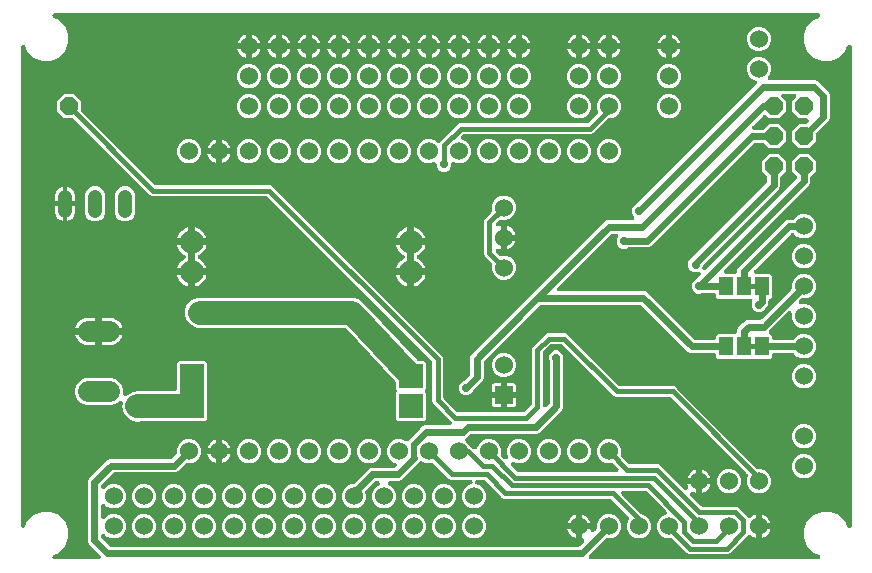
<source format=gbr>
G04 EAGLE Gerber RS-274X export*
G75*
%MOMM*%
%FSLAX34Y34*%
%LPD*%
%INBottom Copper*%
%IPPOS*%
%AMOC8*
5,1,8,0,0,1.08239X$1,22.5*%
G01*
%ADD10C,1.790700*%
%ADD11C,1.219200*%
%ADD12C,1.524000*%
%ADD13P,1.649562X8X112.500000*%
%ADD14R,1.524000X1.524000*%
%ADD15C,2.000000*%
%ADD16R,2.000000X2.000000*%
%ADD17R,1.168400X1.600200*%
%ADD18C,0.406400*%
%ADD19P,1.649562X8X22.500000*%
%ADD20C,2.032000*%
%ADD21C,1.350000*%
%ADD22C,0.609600*%
%ADD23C,0.705600*%
%ADD24C,0.508000*%

G36*
X75837Y-2538D02*
X75837Y-2538D01*
X75846Y-2539D01*
X76037Y-2518D01*
X76228Y-2499D01*
X76237Y-2497D01*
X76246Y-2496D01*
X76428Y-2438D01*
X76613Y-2381D01*
X76621Y-2377D01*
X76630Y-2374D01*
X76798Y-2281D01*
X76967Y-2189D01*
X76974Y-2184D01*
X76982Y-2179D01*
X77129Y-2055D01*
X77277Y-1932D01*
X77282Y-1925D01*
X77289Y-1919D01*
X77408Y-1768D01*
X77529Y-1618D01*
X77533Y-1610D01*
X77539Y-1603D01*
X77626Y-1430D01*
X77714Y-1261D01*
X77717Y-1252D01*
X77721Y-1244D01*
X77773Y-1058D01*
X77826Y-874D01*
X77827Y-865D01*
X77829Y-856D01*
X77843Y-666D01*
X77859Y-472D01*
X77858Y-464D01*
X77858Y-455D01*
X77834Y-262D01*
X77812Y-73D01*
X77809Y-64D01*
X77808Y-55D01*
X77747Y128D01*
X77687Y310D01*
X77683Y318D01*
X77680Y326D01*
X77584Y493D01*
X77489Y661D01*
X77483Y668D01*
X77479Y675D01*
X77264Y928D01*
X69637Y8555D01*
X67779Y10413D01*
X66928Y12467D01*
X66928Y63733D01*
X67779Y65787D01*
X83438Y81446D01*
X85492Y82297D01*
X137052Y82297D01*
X137078Y82299D01*
X137105Y82297D01*
X137279Y82319D01*
X137452Y82337D01*
X137478Y82344D01*
X137504Y82348D01*
X137670Y82403D01*
X137837Y82455D01*
X137861Y82468D01*
X137886Y82476D01*
X138038Y82563D01*
X138191Y82647D01*
X138212Y82664D01*
X138235Y82677D01*
X138488Y82892D01*
X141644Y86048D01*
X141661Y86069D01*
X141682Y86086D01*
X141789Y86224D01*
X141899Y86360D01*
X141912Y86383D01*
X141928Y86404D01*
X142006Y86561D01*
X142088Y86715D01*
X142096Y86741D01*
X142108Y86765D01*
X142153Y86934D01*
X142203Y87101D01*
X142205Y87128D01*
X142212Y87154D01*
X142239Y87484D01*
X142239Y90921D01*
X143786Y94656D01*
X146644Y97514D01*
X150379Y99061D01*
X154421Y99061D01*
X158156Y97514D01*
X161014Y94656D01*
X162561Y90921D01*
X162561Y86879D01*
X161014Y83144D01*
X158156Y80286D01*
X154421Y78739D01*
X150984Y78739D01*
X150958Y78737D01*
X150931Y78739D01*
X150757Y78717D01*
X150584Y78699D01*
X150558Y78692D01*
X150532Y78688D01*
X150366Y78633D01*
X150199Y78581D01*
X150175Y78568D01*
X150150Y78560D01*
X149998Y78473D01*
X149845Y78389D01*
X149824Y78372D01*
X149801Y78359D01*
X149548Y78144D01*
X143374Y71970D01*
X141320Y71119D01*
X89760Y71119D01*
X89734Y71117D01*
X89707Y71119D01*
X89533Y71097D01*
X89360Y71079D01*
X89334Y71072D01*
X89308Y71068D01*
X89142Y71013D01*
X88975Y70961D01*
X88951Y70948D01*
X88926Y70940D01*
X88774Y70853D01*
X88621Y70769D01*
X88600Y70752D01*
X88577Y70739D01*
X88324Y70524D01*
X78701Y60901D01*
X78684Y60880D01*
X78663Y60863D01*
X78556Y60725D01*
X78446Y60589D01*
X78433Y60566D01*
X78417Y60545D01*
X78339Y60388D01*
X78257Y60234D01*
X78249Y60208D01*
X78237Y60184D01*
X78192Y60015D01*
X78142Y59848D01*
X78140Y59821D01*
X78133Y59795D01*
X78106Y59465D01*
X78106Y59279D01*
X78107Y59270D01*
X78106Y59261D01*
X78127Y59069D01*
X78146Y58878D01*
X78148Y58870D01*
X78149Y58861D01*
X78207Y58679D01*
X78264Y58493D01*
X78268Y58486D01*
X78271Y58477D01*
X78364Y58309D01*
X78456Y58139D01*
X78461Y58133D01*
X78466Y58125D01*
X78591Y57977D01*
X78713Y57830D01*
X78720Y57825D01*
X78726Y57818D01*
X78878Y57698D01*
X79027Y57578D01*
X79035Y57574D01*
X79042Y57568D01*
X79214Y57481D01*
X79384Y57392D01*
X79393Y57390D01*
X79401Y57386D01*
X79587Y57334D01*
X79771Y57281D01*
X79780Y57280D01*
X79789Y57278D01*
X79981Y57264D01*
X80173Y57248D01*
X80181Y57249D01*
X80190Y57248D01*
X80383Y57273D01*
X80572Y57295D01*
X80581Y57298D01*
X80590Y57299D01*
X80773Y57360D01*
X80955Y57420D01*
X80963Y57424D01*
X80971Y57427D01*
X81137Y57522D01*
X81306Y57618D01*
X81313Y57624D01*
X81320Y57628D01*
X81573Y57843D01*
X83144Y59414D01*
X86879Y60961D01*
X90921Y60961D01*
X94656Y59414D01*
X97514Y56556D01*
X99061Y52821D01*
X99061Y48779D01*
X97514Y45044D01*
X94656Y42186D01*
X90921Y40639D01*
X86879Y40639D01*
X83144Y42186D01*
X81573Y43757D01*
X81566Y43763D01*
X81561Y43770D01*
X81411Y43890D01*
X81262Y44012D01*
X81254Y44017D01*
X81247Y44022D01*
X81077Y44111D01*
X80906Y44201D01*
X80897Y44204D01*
X80890Y44208D01*
X80705Y44261D01*
X80520Y44316D01*
X80511Y44317D01*
X80503Y44319D01*
X80312Y44335D01*
X80119Y44352D01*
X80110Y44351D01*
X80101Y44352D01*
X79912Y44330D01*
X79719Y44309D01*
X79710Y44306D01*
X79702Y44305D01*
X79520Y44246D01*
X79335Y44187D01*
X79327Y44183D01*
X79319Y44180D01*
X79152Y44086D01*
X78983Y43992D01*
X78976Y43987D01*
X78968Y43982D01*
X78823Y43857D01*
X78676Y43732D01*
X78670Y43725D01*
X78663Y43719D01*
X78547Y43569D01*
X78426Y43416D01*
X78422Y43408D01*
X78417Y43401D01*
X78331Y43230D01*
X78244Y43057D01*
X78241Y43049D01*
X78237Y43040D01*
X78187Y42855D01*
X78136Y42669D01*
X78135Y42660D01*
X78133Y42652D01*
X78106Y42321D01*
X78106Y33879D01*
X78107Y33870D01*
X78106Y33861D01*
X78127Y33669D01*
X78146Y33478D01*
X78148Y33470D01*
X78149Y33461D01*
X78208Y33276D01*
X78264Y33093D01*
X78268Y33086D01*
X78271Y33077D01*
X78364Y32909D01*
X78456Y32739D01*
X78461Y32733D01*
X78466Y32725D01*
X78591Y32577D01*
X78713Y32430D01*
X78720Y32425D01*
X78726Y32418D01*
X78878Y32298D01*
X79027Y32178D01*
X79035Y32174D01*
X79042Y32168D01*
X79214Y32081D01*
X79384Y31992D01*
X79393Y31990D01*
X79401Y31986D01*
X79587Y31934D01*
X79771Y31881D01*
X79780Y31880D01*
X79789Y31878D01*
X79981Y31864D01*
X80173Y31848D01*
X80181Y31849D01*
X80190Y31848D01*
X80383Y31873D01*
X80572Y31895D01*
X80581Y31898D01*
X80590Y31899D01*
X80773Y31960D01*
X80955Y32020D01*
X80963Y32024D01*
X80971Y32027D01*
X81137Y32122D01*
X81306Y32218D01*
X81313Y32224D01*
X81320Y32228D01*
X81573Y32443D01*
X83144Y34014D01*
X86879Y35561D01*
X90921Y35561D01*
X94656Y34014D01*
X97514Y31156D01*
X99061Y27421D01*
X99061Y23379D01*
X97514Y19644D01*
X94656Y16786D01*
X90921Y15239D01*
X86879Y15239D01*
X83144Y16786D01*
X81573Y18357D01*
X81566Y18363D01*
X81561Y18370D01*
X81411Y18490D01*
X81262Y18612D01*
X81254Y18617D01*
X81247Y18622D01*
X81077Y18711D01*
X80906Y18801D01*
X80897Y18804D01*
X80890Y18808D01*
X80705Y18861D01*
X80520Y18916D01*
X80511Y18917D01*
X80503Y18919D01*
X80312Y18935D01*
X80119Y18952D01*
X80110Y18951D01*
X80101Y18952D01*
X79912Y18930D01*
X79719Y18909D01*
X79710Y18906D01*
X79702Y18905D01*
X79520Y18846D01*
X79335Y18787D01*
X79327Y18783D01*
X79319Y18780D01*
X79152Y18686D01*
X78983Y18592D01*
X78976Y18587D01*
X78968Y18582D01*
X78823Y18457D01*
X78676Y18332D01*
X78670Y18325D01*
X78663Y18319D01*
X78547Y18168D01*
X78426Y18016D01*
X78422Y18008D01*
X78417Y18001D01*
X78331Y17830D01*
X78244Y17657D01*
X78241Y17649D01*
X78237Y17640D01*
X78187Y17455D01*
X78136Y17269D01*
X78135Y17260D01*
X78133Y17252D01*
X78106Y16921D01*
X78106Y16735D01*
X78108Y16709D01*
X78106Y16682D01*
X78128Y16508D01*
X78146Y16335D01*
X78153Y16309D01*
X78157Y16283D01*
X78212Y16117D01*
X78264Y15950D01*
X78277Y15926D01*
X78285Y15901D01*
X78372Y15749D01*
X78456Y15596D01*
X78473Y15575D01*
X78486Y15552D01*
X78701Y15299D01*
X85149Y8851D01*
X85170Y8834D01*
X85187Y8813D01*
X85325Y8706D01*
X85461Y8596D01*
X85484Y8583D01*
X85505Y8567D01*
X85662Y8489D01*
X85816Y8407D01*
X85842Y8399D01*
X85866Y8387D01*
X86035Y8342D01*
X86202Y8292D01*
X86229Y8290D01*
X86255Y8283D01*
X86585Y8256D01*
X482111Y8256D01*
X482137Y8258D01*
X482164Y8256D01*
X482338Y8278D01*
X482511Y8296D01*
X482537Y8303D01*
X482563Y8307D01*
X482729Y8362D01*
X482896Y8414D01*
X482920Y8427D01*
X482945Y8435D01*
X483096Y8522D01*
X483250Y8606D01*
X483271Y8623D01*
X483294Y8636D01*
X483547Y8851D01*
X486745Y12049D01*
X486852Y12179D01*
X486963Y12306D01*
X486979Y12335D01*
X487000Y12360D01*
X487079Y12509D01*
X487163Y12655D01*
X487173Y12687D01*
X487189Y12716D01*
X487237Y12877D01*
X487290Y13037D01*
X487294Y13070D01*
X487304Y13102D01*
X487319Y13270D01*
X487339Y13436D01*
X487337Y13469D01*
X487340Y13503D01*
X487322Y13671D01*
X487309Y13838D01*
X487300Y13870D01*
X487297Y13903D01*
X487246Y14064D01*
X487200Y14226D01*
X487185Y14255D01*
X487175Y14287D01*
X487094Y14434D01*
X487017Y14584D01*
X486996Y14610D01*
X486980Y14639D01*
X486871Y14768D01*
X486767Y14899D01*
X486741Y14921D01*
X486720Y14946D01*
X486588Y15051D01*
X486459Y15159D01*
X486430Y15175D01*
X486404Y15196D01*
X486254Y15272D01*
X486106Y15353D01*
X486075Y15363D01*
X486045Y15378D01*
X485882Y15424D01*
X485722Y15474D01*
X485689Y15477D01*
X485657Y15486D01*
X485489Y15499D01*
X485322Y15516D01*
X485285Y15513D01*
X485255Y15516D01*
X485170Y15505D01*
X485139Y15503D01*
X485139Y22861D01*
X492500Y22861D01*
X492499Y22841D01*
X492484Y22673D01*
X492487Y22640D01*
X492485Y22607D01*
X492509Y22441D01*
X492527Y22273D01*
X492537Y22241D01*
X492542Y22208D01*
X492598Y22049D01*
X492649Y21889D01*
X492665Y21860D01*
X492676Y21829D01*
X492762Y21684D01*
X492843Y21537D01*
X492865Y21512D01*
X492882Y21483D01*
X492995Y21358D01*
X493104Y21230D01*
X493130Y21209D01*
X493152Y21185D01*
X493288Y21085D01*
X493420Y20980D01*
X493450Y20965D01*
X493476Y20946D01*
X493629Y20874D01*
X493779Y20798D01*
X493811Y20789D01*
X493841Y20775D01*
X494005Y20735D01*
X494167Y20690D01*
X494200Y20688D01*
X494232Y20680D01*
X494400Y20673D01*
X494568Y20661D01*
X494601Y20665D01*
X494635Y20663D01*
X494800Y20690D01*
X494968Y20711D01*
X494999Y20722D01*
X495032Y20727D01*
X495190Y20786D01*
X495349Y20839D01*
X495378Y20856D01*
X495409Y20868D01*
X495553Y20956D01*
X495698Y21040D01*
X495727Y21064D01*
X495752Y21080D01*
X495815Y21139D01*
X495951Y21255D01*
X497244Y22548D01*
X497261Y22569D01*
X497282Y22586D01*
X497389Y22724D01*
X497499Y22860D01*
X497512Y22883D01*
X497528Y22904D01*
X497606Y23061D01*
X497688Y23215D01*
X497696Y23241D01*
X497708Y23265D01*
X497753Y23434D01*
X497803Y23601D01*
X497805Y23628D01*
X497812Y23654D01*
X497839Y23984D01*
X497839Y27421D01*
X499386Y31156D01*
X502244Y34014D01*
X505979Y35561D01*
X510021Y35561D01*
X513756Y34014D01*
X516614Y31156D01*
X518161Y27421D01*
X518161Y23379D01*
X516614Y19644D01*
X513756Y16786D01*
X510021Y15239D01*
X506584Y15239D01*
X506558Y15237D01*
X506531Y15239D01*
X506357Y15217D01*
X506184Y15199D01*
X506158Y15192D01*
X506132Y15188D01*
X505966Y15133D01*
X505799Y15081D01*
X505775Y15068D01*
X505750Y15060D01*
X505599Y14973D01*
X505445Y14889D01*
X505424Y14872D01*
X505401Y14859D01*
X505148Y14644D01*
X491432Y928D01*
X491426Y921D01*
X491419Y916D01*
X491299Y766D01*
X491177Y617D01*
X491173Y609D01*
X491167Y602D01*
X491079Y432D01*
X490988Y261D01*
X490986Y253D01*
X490982Y245D01*
X490928Y60D01*
X490873Y-125D01*
X490873Y-134D01*
X490870Y-142D01*
X490855Y-334D01*
X490837Y-526D01*
X490838Y-535D01*
X490837Y-544D01*
X490860Y-733D01*
X490880Y-926D01*
X490883Y-935D01*
X490884Y-943D01*
X490944Y-1125D01*
X491002Y-1310D01*
X491006Y-1318D01*
X491009Y-1326D01*
X491104Y-1495D01*
X491197Y-1662D01*
X491203Y-1669D01*
X491207Y-1677D01*
X491333Y-1823D01*
X491457Y-1969D01*
X491464Y-1975D01*
X491470Y-1982D01*
X491622Y-2099D01*
X491773Y-2219D01*
X491781Y-2223D01*
X491788Y-2228D01*
X491960Y-2314D01*
X492132Y-2401D01*
X492141Y-2404D01*
X492149Y-2408D01*
X492335Y-2458D01*
X492520Y-2509D01*
X492529Y-2510D01*
X492538Y-2512D01*
X492868Y-2539D01*
X684941Y-2539D01*
X684946Y-2539D01*
X684950Y-2539D01*
X685144Y-2519D01*
X685342Y-2499D01*
X685346Y-2498D01*
X685351Y-2498D01*
X685538Y-2439D01*
X685727Y-2381D01*
X685731Y-2379D01*
X685735Y-2378D01*
X685909Y-2282D01*
X686081Y-2189D01*
X686084Y-2187D01*
X686088Y-2184D01*
X686241Y-2056D01*
X686390Y-1932D01*
X686393Y-1928D01*
X686396Y-1925D01*
X686521Y-1769D01*
X686642Y-1618D01*
X686644Y-1614D01*
X686647Y-1611D01*
X686740Y-1430D01*
X686828Y-1261D01*
X686829Y-1256D01*
X686831Y-1252D01*
X686885Y-1062D01*
X686939Y-874D01*
X686940Y-869D01*
X686941Y-865D01*
X686956Y-672D01*
X686972Y-472D01*
X686972Y-468D01*
X686972Y-464D01*
X686948Y-270D01*
X686925Y-73D01*
X686924Y-68D01*
X686923Y-64D01*
X686862Y121D01*
X686800Y310D01*
X686798Y314D01*
X686797Y318D01*
X686700Y487D01*
X686602Y661D01*
X686599Y664D01*
X686597Y668D01*
X686468Y817D01*
X686339Y966D01*
X686336Y968D01*
X686333Y972D01*
X686174Y1094D01*
X686021Y1212D01*
X686017Y1214D01*
X686014Y1217D01*
X685718Y1369D01*
X681503Y3115D01*
X676215Y8403D01*
X673353Y15311D01*
X673353Y22789D01*
X676215Y29697D01*
X681503Y34985D01*
X688411Y37847D01*
X695889Y37847D01*
X702797Y34985D01*
X708085Y29697D01*
X709831Y25482D01*
X709833Y25478D01*
X709835Y25473D01*
X709930Y25298D01*
X710022Y25127D01*
X710024Y25123D01*
X710027Y25119D01*
X710152Y24969D01*
X710278Y24816D01*
X710281Y24813D01*
X710284Y24810D01*
X710437Y24687D01*
X710591Y24563D01*
X710595Y24561D01*
X710598Y24558D01*
X710773Y24467D01*
X710947Y24376D01*
X710951Y24374D01*
X710955Y24372D01*
X711145Y24318D01*
X711334Y24262D01*
X711338Y24262D01*
X711342Y24261D01*
X711540Y24245D01*
X711735Y24228D01*
X711739Y24228D01*
X711744Y24228D01*
X711941Y24251D01*
X712135Y24273D01*
X712139Y24274D01*
X712143Y24275D01*
X712332Y24336D01*
X712518Y24396D01*
X712522Y24398D01*
X712526Y24400D01*
X712699Y24497D01*
X712870Y24593D01*
X712873Y24595D01*
X712877Y24598D01*
X713026Y24726D01*
X713175Y24854D01*
X713178Y24858D01*
X713182Y24861D01*
X713301Y25015D01*
X713424Y25171D01*
X713426Y25175D01*
X713428Y25179D01*
X713514Y25352D01*
X713604Y25531D01*
X713606Y25535D01*
X713608Y25539D01*
X713659Y25732D01*
X713711Y25919D01*
X713711Y25924D01*
X713712Y25928D01*
X713739Y26259D01*
X713739Y430941D01*
X713739Y430946D01*
X713739Y430950D01*
X713719Y431144D01*
X713699Y431342D01*
X713698Y431346D01*
X713698Y431350D01*
X713640Y431536D01*
X713581Y431727D01*
X713579Y431731D01*
X713578Y431735D01*
X713484Y431906D01*
X713389Y432081D01*
X713387Y432084D01*
X713384Y432088D01*
X713257Y432239D01*
X713132Y432390D01*
X713128Y432393D01*
X713125Y432396D01*
X712971Y432519D01*
X712818Y432642D01*
X712814Y432644D01*
X712811Y432647D01*
X712635Y432737D01*
X712461Y432828D01*
X712456Y432829D01*
X712452Y432831D01*
X712264Y432884D01*
X712074Y432939D01*
X712069Y432940D01*
X712065Y432941D01*
X711872Y432956D01*
X711672Y432972D01*
X711668Y432972D01*
X711664Y432972D01*
X711471Y432948D01*
X711273Y432925D01*
X711268Y432924D01*
X711264Y432923D01*
X711078Y432862D01*
X710890Y432800D01*
X710886Y432798D01*
X710882Y432797D01*
X710710Y432699D01*
X710539Y432602D01*
X710536Y432599D01*
X710532Y432597D01*
X710383Y432467D01*
X710235Y432339D01*
X710232Y432336D01*
X710228Y432333D01*
X710107Y432175D01*
X709988Y432021D01*
X709986Y432017D01*
X709983Y432014D01*
X709831Y431718D01*
X708085Y427503D01*
X702797Y422215D01*
X701878Y421834D01*
X695889Y419353D01*
X688411Y419353D01*
X681503Y422215D01*
X676215Y427503D01*
X673353Y434411D01*
X673353Y441889D01*
X676215Y448797D01*
X681503Y454085D01*
X685718Y455831D01*
X685722Y455833D01*
X685727Y455835D01*
X685902Y455930D01*
X686073Y456022D01*
X686077Y456024D01*
X686081Y456027D01*
X686231Y456152D01*
X686384Y456278D01*
X686387Y456281D01*
X686390Y456284D01*
X686513Y456437D01*
X686637Y456591D01*
X686639Y456595D01*
X686642Y456598D01*
X686733Y456773D01*
X686824Y456947D01*
X686826Y456951D01*
X686828Y456955D01*
X686882Y457145D01*
X686938Y457334D01*
X686938Y457338D01*
X686939Y457342D01*
X686955Y457540D01*
X686972Y457735D01*
X686972Y457739D01*
X686972Y457744D01*
X686949Y457941D01*
X686927Y458135D01*
X686926Y458139D01*
X686925Y458143D01*
X686864Y458332D01*
X686804Y458518D01*
X686802Y458522D01*
X686800Y458526D01*
X686703Y458699D01*
X686607Y458870D01*
X686605Y458873D01*
X686602Y458877D01*
X686474Y459026D01*
X686346Y459175D01*
X686342Y459178D01*
X686339Y459182D01*
X686185Y459301D01*
X686029Y459424D01*
X686025Y459426D01*
X686021Y459428D01*
X685845Y459516D01*
X685669Y459604D01*
X685665Y459606D01*
X685661Y459608D01*
X685468Y459659D01*
X685281Y459711D01*
X685276Y459711D01*
X685272Y459712D01*
X684941Y459739D01*
X38959Y459739D01*
X38954Y459739D01*
X38950Y459739D01*
X38756Y459719D01*
X38558Y459699D01*
X38554Y459698D01*
X38550Y459698D01*
X38364Y459640D01*
X38173Y459581D01*
X38169Y459579D01*
X38165Y459578D01*
X37994Y459484D01*
X37819Y459389D01*
X37816Y459387D01*
X37812Y459384D01*
X37661Y459257D01*
X37510Y459132D01*
X37507Y459128D01*
X37504Y459125D01*
X37381Y458971D01*
X37258Y458818D01*
X37256Y458814D01*
X37253Y458811D01*
X37163Y458635D01*
X37072Y458461D01*
X37071Y458456D01*
X37069Y458452D01*
X37016Y458264D01*
X36961Y458074D01*
X36960Y458069D01*
X36959Y458065D01*
X36944Y457872D01*
X36928Y457672D01*
X36928Y457668D01*
X36928Y457664D01*
X36952Y457471D01*
X36975Y457273D01*
X36976Y457268D01*
X36977Y457264D01*
X37038Y457078D01*
X37100Y456890D01*
X37102Y456886D01*
X37103Y456882D01*
X37201Y456710D01*
X37298Y456539D01*
X37301Y456536D01*
X37303Y456532D01*
X37433Y456383D01*
X37561Y456235D01*
X37564Y456232D01*
X37567Y456228D01*
X37724Y456108D01*
X37879Y455988D01*
X37883Y455986D01*
X37886Y455983D01*
X38182Y455831D01*
X42397Y454085D01*
X47685Y448797D01*
X50547Y441889D01*
X50547Y434411D01*
X47685Y427503D01*
X42397Y422215D01*
X41478Y421834D01*
X35489Y419353D01*
X28011Y419353D01*
X21103Y422215D01*
X15815Y427503D01*
X14069Y431718D01*
X14067Y431722D01*
X14065Y431727D01*
X13972Y431899D01*
X13878Y432073D01*
X13876Y432077D01*
X13873Y432081D01*
X13750Y432229D01*
X13622Y432384D01*
X13619Y432387D01*
X13616Y432390D01*
X13463Y432513D01*
X13309Y432637D01*
X13305Y432639D01*
X13302Y432642D01*
X13129Y432732D01*
X12953Y432824D01*
X12949Y432826D01*
X12945Y432828D01*
X12755Y432882D01*
X12566Y432938D01*
X12562Y432938D01*
X12558Y432939D01*
X12360Y432955D01*
X12165Y432972D01*
X12161Y432972D01*
X12156Y432972D01*
X11959Y432949D01*
X11765Y432927D01*
X11761Y432926D01*
X11757Y432925D01*
X11568Y432864D01*
X11382Y432804D01*
X11378Y432802D01*
X11374Y432800D01*
X11201Y432703D01*
X11030Y432608D01*
X11027Y432605D01*
X11023Y432602D01*
X10874Y432474D01*
X10725Y432346D01*
X10722Y432342D01*
X10718Y432339D01*
X10598Y432184D01*
X10476Y432029D01*
X10474Y432025D01*
X10472Y432021D01*
X10384Y431845D01*
X10296Y431669D01*
X10294Y431665D01*
X10292Y431661D01*
X10241Y431468D01*
X10189Y431281D01*
X10189Y431276D01*
X10188Y431272D01*
X10161Y430941D01*
X10161Y26259D01*
X10161Y26254D01*
X10161Y26250D01*
X10181Y26052D01*
X10201Y25858D01*
X10202Y25854D01*
X10202Y25850D01*
X10260Y25664D01*
X10319Y25473D01*
X10321Y25469D01*
X10322Y25465D01*
X10417Y25293D01*
X10511Y25119D01*
X10513Y25116D01*
X10516Y25112D01*
X10643Y24960D01*
X10768Y24810D01*
X10772Y24807D01*
X10775Y24804D01*
X10929Y24681D01*
X11082Y24558D01*
X11086Y24556D01*
X11089Y24553D01*
X11264Y24463D01*
X11439Y24372D01*
X11444Y24371D01*
X11448Y24369D01*
X11635Y24316D01*
X11826Y24261D01*
X11831Y24260D01*
X11835Y24259D01*
X12028Y24244D01*
X12228Y24228D01*
X12232Y24228D01*
X12236Y24228D01*
X12429Y24252D01*
X12627Y24275D01*
X12632Y24276D01*
X12636Y24277D01*
X12819Y24337D01*
X13010Y24400D01*
X13014Y24402D01*
X13018Y24403D01*
X13187Y24499D01*
X13361Y24598D01*
X13364Y24600D01*
X13368Y24603D01*
X13517Y24733D01*
X13665Y24861D01*
X13668Y24864D01*
X13672Y24867D01*
X13792Y25024D01*
X13912Y25179D01*
X13914Y25183D01*
X13917Y25186D01*
X14069Y25482D01*
X15815Y29697D01*
X21103Y34985D01*
X28011Y37847D01*
X35489Y37847D01*
X42397Y34985D01*
X47685Y29697D01*
X50547Y22789D01*
X50547Y15311D01*
X47685Y8403D01*
X42397Y3115D01*
X38182Y1369D01*
X38178Y1367D01*
X38173Y1365D01*
X38001Y1272D01*
X37827Y1178D01*
X37823Y1176D01*
X37819Y1173D01*
X37671Y1049D01*
X37516Y922D01*
X37513Y919D01*
X37510Y916D01*
X37386Y761D01*
X37263Y609D01*
X37261Y605D01*
X37258Y602D01*
X37168Y429D01*
X37076Y253D01*
X37074Y249D01*
X37072Y245D01*
X37018Y56D01*
X36962Y-134D01*
X36962Y-138D01*
X36961Y-142D01*
X36945Y-340D01*
X36928Y-535D01*
X36928Y-539D01*
X36928Y-544D01*
X36951Y-738D01*
X36973Y-935D01*
X36974Y-939D01*
X36975Y-943D01*
X37035Y-1129D01*
X37096Y-1318D01*
X37098Y-1322D01*
X37100Y-1326D01*
X37196Y-1498D01*
X37292Y-1670D01*
X37295Y-1673D01*
X37298Y-1677D01*
X37426Y-1825D01*
X37554Y-1975D01*
X37558Y-1978D01*
X37561Y-1982D01*
X37715Y-2102D01*
X37871Y-2224D01*
X37875Y-2226D01*
X37879Y-2228D01*
X38057Y-2317D01*
X38231Y-2404D01*
X38235Y-2406D01*
X38239Y-2408D01*
X38431Y-2459D01*
X38619Y-2511D01*
X38624Y-2511D01*
X38628Y-2512D01*
X38959Y-2539D01*
X75828Y-2539D01*
X75837Y-2538D01*
G37*
%LPC*%
G36*
X575505Y2031D02*
X575505Y2031D01*
X573824Y2727D01*
X561907Y14644D01*
X561887Y14661D01*
X561869Y14682D01*
X561731Y14789D01*
X561596Y14899D01*
X561572Y14912D01*
X561551Y14928D01*
X561394Y15006D01*
X561240Y15088D01*
X561215Y15096D01*
X561190Y15108D01*
X561021Y15153D01*
X560854Y15203D01*
X560828Y15205D01*
X560802Y15212D01*
X560471Y15239D01*
X556779Y15239D01*
X553044Y16786D01*
X550186Y19644D01*
X548639Y23379D01*
X548639Y27421D01*
X550186Y31156D01*
X553044Y34014D01*
X555834Y35169D01*
X555846Y35176D01*
X555859Y35180D01*
X556023Y35271D01*
X556189Y35360D01*
X556199Y35368D01*
X556211Y35375D01*
X556355Y35496D01*
X556499Y35616D01*
X556508Y35626D01*
X556518Y35635D01*
X556635Y35783D01*
X556753Y35929D01*
X556759Y35940D01*
X556768Y35951D01*
X556853Y36119D01*
X556940Y36285D01*
X556944Y36298D01*
X556950Y36310D01*
X557001Y36492D01*
X557053Y36672D01*
X557054Y36685D01*
X557058Y36698D01*
X557072Y36886D01*
X557088Y37073D01*
X557086Y37086D01*
X557087Y37099D01*
X557064Y37286D01*
X557043Y37473D01*
X557039Y37485D01*
X557037Y37499D01*
X556977Y37678D01*
X556919Y37856D01*
X556913Y37868D01*
X556909Y37880D01*
X556815Y38044D01*
X556723Y38208D01*
X556714Y38218D01*
X556708Y38229D01*
X556493Y38482D01*
X540072Y54903D01*
X540051Y54920D01*
X540034Y54941D01*
X539896Y55048D01*
X539760Y55158D01*
X539737Y55171D01*
X539716Y55187D01*
X539559Y55265D01*
X539405Y55347D01*
X539379Y55355D01*
X539355Y55367D01*
X539186Y55412D01*
X539019Y55462D01*
X538992Y55464D01*
X538966Y55471D01*
X538636Y55498D01*
X520522Y55498D01*
X520498Y55496D01*
X520475Y55498D01*
X520298Y55476D01*
X520121Y55458D01*
X520099Y55451D01*
X520075Y55449D01*
X519907Y55392D01*
X519736Y55340D01*
X519716Y55329D01*
X519693Y55321D01*
X519539Y55233D01*
X519382Y55148D01*
X519364Y55133D01*
X519344Y55122D01*
X519209Y55004D01*
X519073Y54891D01*
X519058Y54872D01*
X519040Y54857D01*
X518932Y54715D01*
X518821Y54577D01*
X518810Y54556D01*
X518795Y54537D01*
X518717Y54377D01*
X518635Y54220D01*
X518629Y54197D01*
X518618Y54176D01*
X518573Y54004D01*
X518524Y53833D01*
X518522Y53809D01*
X518516Y53786D01*
X518506Y53609D01*
X518491Y53431D01*
X518494Y53408D01*
X518492Y53384D01*
X518517Y53208D01*
X518538Y53032D01*
X518545Y53009D01*
X518549Y52986D01*
X518608Y52818D01*
X518663Y52649D01*
X518674Y52628D01*
X518682Y52606D01*
X518773Y52453D01*
X518861Y52298D01*
X518876Y52280D01*
X518888Y52260D01*
X519107Y52010D01*
X535680Y35911D01*
X535693Y35900D01*
X535704Y35887D01*
X535814Y35803D01*
X536219Y35397D01*
X536243Y35378D01*
X536264Y35354D01*
X536399Y35250D01*
X536531Y35142D01*
X536558Y35128D01*
X536583Y35109D01*
X536878Y34957D01*
X539156Y34014D01*
X542014Y31156D01*
X543561Y27421D01*
X543561Y23379D01*
X542014Y19644D01*
X539156Y16786D01*
X535421Y15239D01*
X531379Y15239D01*
X527644Y16786D01*
X524786Y19644D01*
X523239Y23379D01*
X523239Y27421D01*
X524813Y31220D01*
X524896Y31322D01*
X524911Y31351D01*
X524931Y31377D01*
X525006Y31528D01*
X525085Y31678D01*
X525094Y31709D01*
X525109Y31738D01*
X525151Y31901D01*
X525200Y32063D01*
X525203Y32096D01*
X525211Y32128D01*
X525221Y32296D01*
X525236Y32464D01*
X525233Y32497D01*
X525234Y32530D01*
X525211Y32696D01*
X525193Y32865D01*
X525183Y32896D01*
X525178Y32928D01*
X525122Y33088D01*
X525071Y33249D01*
X525055Y33277D01*
X525045Y33308D01*
X524958Y33453D01*
X524876Y33601D01*
X524855Y33626D01*
X524839Y33654D01*
X524620Y33904D01*
X509911Y48193D01*
X509901Y48200D01*
X509894Y48210D01*
X509744Y48325D01*
X509596Y48444D01*
X509585Y48449D01*
X509575Y48456D01*
X509406Y48541D01*
X509237Y48627D01*
X509226Y48630D01*
X509215Y48636D01*
X509032Y48685D01*
X508850Y48736D01*
X508838Y48737D01*
X508826Y48740D01*
X508495Y48767D01*
X421537Y48767D01*
X421531Y48767D01*
X421526Y48767D01*
X421330Y48747D01*
X421276Y48741D01*
X420278Y48767D01*
X420255Y48765D01*
X420226Y48767D01*
X419340Y48767D01*
X418530Y49127D01*
X418509Y49134D01*
X418483Y49147D01*
X417664Y49487D01*
X417053Y50129D01*
X417036Y50144D01*
X417017Y50166D01*
X416342Y50842D01*
X416150Y51079D01*
X403738Y64137D01*
X403698Y64172D01*
X403664Y64212D01*
X403546Y64303D01*
X403433Y64400D01*
X403387Y64426D01*
X403346Y64458D01*
X403213Y64525D01*
X403083Y64598D01*
X403033Y64614D01*
X402985Y64638D01*
X402841Y64676D01*
X402700Y64722D01*
X402648Y64728D01*
X402597Y64742D01*
X402372Y64761D01*
X402300Y64769D01*
X402285Y64768D01*
X402266Y64769D01*
X396738Y64769D01*
X396734Y64769D01*
X396729Y64769D01*
X396536Y64749D01*
X396338Y64729D01*
X396333Y64728D01*
X396329Y64728D01*
X396143Y64670D01*
X395953Y64611D01*
X395949Y64609D01*
X395945Y64608D01*
X395773Y64514D01*
X395599Y64419D01*
X395595Y64417D01*
X395591Y64414D01*
X395439Y64286D01*
X395289Y64162D01*
X395287Y64158D01*
X395283Y64155D01*
X395160Y64001D01*
X395037Y63848D01*
X395035Y63844D01*
X395032Y63841D01*
X394941Y63662D01*
X394852Y63491D01*
X394850Y63486D01*
X394848Y63482D01*
X394795Y63294D01*
X394740Y63104D01*
X394740Y63099D01*
X394739Y63095D01*
X394724Y62902D01*
X394707Y62702D01*
X394708Y62698D01*
X394707Y62694D01*
X394731Y62501D01*
X394754Y62303D01*
X394756Y62298D01*
X394756Y62294D01*
X394818Y62106D01*
X394879Y61920D01*
X394881Y61916D01*
X394883Y61912D01*
X394981Y61740D01*
X395077Y61569D01*
X395080Y61566D01*
X395082Y61562D01*
X395212Y61413D01*
X395340Y61265D01*
X395344Y61262D01*
X395347Y61258D01*
X395503Y61138D01*
X395658Y61018D01*
X395662Y61016D01*
X395666Y61013D01*
X395961Y60861D01*
X399456Y59414D01*
X402314Y56556D01*
X403861Y52821D01*
X403861Y48779D01*
X402314Y45044D01*
X399456Y42186D01*
X395721Y40639D01*
X391679Y40639D01*
X387944Y42186D01*
X385086Y45044D01*
X383539Y48779D01*
X383539Y52821D01*
X385086Y56556D01*
X387944Y59414D01*
X391439Y60861D01*
X391443Y60863D01*
X391447Y60865D01*
X391623Y60960D01*
X391794Y61052D01*
X391797Y61054D01*
X391801Y61057D01*
X391952Y61182D01*
X392104Y61308D01*
X392107Y61311D01*
X392111Y61314D01*
X392233Y61467D01*
X392358Y61621D01*
X392360Y61625D01*
X392363Y61628D01*
X392454Y61803D01*
X392545Y61977D01*
X392546Y61981D01*
X392548Y61985D01*
X392603Y62174D01*
X392658Y62364D01*
X392659Y62368D01*
X392660Y62372D01*
X392676Y62567D01*
X392693Y62765D01*
X392692Y62769D01*
X392693Y62774D01*
X392669Y62971D01*
X392648Y63165D01*
X392646Y63169D01*
X392646Y63173D01*
X392585Y63359D01*
X392525Y63548D01*
X392522Y63552D01*
X392521Y63556D01*
X392425Y63726D01*
X392328Y63900D01*
X392325Y63903D01*
X392323Y63907D01*
X392195Y64056D01*
X392066Y64205D01*
X392063Y64208D01*
X392060Y64212D01*
X391906Y64331D01*
X391749Y64454D01*
X391745Y64456D01*
X391742Y64458D01*
X391565Y64546D01*
X391390Y64634D01*
X391385Y64636D01*
X391381Y64638D01*
X391188Y64689D01*
X391001Y64741D01*
X390997Y64741D01*
X390992Y64742D01*
X390662Y64769D01*
X374248Y64769D01*
X372568Y65465D01*
X359764Y78270D01*
X359746Y78284D01*
X359732Y78301D01*
X359591Y78411D01*
X359452Y78525D01*
X359433Y78535D01*
X359415Y78549D01*
X359254Y78630D01*
X359096Y78713D01*
X359075Y78720D01*
X359055Y78730D01*
X358882Y78777D01*
X358711Y78828D01*
X358688Y78830D01*
X358667Y78836D01*
X358489Y78848D01*
X358310Y78864D01*
X358287Y78862D01*
X358265Y78863D01*
X358088Y78840D01*
X357909Y78821D01*
X357888Y78814D01*
X357866Y78811D01*
X357642Y78739D01*
X353579Y78739D01*
X349913Y80258D01*
X349892Y80264D01*
X349872Y80274D01*
X349700Y80322D01*
X349528Y80374D01*
X349506Y80376D01*
X349484Y80382D01*
X349305Y80395D01*
X349127Y80412D01*
X349105Y80410D01*
X349083Y80411D01*
X348904Y80389D01*
X348727Y80370D01*
X348706Y80364D01*
X348683Y80361D01*
X348513Y80304D01*
X348342Y80251D01*
X348323Y80240D01*
X348302Y80233D01*
X348146Y80143D01*
X347989Y80057D01*
X347972Y80043D01*
X347953Y80032D01*
X347700Y79817D01*
X334345Y66462D01*
X332487Y64604D01*
X330433Y63753D01*
X322991Y63753D01*
X322987Y63753D01*
X322982Y63753D01*
X322788Y63733D01*
X322590Y63713D01*
X322586Y63712D01*
X322582Y63712D01*
X322394Y63653D01*
X322206Y63595D01*
X322202Y63593D01*
X322197Y63592D01*
X322023Y63496D01*
X321851Y63403D01*
X321848Y63401D01*
X321844Y63398D01*
X321691Y63270D01*
X321542Y63146D01*
X321539Y63142D01*
X321536Y63139D01*
X321411Y62983D01*
X321290Y62832D01*
X321288Y62828D01*
X321285Y62825D01*
X321193Y62644D01*
X321104Y62475D01*
X321103Y62470D01*
X321101Y62466D01*
X321047Y62276D01*
X320993Y62088D01*
X320993Y62083D01*
X320991Y62079D01*
X320976Y61882D01*
X320960Y61686D01*
X320961Y61682D01*
X320960Y61678D01*
X320984Y61484D01*
X321007Y61287D01*
X321008Y61282D01*
X321009Y61278D01*
X321071Y61092D01*
X321132Y60904D01*
X321134Y60900D01*
X321135Y60896D01*
X321232Y60727D01*
X321330Y60553D01*
X321333Y60550D01*
X321335Y60546D01*
X321463Y60399D01*
X321593Y60249D01*
X321597Y60246D01*
X321599Y60242D01*
X321756Y60122D01*
X321911Y60002D01*
X321915Y60000D01*
X321919Y59997D01*
X322214Y59845D01*
X323256Y59414D01*
X326114Y56556D01*
X327661Y52821D01*
X327661Y48779D01*
X326114Y45044D01*
X323256Y42186D01*
X319521Y40639D01*
X315479Y40639D01*
X311744Y42186D01*
X308886Y45044D01*
X307339Y48779D01*
X307339Y52821D01*
X308886Y56556D01*
X311744Y59414D01*
X312786Y59845D01*
X312790Y59847D01*
X312794Y59849D01*
X312967Y59942D01*
X313141Y60036D01*
X313145Y60038D01*
X313149Y60041D01*
X313297Y60165D01*
X313452Y60292D01*
X313454Y60295D01*
X313458Y60298D01*
X313581Y60451D01*
X313705Y60605D01*
X313707Y60609D01*
X313710Y60612D01*
X313800Y60785D01*
X313892Y60961D01*
X313894Y60965D01*
X313896Y60969D01*
X313950Y61157D01*
X314005Y61348D01*
X314006Y61352D01*
X314007Y61356D01*
X314023Y61554D01*
X314040Y61749D01*
X314040Y61753D01*
X314040Y61758D01*
X314017Y61951D01*
X313995Y62149D01*
X313993Y62153D01*
X313993Y62157D01*
X313932Y62343D01*
X313872Y62532D01*
X313870Y62536D01*
X313868Y62540D01*
X313771Y62712D01*
X313675Y62884D01*
X313672Y62887D01*
X313670Y62891D01*
X313542Y63039D01*
X313414Y63189D01*
X313410Y63192D01*
X313407Y63196D01*
X313252Y63316D01*
X313097Y63438D01*
X313093Y63440D01*
X313089Y63442D01*
X312911Y63531D01*
X312737Y63618D01*
X312733Y63620D01*
X312728Y63622D01*
X312537Y63673D01*
X312348Y63725D01*
X312344Y63725D01*
X312340Y63726D01*
X312009Y63753D01*
X310994Y63753D01*
X310968Y63751D01*
X310941Y63753D01*
X310767Y63731D01*
X310594Y63713D01*
X310568Y63706D01*
X310542Y63702D01*
X310376Y63647D01*
X310209Y63595D01*
X310185Y63582D01*
X310160Y63574D01*
X310008Y63487D01*
X309855Y63403D01*
X309834Y63386D01*
X309811Y63373D01*
X309558Y63158D01*
X302330Y55930D01*
X302316Y55913D01*
X302299Y55899D01*
X302188Y55757D01*
X302075Y55619D01*
X302065Y55599D01*
X302051Y55582D01*
X301970Y55421D01*
X301886Y55263D01*
X301880Y55242D01*
X301870Y55222D01*
X301822Y55048D01*
X301772Y54877D01*
X301770Y54855D01*
X301764Y54833D01*
X301751Y54655D01*
X301735Y54476D01*
X301738Y54454D01*
X301736Y54432D01*
X301759Y54254D01*
X301779Y54076D01*
X301785Y54055D01*
X301788Y54033D01*
X301890Y53717D01*
X302261Y52821D01*
X302261Y48779D01*
X300714Y45044D01*
X297856Y42186D01*
X294121Y40639D01*
X290079Y40639D01*
X286344Y42186D01*
X283486Y45044D01*
X281939Y48779D01*
X281939Y52821D01*
X283486Y56556D01*
X286344Y59414D01*
X290079Y60961D01*
X290712Y60961D01*
X290738Y60963D01*
X290765Y60961D01*
X290939Y60983D01*
X291112Y61001D01*
X291138Y61008D01*
X291165Y61012D01*
X291330Y61068D01*
X291497Y61119D01*
X291521Y61132D01*
X291546Y61140D01*
X291698Y61227D01*
X291851Y61311D01*
X291872Y61328D01*
X291895Y61341D01*
X292148Y61556D01*
X304672Y74080D01*
X306426Y74806D01*
X306487Y74831D01*
X306490Y74833D01*
X306495Y74835D01*
X306667Y74928D01*
X306841Y75022D01*
X306845Y75024D01*
X306849Y75027D01*
X306976Y75133D01*
X307110Y75066D01*
X307115Y75064D01*
X307119Y75062D01*
X307312Y75011D01*
X307499Y74959D01*
X307503Y74959D01*
X307507Y74958D01*
X307838Y74931D01*
X326165Y74931D01*
X326191Y74933D01*
X326218Y74931D01*
X326391Y74953D01*
X326565Y74971D01*
X326591Y74978D01*
X326617Y74982D01*
X326783Y75037D01*
X326950Y75089D01*
X326974Y75101D01*
X326999Y75110D01*
X327151Y75197D01*
X327304Y75281D01*
X327325Y75298D01*
X327348Y75311D01*
X327601Y75526D01*
X327893Y75818D01*
X327901Y75828D01*
X327912Y75837D01*
X328029Y75984D01*
X328148Y76129D01*
X328154Y76141D01*
X328163Y76152D01*
X328248Y76318D01*
X328337Y76485D01*
X328341Y76498D01*
X328347Y76510D01*
X328398Y76690D01*
X328451Y76871D01*
X328453Y76884D01*
X328456Y76897D01*
X328471Y77082D01*
X328488Y77272D01*
X328486Y77285D01*
X328487Y77298D01*
X328465Y77484D01*
X328444Y77672D01*
X328440Y77685D01*
X328439Y77698D01*
X328380Y77876D01*
X328323Y78056D01*
X328316Y78068D01*
X328312Y78080D01*
X328219Y78244D01*
X328128Y78408D01*
X328120Y78418D01*
X328113Y78430D01*
X327989Y78572D01*
X327868Y78715D01*
X327857Y78724D01*
X327848Y78734D01*
X327700Y78848D01*
X327552Y78965D01*
X327540Y78971D01*
X327529Y78979D01*
X327234Y79131D01*
X324444Y80286D01*
X321586Y83144D01*
X320039Y86879D01*
X320039Y90921D01*
X321586Y94656D01*
X324444Y97514D01*
X328179Y99061D01*
X332221Y99061D01*
X335887Y97542D01*
X335908Y97536D01*
X335928Y97526D01*
X336100Y97478D01*
X336272Y97426D01*
X336294Y97424D01*
X336316Y97418D01*
X336495Y97405D01*
X336673Y97388D01*
X336695Y97390D01*
X336717Y97389D01*
X336896Y97411D01*
X337073Y97430D01*
X337094Y97436D01*
X337117Y97439D01*
X337287Y97496D01*
X337458Y97549D01*
X337477Y97560D01*
X337498Y97567D01*
X337654Y97657D01*
X337811Y97743D01*
X337828Y97757D01*
X337847Y97768D01*
X338100Y97983D01*
X348280Y108163D01*
X348281Y108163D01*
X350138Y110021D01*
X352207Y110878D01*
X352279Y110872D01*
X373058Y110872D01*
X373066Y110873D01*
X373075Y110872D01*
X373269Y110893D01*
X373458Y110912D01*
X373467Y110914D01*
X373476Y110915D01*
X373659Y110973D01*
X373843Y111030D01*
X373851Y111034D01*
X373860Y111037D01*
X374027Y111129D01*
X374197Y111222D01*
X374204Y111227D01*
X374212Y111232D01*
X374359Y111356D01*
X374506Y111479D01*
X374512Y111486D01*
X374519Y111492D01*
X374639Y111644D01*
X374759Y111793D01*
X374763Y111801D01*
X374768Y111808D01*
X374856Y111980D01*
X374944Y112150D01*
X374947Y112159D01*
X374951Y112167D01*
X375002Y112352D01*
X375056Y112537D01*
X375056Y112546D01*
X375059Y112555D01*
X375073Y112748D01*
X375089Y112939D01*
X375088Y112947D01*
X375088Y112956D01*
X375064Y113149D01*
X375042Y113338D01*
X375039Y113347D01*
X375038Y113356D01*
X374976Y113539D01*
X374917Y113721D01*
X374912Y113729D01*
X374910Y113737D01*
X374813Y113904D01*
X374719Y114072D01*
X374713Y114079D01*
X374709Y114086D01*
X374494Y114339D01*
X360915Y127918D01*
X359343Y129490D01*
X358647Y131171D01*
X358647Y164270D01*
X358644Y164297D01*
X358646Y164323D01*
X358624Y164497D01*
X358607Y164671D01*
X358599Y164696D01*
X358596Y164723D01*
X358540Y164889D01*
X358489Y165056D01*
X358476Y165079D01*
X358467Y165105D01*
X358380Y165256D01*
X358297Y165410D01*
X358280Y165430D01*
X358266Y165453D01*
X358052Y165706D01*
X219363Y304395D01*
X219343Y304412D01*
X219325Y304432D01*
X219187Y304539D01*
X219052Y304650D01*
X219028Y304662D01*
X219007Y304679D01*
X218850Y304757D01*
X218696Y304839D01*
X218671Y304846D01*
X218647Y304858D01*
X218477Y304904D01*
X218310Y304953D01*
X218284Y304956D01*
X218258Y304963D01*
X217927Y304990D01*
X121328Y304990D01*
X119647Y305686D01*
X118075Y307258D01*
X55089Y370244D01*
X55068Y370261D01*
X55051Y370282D01*
X54913Y370389D01*
X54777Y370499D01*
X54754Y370512D01*
X54733Y370528D01*
X54576Y370606D01*
X54422Y370688D01*
X54396Y370696D01*
X54372Y370708D01*
X54203Y370753D01*
X54036Y370803D01*
X54009Y370805D01*
X53983Y370812D01*
X53653Y370839D01*
X46591Y370839D01*
X40639Y376791D01*
X40639Y385209D01*
X46591Y391161D01*
X55009Y391161D01*
X60961Y385209D01*
X60961Y378147D01*
X60963Y378121D01*
X60961Y378094D01*
X60983Y377920D01*
X61001Y377747D01*
X61008Y377721D01*
X61012Y377695D01*
X61067Y377529D01*
X61119Y377362D01*
X61132Y377338D01*
X61140Y377313D01*
X61227Y377161D01*
X61311Y377008D01*
X61328Y376987D01*
X61341Y376964D01*
X61556Y376711D01*
X123537Y314730D01*
X123557Y314713D01*
X123575Y314693D01*
X123713Y314586D01*
X123848Y314475D01*
X123872Y314463D01*
X123893Y314446D01*
X124050Y314368D01*
X124204Y314286D01*
X124229Y314279D01*
X124253Y314267D01*
X124423Y314221D01*
X124590Y314172D01*
X124616Y314169D01*
X124642Y314162D01*
X124973Y314135D01*
X221572Y314135D01*
X223253Y313439D01*
X367096Y169596D01*
X367792Y167915D01*
X367792Y134816D01*
X367795Y134789D01*
X367793Y134763D01*
X367815Y134589D01*
X367832Y134415D01*
X367840Y134390D01*
X367843Y134363D01*
X367899Y134198D01*
X367950Y134030D01*
X367963Y134007D01*
X367971Y133982D01*
X368059Y133830D01*
X368142Y133676D01*
X368159Y133656D01*
X368172Y133633D01*
X368387Y133380D01*
X379292Y122475D01*
X379313Y122458D01*
X379330Y122437D01*
X379468Y122330D01*
X379604Y122220D01*
X379627Y122207D01*
X379649Y122191D01*
X379805Y122113D01*
X379959Y122031D01*
X379985Y122023D01*
X380009Y122011D01*
X380178Y121966D01*
X380345Y121916D01*
X380372Y121914D01*
X380398Y121907D01*
X380729Y121880D01*
X435583Y121880D01*
X435609Y121882D01*
X435636Y121880D01*
X435810Y121902D01*
X435983Y121920D01*
X436009Y121927D01*
X436035Y121931D01*
X436201Y121986D01*
X436368Y122038D01*
X436392Y122050D01*
X436417Y122059D01*
X436569Y122146D01*
X436722Y122229D01*
X436743Y122246D01*
X436766Y122260D01*
X437019Y122475D01*
X442345Y127800D01*
X442362Y127821D01*
X442382Y127839D01*
X442489Y127977D01*
X442600Y128112D01*
X442612Y128136D01*
X442629Y128157D01*
X442707Y128314D01*
X442789Y128468D01*
X442796Y128493D01*
X442808Y128517D01*
X442854Y128686D01*
X442903Y128854D01*
X442906Y128880D01*
X442913Y128906D01*
X442940Y129237D01*
X442940Y175715D01*
X443636Y177395D01*
X454430Y188189D01*
X456110Y188885D01*
X470990Y188885D01*
X472670Y188189D01*
X515992Y144868D01*
X516013Y144851D01*
X516030Y144830D01*
X516168Y144723D01*
X516303Y144613D01*
X516327Y144600D01*
X516348Y144584D01*
X516505Y144506D01*
X516659Y144424D01*
X516685Y144416D01*
X516709Y144404D01*
X516878Y144359D01*
X517045Y144309D01*
X517072Y144307D01*
X517097Y144300D01*
X517428Y144273D01*
X562885Y144273D01*
X564565Y143577D01*
X566137Y142005D01*
X633886Y74256D01*
X633907Y74239D01*
X633924Y74218D01*
X634062Y74111D01*
X634198Y74001D01*
X634221Y73988D01*
X634242Y73972D01*
X634399Y73894D01*
X634553Y73812D01*
X634579Y73804D01*
X634603Y73792D01*
X634772Y73747D01*
X634939Y73697D01*
X634966Y73695D01*
X634992Y73688D01*
X635322Y73661D01*
X637021Y73661D01*
X640756Y72114D01*
X643614Y69256D01*
X645161Y65521D01*
X645161Y61479D01*
X643614Y57744D01*
X640756Y54886D01*
X637021Y53339D01*
X632979Y53339D01*
X629244Y54886D01*
X626386Y57744D01*
X624839Y61479D01*
X624839Y65521D01*
X625740Y67695D01*
X625746Y67716D01*
X625756Y67736D01*
X625804Y67909D01*
X625856Y68080D01*
X625858Y68103D01*
X625864Y68124D01*
X625877Y68303D01*
X625894Y68481D01*
X625892Y68503D01*
X625894Y68526D01*
X625871Y68705D01*
X625853Y68882D01*
X625846Y68903D01*
X625843Y68925D01*
X625786Y69095D01*
X625733Y69266D01*
X625722Y69286D01*
X625715Y69307D01*
X625625Y69462D01*
X625540Y69619D01*
X625525Y69636D01*
X625514Y69656D01*
X625299Y69909D01*
X560676Y134532D01*
X560655Y134549D01*
X560638Y134570D01*
X560500Y134677D01*
X560364Y134787D01*
X560341Y134800D01*
X560320Y134816D01*
X560163Y134894D01*
X560009Y134976D01*
X559983Y134984D01*
X559959Y134996D01*
X559790Y135041D01*
X559623Y135091D01*
X559596Y135093D01*
X559570Y135100D01*
X559240Y135127D01*
X513783Y135127D01*
X512102Y135823D01*
X468781Y179145D01*
X468760Y179162D01*
X468743Y179182D01*
X468605Y179289D01*
X468470Y179400D01*
X468446Y179412D01*
X468425Y179429D01*
X468268Y179507D01*
X468114Y179589D01*
X468088Y179596D01*
X468064Y179608D01*
X467895Y179654D01*
X467728Y179703D01*
X467701Y179706D01*
X467675Y179713D01*
X467345Y179740D01*
X459755Y179740D01*
X459729Y179737D01*
X459702Y179739D01*
X459528Y179717D01*
X459355Y179700D01*
X459329Y179692D01*
X459303Y179689D01*
X459137Y179633D01*
X458970Y179582D01*
X458946Y179569D01*
X458921Y179560D01*
X458769Y179473D01*
X458616Y179390D01*
X458595Y179373D01*
X458572Y179360D01*
X458319Y179145D01*
X452680Y173506D01*
X452663Y173485D01*
X452643Y173468D01*
X452536Y173330D01*
X452425Y173195D01*
X452413Y173171D01*
X452396Y173150D01*
X452318Y172993D01*
X452236Y172839D01*
X452229Y172813D01*
X452217Y172789D01*
X452171Y172620D01*
X452122Y172453D01*
X452119Y172426D01*
X452112Y172400D01*
X452085Y172070D01*
X452085Y128343D01*
X452086Y128334D01*
X452085Y128325D01*
X452106Y128133D01*
X452125Y127942D01*
X452128Y127934D01*
X452129Y127925D01*
X452186Y127742D01*
X452243Y127557D01*
X452248Y127549D01*
X452250Y127541D01*
X452343Y127372D01*
X452435Y127203D01*
X452441Y127196D01*
X452445Y127189D01*
X452570Y127041D01*
X452693Y126894D01*
X452700Y126888D01*
X452706Y126882D01*
X452857Y126762D01*
X453007Y126642D01*
X453014Y126638D01*
X453021Y126632D01*
X453194Y126545D01*
X453364Y126456D01*
X453372Y126454D01*
X453380Y126450D01*
X453566Y126398D01*
X453751Y126345D01*
X453760Y126344D01*
X453768Y126342D01*
X453961Y126327D01*
X454152Y126312D01*
X454161Y126313D01*
X454170Y126312D01*
X454363Y126337D01*
X454552Y126359D01*
X454560Y126361D01*
X454569Y126363D01*
X454752Y126424D01*
X454935Y126484D01*
X454943Y126488D01*
X454951Y126491D01*
X455116Y126586D01*
X455285Y126681D01*
X455292Y126687D01*
X455300Y126692D01*
X455553Y126906D01*
X457366Y128720D01*
X457383Y128741D01*
X457404Y128758D01*
X457510Y128896D01*
X457621Y129032D01*
X457634Y129055D01*
X457650Y129076D01*
X457728Y129233D01*
X457810Y129387D01*
X457818Y129413D01*
X457830Y129437D01*
X457875Y129605D01*
X457925Y129773D01*
X457927Y129800D01*
X457934Y129826D01*
X457961Y130156D01*
X457961Y165505D01*
X457958Y165536D01*
X457960Y165567D01*
X457938Y165736D01*
X457921Y165906D01*
X457912Y165935D01*
X457908Y165966D01*
X457807Y166282D01*
X457481Y167068D01*
X457481Y169482D01*
X458405Y171713D01*
X460112Y173420D01*
X462343Y174344D01*
X464757Y174344D01*
X466988Y173420D01*
X468695Y171713D01*
X469619Y169482D01*
X469619Y167068D01*
X469293Y166282D01*
X469284Y166253D01*
X469270Y166225D01*
X469226Y166059D01*
X469177Y165897D01*
X469174Y165866D01*
X469166Y165836D01*
X469139Y165505D01*
X469139Y125888D01*
X468288Y123834D01*
X449253Y104800D01*
X447199Y103949D01*
X392094Y103949D01*
X392067Y103946D01*
X392041Y103948D01*
X391867Y103926D01*
X391693Y103909D01*
X391668Y103901D01*
X391641Y103898D01*
X391475Y103842D01*
X391308Y103791D01*
X391285Y103778D01*
X391259Y103769D01*
X391108Y103682D01*
X390954Y103599D01*
X390934Y103582D01*
X390911Y103569D01*
X390658Y103354D01*
X387849Y100545D01*
X387741Y100500D01*
X387729Y100494D01*
X387716Y100490D01*
X387552Y100399D01*
X387386Y100310D01*
X387376Y100302D01*
X387364Y100295D01*
X387221Y100174D01*
X387076Y100054D01*
X387067Y100043D01*
X387057Y100035D01*
X386941Y99888D01*
X386822Y99741D01*
X386816Y99729D01*
X386807Y99719D01*
X386722Y99552D01*
X386635Y99385D01*
X386631Y99372D01*
X386625Y99360D01*
X386574Y99178D01*
X386522Y98998D01*
X386521Y98985D01*
X386517Y98972D01*
X386503Y98783D01*
X386487Y98597D01*
X386489Y98584D01*
X386488Y98570D01*
X386511Y98383D01*
X386532Y98197D01*
X386536Y98184D01*
X386538Y98171D01*
X386598Y97993D01*
X386655Y97814D01*
X386662Y97802D01*
X386666Y97789D01*
X386760Y97627D01*
X386852Y97462D01*
X386861Y97452D01*
X386867Y97440D01*
X387082Y97187D01*
X389614Y94656D01*
X389789Y94232D01*
X389802Y94208D01*
X389810Y94183D01*
X389897Y94031D01*
X389980Y93877D01*
X389997Y93856D01*
X390010Y93833D01*
X390125Y93701D01*
X390236Y93567D01*
X390257Y93550D01*
X390274Y93530D01*
X390413Y93423D01*
X390549Y93313D01*
X390572Y93301D01*
X390593Y93284D01*
X390889Y93133D01*
X391748Y92777D01*
X393318Y91207D01*
X393328Y91198D01*
X393337Y91188D01*
X393484Y91071D01*
X393629Y90952D01*
X393641Y90946D01*
X393652Y90937D01*
X393819Y90851D01*
X393985Y90763D01*
X393998Y90759D01*
X394010Y90753D01*
X394190Y90702D01*
X394371Y90648D01*
X394384Y90647D01*
X394397Y90644D01*
X394583Y90629D01*
X394772Y90612D01*
X394785Y90614D01*
X394798Y90613D01*
X394983Y90635D01*
X395172Y90655D01*
X395185Y90660D01*
X395198Y90661D01*
X395376Y90720D01*
X395556Y90777D01*
X395568Y90783D01*
X395580Y90788D01*
X395743Y90881D01*
X395908Y90972D01*
X395918Y90981D01*
X395930Y90987D01*
X396072Y91110D01*
X396215Y91232D01*
X396224Y91243D01*
X396234Y91252D01*
X396347Y91399D01*
X396465Y91548D01*
X396471Y91560D01*
X396479Y91571D01*
X396631Y91866D01*
X397786Y94656D01*
X400644Y97514D01*
X404379Y99061D01*
X408421Y99061D01*
X412156Y97514D01*
X415014Y94656D01*
X416561Y90921D01*
X416561Y86862D01*
X416526Y86736D01*
X416474Y86564D01*
X416472Y86542D01*
X416466Y86521D01*
X416452Y86341D01*
X416436Y86164D01*
X416438Y86142D01*
X416436Y86119D01*
X416459Y85941D01*
X416477Y85763D01*
X416484Y85742D01*
X416487Y85720D01*
X416544Y85550D01*
X416597Y85379D01*
X416608Y85359D01*
X416615Y85338D01*
X416705Y85182D01*
X416790Y85026D01*
X416805Y85009D01*
X416816Y84989D01*
X417030Y84736D01*
X419192Y82574D01*
X419196Y82572D01*
X419199Y82568D01*
X419352Y82443D01*
X419504Y82319D01*
X419508Y82317D01*
X419511Y82314D01*
X419691Y82220D01*
X419860Y82131D01*
X419864Y82129D01*
X419868Y82127D01*
X420059Y82071D01*
X420246Y82016D01*
X420250Y82015D01*
X420254Y82014D01*
X420447Y81998D01*
X420647Y81979D01*
X420651Y81980D01*
X420655Y81980D01*
X420845Y82001D01*
X421047Y82023D01*
X421051Y82024D01*
X421055Y82025D01*
X421241Y82084D01*
X421431Y82144D01*
X421434Y82147D01*
X421439Y82148D01*
X421613Y82245D01*
X421783Y82339D01*
X421786Y82342D01*
X421790Y82344D01*
X421940Y82473D01*
X422090Y82600D01*
X422093Y82603D01*
X422096Y82606D01*
X422218Y82762D01*
X422340Y82916D01*
X422342Y82920D01*
X422344Y82923D01*
X422433Y83100D01*
X422522Y83275D01*
X422523Y83279D01*
X422525Y83283D01*
X422577Y83474D01*
X422630Y83662D01*
X422630Y83667D01*
X422631Y83671D01*
X422645Y83867D01*
X422659Y84064D01*
X422659Y84068D01*
X422659Y84073D01*
X422633Y84269D01*
X422609Y84463D01*
X422607Y84468D01*
X422607Y84472D01*
X422505Y84788D01*
X421639Y86879D01*
X421639Y90921D01*
X423186Y94656D01*
X426044Y97514D01*
X429779Y99061D01*
X433821Y99061D01*
X437556Y97514D01*
X440414Y94656D01*
X441961Y90921D01*
X441961Y86879D01*
X440414Y83144D01*
X437556Y80286D01*
X433821Y78739D01*
X429779Y78739D01*
X427688Y79605D01*
X427684Y79607D01*
X427680Y79609D01*
X427491Y79665D01*
X427303Y79722D01*
X427298Y79722D01*
X427294Y79724D01*
X427096Y79741D01*
X426902Y79760D01*
X426897Y79760D01*
X426893Y79760D01*
X426697Y79739D01*
X426501Y79718D01*
X426497Y79717D01*
X426493Y79716D01*
X426308Y79658D01*
X426117Y79598D01*
X426113Y79596D01*
X426109Y79595D01*
X425938Y79501D01*
X425764Y79405D01*
X425760Y79402D01*
X425756Y79400D01*
X425609Y79275D01*
X425456Y79146D01*
X425453Y79143D01*
X425449Y79140D01*
X425327Y78985D01*
X425205Y78831D01*
X425203Y78827D01*
X425200Y78824D01*
X425108Y78644D01*
X425021Y78473D01*
X425020Y78469D01*
X425017Y78465D01*
X424963Y78270D01*
X424911Y78086D01*
X424911Y78081D01*
X424909Y78077D01*
X424894Y77870D01*
X424880Y77684D01*
X424880Y77680D01*
X424880Y77675D01*
X424905Y77477D01*
X424929Y77285D01*
X424930Y77280D01*
X424931Y77276D01*
X424993Y77090D01*
X425055Y76902D01*
X425057Y76898D01*
X425059Y76894D01*
X425157Y76724D01*
X425255Y76553D01*
X425257Y76549D01*
X425260Y76545D01*
X425474Y76292D01*
X429924Y71843D01*
X429945Y71826D01*
X429962Y71805D01*
X430100Y71699D01*
X430236Y71588D01*
X430259Y71575D01*
X430280Y71559D01*
X430436Y71481D01*
X430591Y71399D01*
X430617Y71391D01*
X430641Y71379D01*
X430810Y71334D01*
X430977Y71284D01*
X431004Y71282D01*
X431030Y71275D01*
X431360Y71248D01*
X514282Y71248D01*
X514290Y71249D01*
X514299Y71248D01*
X514493Y71269D01*
X514682Y71288D01*
X514691Y71290D01*
X514700Y71291D01*
X514884Y71350D01*
X515067Y71406D01*
X515075Y71410D01*
X515083Y71413D01*
X515252Y71506D01*
X515421Y71598D01*
X515428Y71603D01*
X515436Y71608D01*
X515583Y71732D01*
X515730Y71855D01*
X515736Y71862D01*
X515743Y71868D01*
X515863Y72020D01*
X515983Y72169D01*
X515987Y72177D01*
X515992Y72184D01*
X516080Y72357D01*
X516168Y72526D01*
X516171Y72535D01*
X516175Y72543D01*
X516227Y72729D01*
X516280Y72913D01*
X516280Y72922D01*
X516283Y72931D01*
X516297Y73124D01*
X516313Y73315D01*
X516312Y73323D01*
X516312Y73332D01*
X516288Y73524D01*
X516266Y73714D01*
X516263Y73723D01*
X516262Y73732D01*
X516201Y73913D01*
X516141Y74097D01*
X516136Y74105D01*
X516134Y74113D01*
X516038Y74280D01*
X515943Y74448D01*
X515937Y74455D01*
X515933Y74462D01*
X515718Y74715D01*
X512164Y78270D01*
X512146Y78284D01*
X512132Y78301D01*
X511991Y78411D01*
X511852Y78525D01*
X511832Y78535D01*
X511815Y78549D01*
X511654Y78630D01*
X511496Y78713D01*
X511475Y78720D01*
X511455Y78730D01*
X511282Y78777D01*
X511111Y78828D01*
X511088Y78830D01*
X511067Y78836D01*
X510888Y78848D01*
X510710Y78864D01*
X510687Y78862D01*
X510665Y78864D01*
X510488Y78840D01*
X510309Y78821D01*
X510288Y78814D01*
X510266Y78811D01*
X510042Y78739D01*
X505979Y78739D01*
X502244Y80286D01*
X499386Y83144D01*
X497839Y86879D01*
X497839Y90921D01*
X499386Y94656D01*
X502244Y97514D01*
X505979Y99061D01*
X510021Y99061D01*
X513756Y97514D01*
X516614Y94656D01*
X518161Y90921D01*
X518161Y86863D01*
X518125Y86736D01*
X518074Y86565D01*
X518072Y86543D01*
X518066Y86521D01*
X518052Y86341D01*
X518036Y86164D01*
X518038Y86142D01*
X518036Y86119D01*
X518059Y85941D01*
X518077Y85763D01*
X518084Y85742D01*
X518087Y85720D01*
X518144Y85550D01*
X518197Y85379D01*
X518208Y85359D01*
X518215Y85338D01*
X518304Y85183D01*
X518390Y85026D01*
X518405Y85009D01*
X518416Y84989D01*
X518630Y84736D01*
X524920Y78447D01*
X524941Y78430D01*
X524958Y78409D01*
X525096Y78302D01*
X525232Y78192D01*
X525255Y78179D01*
X525276Y78163D01*
X525433Y78085D01*
X525587Y78003D01*
X525613Y77995D01*
X525637Y77983D01*
X525806Y77938D01*
X525973Y77888D01*
X526000Y77886D01*
X526026Y77879D01*
X526356Y77852D01*
X549745Y77852D01*
X551426Y77156D01*
X571743Y56839D01*
X571808Y56785D01*
X571866Y56725D01*
X571963Y56658D01*
X572054Y56584D01*
X572129Y56544D01*
X572198Y56496D01*
X572306Y56450D01*
X572410Y56395D01*
X572491Y56371D01*
X572568Y56338D01*
X572683Y56314D01*
X572796Y56280D01*
X572880Y56273D01*
X572962Y56255D01*
X573079Y56254D01*
X573197Y56244D01*
X573281Y56253D01*
X573365Y56252D01*
X573480Y56275D01*
X573597Y56287D01*
X573677Y56313D01*
X573760Y56329D01*
X573869Y56373D01*
X573981Y56409D01*
X574055Y56450D01*
X574133Y56482D01*
X574230Y56547D01*
X574333Y56604D01*
X574397Y56658D01*
X574468Y56705D01*
X574551Y56788D01*
X574640Y56864D01*
X574692Y56930D01*
X574752Y56990D01*
X574817Y57088D01*
X574890Y57180D01*
X574928Y57255D01*
X574975Y57325D01*
X575019Y57434D01*
X575072Y57539D01*
X575095Y57620D01*
X575127Y57698D01*
X575149Y57814D01*
X575180Y57927D01*
X575186Y58011D01*
X575202Y58094D01*
X575201Y58211D01*
X575209Y58328D01*
X575199Y58412D01*
X575198Y58496D01*
X575174Y58611D01*
X575159Y58728D01*
X575132Y58808D01*
X575115Y58890D01*
X575058Y59028D01*
X575031Y59109D01*
X575010Y59146D01*
X574989Y59197D01*
X574784Y59600D01*
X574341Y60961D01*
X581661Y60961D01*
X581661Y53641D01*
X580300Y54084D01*
X579897Y54289D01*
X579818Y54319D01*
X579744Y54359D01*
X579632Y54392D01*
X579522Y54435D01*
X579439Y54450D01*
X579358Y54474D01*
X579241Y54484D01*
X579126Y54505D01*
X579041Y54502D01*
X578957Y54510D01*
X578840Y54497D01*
X578723Y54494D01*
X578641Y54476D01*
X578557Y54467D01*
X578445Y54431D01*
X578331Y54405D01*
X578254Y54371D01*
X578173Y54345D01*
X578070Y54288D01*
X577963Y54240D01*
X577895Y54191D01*
X577821Y54150D01*
X577731Y54074D01*
X577636Y54006D01*
X577578Y53944D01*
X577514Y53890D01*
X577441Y53798D01*
X577361Y53712D01*
X577317Y53640D01*
X577264Y53574D01*
X577211Y53469D01*
X577149Y53369D01*
X577120Y53290D01*
X577082Y53215D01*
X577050Y53102D01*
X577010Y52992D01*
X576997Y52908D01*
X576974Y52827D01*
X576965Y52710D01*
X576947Y52594D01*
X576951Y52510D01*
X576944Y52426D01*
X576959Y52309D01*
X576964Y52192D01*
X576984Y52110D01*
X576995Y52026D01*
X577032Y51915D01*
X577060Y51801D01*
X577096Y51724D01*
X577123Y51644D01*
X577182Y51543D01*
X577232Y51436D01*
X577282Y51369D01*
X577324Y51296D01*
X577420Y51182D01*
X577472Y51113D01*
X577503Y51085D01*
X577539Y51043D01*
X585822Y42760D01*
X585842Y42743D01*
X585860Y42722D01*
X585998Y42615D01*
X586133Y42505D01*
X586157Y42492D01*
X586178Y42476D01*
X586335Y42398D01*
X586489Y42316D01*
X586514Y42308D01*
X586538Y42296D01*
X586708Y42251D01*
X586875Y42201D01*
X586901Y42199D01*
X586927Y42192D01*
X587258Y42165D01*
X615560Y42165D01*
X617240Y41469D01*
X625533Y33175D01*
X625547Y33164D01*
X625559Y33150D01*
X625703Y33037D01*
X625845Y32920D01*
X625861Y32912D01*
X625875Y32901D01*
X626039Y32818D01*
X626201Y32732D01*
X626218Y32727D01*
X626234Y32718D01*
X626411Y32669D01*
X626587Y32617D01*
X626604Y32615D01*
X626622Y32611D01*
X626804Y32597D01*
X626988Y32581D01*
X627006Y32583D01*
X627023Y32581D01*
X627204Y32604D01*
X627388Y32624D01*
X627405Y32629D01*
X627423Y32632D01*
X627596Y32690D01*
X627772Y32746D01*
X627787Y32754D01*
X627805Y32760D01*
X627964Y32852D01*
X628124Y32940D01*
X628138Y32952D01*
X628153Y32961D01*
X628349Y33127D01*
X629675Y34090D01*
X631100Y34816D01*
X632461Y35259D01*
X632461Y25908D01*
X632462Y25890D01*
X632461Y25873D01*
X632482Y25690D01*
X632501Y25508D01*
X632506Y25491D01*
X632508Y25473D01*
X632533Y25395D01*
X632494Y25258D01*
X632492Y25240D01*
X632488Y25223D01*
X632461Y24892D01*
X632461Y15541D01*
X631100Y15984D01*
X629675Y16710D01*
X628374Y17654D01*
X628237Y17763D01*
X628095Y17879D01*
X628079Y17888D01*
X628065Y17899D01*
X627901Y17982D01*
X627739Y18068D01*
X627722Y18073D01*
X627706Y18081D01*
X627529Y18131D01*
X627353Y18183D01*
X627335Y18185D01*
X627318Y18189D01*
X627135Y18203D01*
X626952Y18219D01*
X626934Y18217D01*
X626916Y18219D01*
X626734Y18196D01*
X626552Y18176D01*
X626535Y18171D01*
X626517Y18168D01*
X626343Y18110D01*
X626168Y18055D01*
X626152Y18046D01*
X626135Y18040D01*
X625976Y17949D01*
X625816Y17860D01*
X625802Y17848D01*
X625786Y17839D01*
X625533Y17625D01*
X610636Y2727D01*
X608956Y2031D01*
X575505Y2031D01*
G37*
%LPD*%
%LPC*%
G36*
X386143Y136806D02*
X386143Y136806D01*
X383912Y137730D01*
X382205Y139437D01*
X381281Y141668D01*
X381281Y144082D01*
X382205Y146313D01*
X383912Y148020D01*
X384698Y148345D01*
X384725Y148360D01*
X384755Y148370D01*
X384903Y148455D01*
X385053Y148535D01*
X385077Y148555D01*
X385104Y148571D01*
X385357Y148785D01*
X390183Y153612D01*
X390200Y153633D01*
X390221Y153650D01*
X390327Y153788D01*
X390438Y153924D01*
X390451Y153947D01*
X390467Y153968D01*
X390545Y154124D01*
X390627Y154279D01*
X390635Y154305D01*
X390647Y154329D01*
X390692Y154498D01*
X390742Y154665D01*
X390744Y154692D01*
X390751Y154718D01*
X390778Y155048D01*
X390778Y168508D01*
X391629Y170562D01*
X504725Y283658D01*
X506779Y284509D01*
X527530Y284509D01*
X527539Y284510D01*
X527548Y284509D01*
X527740Y284530D01*
X527931Y284549D01*
X527939Y284551D01*
X527948Y284552D01*
X528130Y284610D01*
X528315Y284667D01*
X528323Y284671D01*
X528332Y284674D01*
X528500Y284767D01*
X528670Y284859D01*
X528676Y284864D01*
X528684Y284869D01*
X528832Y284994D01*
X528979Y285116D01*
X528984Y285123D01*
X528991Y285129D01*
X529111Y285281D01*
X529231Y285430D01*
X529235Y285438D01*
X529241Y285445D01*
X529329Y285618D01*
X529417Y285787D01*
X529419Y285796D01*
X529423Y285804D01*
X529475Y285989D01*
X529528Y286174D01*
X529529Y286183D01*
X529531Y286192D01*
X529545Y286384D01*
X529561Y286576D01*
X529560Y286584D01*
X529561Y286593D01*
X529536Y286784D01*
X529514Y286975D01*
X529511Y286984D01*
X529510Y286993D01*
X529449Y287174D01*
X529389Y287358D01*
X529385Y287366D01*
X529382Y287374D01*
X529286Y287542D01*
X529191Y287709D01*
X529185Y287716D01*
X529181Y287723D01*
X528966Y287976D01*
X528280Y288662D01*
X527356Y290893D01*
X527356Y293307D01*
X528280Y295538D01*
X529987Y297245D01*
X530730Y297552D01*
X530758Y297567D01*
X530787Y297577D01*
X530935Y297662D01*
X531085Y297743D01*
X531109Y297762D01*
X531136Y297778D01*
X531389Y297993D01*
X632955Y399559D01*
X632964Y399569D01*
X632974Y399578D01*
X633091Y399725D01*
X633210Y399871D01*
X633217Y399882D01*
X633225Y399893D01*
X633311Y400060D01*
X633399Y400226D01*
X633403Y400239D01*
X633409Y400251D01*
X633460Y400431D01*
X633514Y400612D01*
X633515Y400626D01*
X633519Y400638D01*
X633533Y400824D01*
X633550Y401013D01*
X633549Y401027D01*
X633550Y401040D01*
X633527Y401224D01*
X633507Y401413D01*
X633503Y401426D01*
X633501Y401439D01*
X633443Y401616D01*
X633385Y401797D01*
X633379Y401809D01*
X633375Y401822D01*
X633282Y401985D01*
X633191Y402150D01*
X633182Y402160D01*
X633175Y402171D01*
X633051Y402313D01*
X632930Y402457D01*
X632920Y402465D01*
X632911Y402475D01*
X632762Y402589D01*
X632614Y402706D01*
X632602Y402712D01*
X632592Y402720D01*
X632296Y402872D01*
X629244Y404136D01*
X626386Y406994D01*
X624839Y410729D01*
X624839Y414771D01*
X626386Y418506D01*
X629244Y421364D01*
X632979Y422911D01*
X637021Y422911D01*
X640756Y421364D01*
X643614Y418506D01*
X645161Y414771D01*
X645161Y410729D01*
X643614Y406994D01*
X643059Y406439D01*
X643053Y406432D01*
X643046Y406427D01*
X642926Y406278D01*
X642804Y406128D01*
X642799Y406120D01*
X642794Y406113D01*
X642706Y405944D01*
X642615Y405772D01*
X642612Y405763D01*
X642608Y405756D01*
X642555Y405572D01*
X642500Y405386D01*
X642499Y405377D01*
X642497Y405369D01*
X642481Y405178D01*
X642464Y404985D01*
X642465Y404976D01*
X642464Y404967D01*
X642486Y404778D01*
X642507Y404585D01*
X642510Y404576D01*
X642511Y404568D01*
X642571Y404384D01*
X642629Y404201D01*
X642633Y404193D01*
X642636Y404185D01*
X642731Y404016D01*
X642824Y403849D01*
X642829Y403842D01*
X642834Y403834D01*
X642961Y403687D01*
X643084Y403542D01*
X643091Y403536D01*
X643097Y403529D01*
X643250Y403411D01*
X643400Y403292D01*
X643408Y403288D01*
X643415Y403283D01*
X643589Y403196D01*
X643759Y403110D01*
X643767Y403107D01*
X643776Y403103D01*
X643964Y403053D01*
X644147Y403002D01*
X644156Y403001D01*
X644164Y402999D01*
X644495Y402972D01*
X682858Y402972D01*
X684912Y402121D01*
X694221Y392812D01*
X695072Y390758D01*
X695072Y371242D01*
X694221Y369188D01*
X683856Y358823D01*
X683839Y358802D01*
X683818Y358785D01*
X683711Y358647D01*
X683601Y358512D01*
X683588Y358488D01*
X683572Y358467D01*
X683494Y358310D01*
X683412Y358156D01*
X683404Y358130D01*
X683392Y358106D01*
X683347Y357937D01*
X683297Y357770D01*
X683295Y357743D01*
X683288Y357717D01*
X683261Y357387D01*
X683261Y351391D01*
X677309Y345439D01*
X668891Y345439D01*
X662939Y351391D01*
X662939Y359809D01*
X668891Y365761D01*
X674145Y365761D01*
X674171Y365763D01*
X674198Y365761D01*
X674372Y365783D01*
X674545Y365801D01*
X674571Y365808D01*
X674597Y365812D01*
X674763Y365868D01*
X674930Y365919D01*
X674954Y365931D01*
X674979Y365940D01*
X675131Y366027D01*
X675284Y366111D01*
X675305Y366128D01*
X675328Y366141D01*
X675581Y366356D01*
X676597Y367372D01*
X676603Y367379D01*
X676609Y367384D01*
X676729Y367533D01*
X676852Y367683D01*
X676856Y367691D01*
X676862Y367698D01*
X676950Y367868D01*
X677041Y368039D01*
X677043Y368048D01*
X677047Y368055D01*
X677100Y368240D01*
X677155Y368425D01*
X677156Y368434D01*
X677159Y368442D01*
X677174Y368633D01*
X677192Y368826D01*
X677191Y368835D01*
X677192Y368844D01*
X677169Y369033D01*
X677148Y369226D01*
X677146Y369235D01*
X677145Y369243D01*
X677085Y369425D01*
X677027Y369610D01*
X677023Y369618D01*
X677020Y369626D01*
X676926Y369793D01*
X676832Y369962D01*
X676826Y369969D01*
X676822Y369977D01*
X676697Y370122D01*
X676572Y370269D01*
X676565Y370275D01*
X676559Y370282D01*
X676407Y370399D01*
X676256Y370519D01*
X676248Y370523D01*
X676241Y370528D01*
X676069Y370614D01*
X675897Y370701D01*
X675888Y370704D01*
X675880Y370708D01*
X675695Y370757D01*
X675509Y370809D01*
X675500Y370810D01*
X675491Y370812D01*
X675161Y370839D01*
X668891Y370839D01*
X662939Y376791D01*
X662939Y385209D01*
X666057Y388327D01*
X666063Y388334D01*
X666070Y388339D01*
X666190Y388489D01*
X666312Y388638D01*
X666317Y388646D01*
X666322Y388653D01*
X666411Y388823D01*
X666501Y388994D01*
X666504Y389003D01*
X666508Y389010D01*
X666561Y389195D01*
X666616Y389380D01*
X666617Y389389D01*
X666619Y389397D01*
X666635Y389588D01*
X666652Y389781D01*
X666651Y389790D01*
X666652Y389799D01*
X666630Y389988D01*
X666609Y390181D01*
X666606Y390190D01*
X666605Y390198D01*
X666546Y390380D01*
X666487Y390565D01*
X666483Y390573D01*
X666480Y390581D01*
X666385Y390750D01*
X666292Y390917D01*
X666287Y390924D01*
X666282Y390932D01*
X666156Y391078D01*
X666032Y391224D01*
X666025Y391230D01*
X666019Y391237D01*
X665868Y391354D01*
X665716Y391474D01*
X665708Y391478D01*
X665701Y391483D01*
X665529Y391569D01*
X665357Y391656D01*
X665349Y391659D01*
X665340Y391663D01*
X665155Y391713D01*
X664969Y391764D01*
X664960Y391765D01*
X664952Y391767D01*
X664621Y391794D01*
X656179Y391794D01*
X656170Y391793D01*
X656161Y391794D01*
X655969Y391773D01*
X655778Y391754D01*
X655770Y391752D01*
X655761Y391751D01*
X655579Y391693D01*
X655393Y391636D01*
X655386Y391632D01*
X655377Y391629D01*
X655209Y391536D01*
X655039Y391444D01*
X655033Y391439D01*
X655025Y391434D01*
X654877Y391309D01*
X654730Y391187D01*
X654725Y391180D01*
X654718Y391174D01*
X654599Y391023D01*
X654478Y390873D01*
X654474Y390865D01*
X654468Y390858D01*
X654380Y390685D01*
X654292Y390516D01*
X654290Y390507D01*
X654286Y390499D01*
X654234Y390313D01*
X654181Y390129D01*
X654180Y390120D01*
X654178Y390111D01*
X654164Y389918D01*
X654148Y389727D01*
X654149Y389719D01*
X654148Y389710D01*
X654173Y389517D01*
X654195Y389328D01*
X654198Y389319D01*
X654199Y389310D01*
X654261Y389126D01*
X654320Y388945D01*
X654324Y388937D01*
X654327Y388929D01*
X654423Y388762D01*
X654518Y388594D01*
X654524Y388587D01*
X654528Y388580D01*
X654743Y388327D01*
X657861Y385209D01*
X657861Y376791D01*
X651909Y370839D01*
X643491Y370839D01*
X641141Y373190D01*
X641127Y373201D01*
X641116Y373215D01*
X640971Y373328D01*
X640829Y373445D01*
X640814Y373453D01*
X640800Y373464D01*
X640636Y373547D01*
X640474Y373633D01*
X640457Y373638D01*
X640441Y373647D01*
X640264Y373696D01*
X640088Y373748D01*
X640070Y373750D01*
X640053Y373755D01*
X639870Y373768D01*
X639687Y373785D01*
X639669Y373783D01*
X639651Y373784D01*
X639469Y373761D01*
X639287Y373741D01*
X639270Y373736D01*
X639252Y373733D01*
X639079Y373675D01*
X638903Y373620D01*
X638887Y373611D01*
X638870Y373605D01*
X638711Y373514D01*
X638550Y373425D01*
X638537Y373413D01*
X638521Y373404D01*
X638268Y373190D01*
X629735Y364656D01*
X629729Y364649D01*
X629722Y364644D01*
X629602Y364494D01*
X629480Y364345D01*
X629476Y364337D01*
X629470Y364330D01*
X629382Y364160D01*
X629291Y363989D01*
X629289Y363980D01*
X629285Y363973D01*
X629231Y363788D01*
X629176Y363603D01*
X629176Y363594D01*
X629173Y363586D01*
X629158Y363394D01*
X629140Y363202D01*
X629141Y363193D01*
X629140Y363184D01*
X629163Y362995D01*
X629183Y362802D01*
X629186Y362793D01*
X629187Y362785D01*
X629247Y362603D01*
X629305Y362418D01*
X629309Y362410D01*
X629312Y362402D01*
X629407Y362233D01*
X629500Y362066D01*
X629506Y362059D01*
X629510Y362051D01*
X629636Y361905D01*
X629760Y361759D01*
X629767Y361753D01*
X629773Y361746D01*
X629925Y361629D01*
X630076Y361509D01*
X630084Y361505D01*
X630091Y361500D01*
X630263Y361414D01*
X630435Y361327D01*
X630444Y361324D01*
X630452Y361320D01*
X630638Y361270D01*
X630823Y361219D01*
X630832Y361218D01*
X630841Y361216D01*
X631171Y361189D01*
X638078Y361189D01*
X638104Y361191D01*
X638131Y361189D01*
X638305Y361211D01*
X638479Y361229D01*
X638504Y361236D01*
X638531Y361240D01*
X638696Y361295D01*
X638863Y361347D01*
X638887Y361360D01*
X638912Y361368D01*
X639064Y361455D01*
X639217Y361539D01*
X639238Y361556D01*
X639261Y361569D01*
X639514Y361784D01*
X643491Y365761D01*
X651909Y365761D01*
X657861Y359809D01*
X657861Y351391D01*
X651909Y345439D01*
X643491Y345439D01*
X639514Y349416D01*
X639494Y349433D01*
X639476Y349454D01*
X639338Y349561D01*
X639203Y349671D01*
X639179Y349684D01*
X639158Y349700D01*
X639001Y349778D01*
X638847Y349860D01*
X638822Y349868D01*
X638797Y349880D01*
X638628Y349925D01*
X638461Y349975D01*
X638435Y349977D01*
X638409Y349984D01*
X638078Y350011D01*
X632023Y350011D01*
X631997Y350009D01*
X631970Y350011D01*
X631796Y349989D01*
X631623Y349971D01*
X631597Y349964D01*
X631571Y349960D01*
X631405Y349905D01*
X631238Y349853D01*
X631214Y349840D01*
X631189Y349832D01*
X631037Y349745D01*
X630884Y349661D01*
X630863Y349644D01*
X630840Y349631D01*
X630587Y349416D01*
X543542Y262371D01*
X541488Y261520D01*
X524828Y261520D01*
X524797Y261517D01*
X524766Y261519D01*
X524596Y261497D01*
X524427Y261480D01*
X524397Y261471D01*
X524366Y261467D01*
X524050Y261366D01*
X522016Y260523D01*
X519601Y260523D01*
X517371Y261447D01*
X515664Y263154D01*
X514740Y265384D01*
X514740Y267799D01*
X515694Y270103D01*
X515753Y270175D01*
X515757Y270183D01*
X515763Y270190D01*
X515851Y270360D01*
X515942Y270531D01*
X515944Y270539D01*
X515949Y270547D01*
X516002Y270732D01*
X516057Y270917D01*
X516057Y270926D01*
X516060Y270934D01*
X516076Y271126D01*
X516093Y271318D01*
X516092Y271327D01*
X516093Y271336D01*
X516071Y271526D01*
X516050Y271718D01*
X516047Y271726D01*
X516046Y271735D01*
X515986Y271918D01*
X515928Y272102D01*
X515924Y272110D01*
X515921Y272118D01*
X515826Y272286D01*
X515734Y272454D01*
X515728Y272461D01*
X515723Y272469D01*
X515597Y272615D01*
X515473Y272761D01*
X515466Y272767D01*
X515460Y272774D01*
X515308Y272892D01*
X515157Y273011D01*
X515149Y273015D01*
X515142Y273020D01*
X514969Y273106D01*
X514798Y273193D01*
X514790Y273196D01*
X514781Y273200D01*
X514595Y273250D01*
X514410Y273301D01*
X514401Y273302D01*
X514393Y273304D01*
X514062Y273331D01*
X511047Y273331D01*
X511021Y273329D01*
X510994Y273331D01*
X510820Y273309D01*
X510647Y273291D01*
X510621Y273284D01*
X510595Y273280D01*
X510429Y273225D01*
X510262Y273173D01*
X510238Y273160D01*
X510213Y273152D01*
X510061Y273065D01*
X509908Y272981D01*
X509887Y272964D01*
X509864Y272951D01*
X509611Y272736D01*
X464597Y227722D01*
X464591Y227715D01*
X464585Y227710D01*
X464464Y227560D01*
X464342Y227411D01*
X464338Y227403D01*
X464332Y227396D01*
X464243Y227225D01*
X464153Y227055D01*
X464151Y227047D01*
X464147Y227039D01*
X464093Y226853D01*
X464039Y226669D01*
X464038Y226660D01*
X464035Y226652D01*
X464020Y226460D01*
X464002Y226268D01*
X464003Y226259D01*
X464002Y226250D01*
X464025Y226061D01*
X464046Y225868D01*
X464048Y225859D01*
X464049Y225851D01*
X464109Y225669D01*
X464167Y225484D01*
X464171Y225476D01*
X464174Y225468D01*
X464270Y225298D01*
X464362Y225132D01*
X464368Y225125D01*
X464372Y225117D01*
X464498Y224971D01*
X464622Y224825D01*
X464629Y224819D01*
X464635Y224812D01*
X464787Y224695D01*
X464938Y224575D01*
X464946Y224571D01*
X464953Y224566D01*
X465125Y224480D01*
X465297Y224393D01*
X465306Y224390D01*
X465314Y224386D01*
X465500Y224336D01*
X465685Y224285D01*
X465694Y224284D01*
X465703Y224282D01*
X466033Y224255D01*
X538288Y224255D01*
X540342Y223404D01*
X579762Y183984D01*
X579783Y183967D01*
X579800Y183946D01*
X579938Y183839D01*
X580074Y183729D01*
X580097Y183716D01*
X580118Y183700D01*
X580275Y183622D01*
X580429Y183540D01*
X580455Y183532D01*
X580479Y183520D01*
X580648Y183475D01*
X580815Y183425D01*
X580842Y183423D01*
X580868Y183416D01*
X581198Y183389D01*
X596646Y183389D01*
X596664Y183391D01*
X596682Y183389D01*
X596864Y183410D01*
X597047Y183429D01*
X597064Y183434D01*
X597081Y183436D01*
X597256Y183493D01*
X597432Y183547D01*
X597447Y183555D01*
X597464Y183561D01*
X597624Y183651D01*
X597786Y183739D01*
X597799Y183750D01*
X597815Y183759D01*
X597954Y183879D01*
X598095Y183996D01*
X598106Y184010D01*
X598120Y184022D01*
X598232Y184167D01*
X598347Y184310D01*
X598355Y184326D01*
X598366Y184340D01*
X598448Y184505D01*
X598533Y184667D01*
X598538Y184684D01*
X598546Y184700D01*
X598593Y184879D01*
X598644Y185054D01*
X598646Y185072D01*
X598650Y185089D01*
X598677Y185420D01*
X598677Y186853D01*
X600166Y188342D01*
X614680Y188342D01*
X614698Y188344D01*
X614716Y188342D01*
X614898Y188363D01*
X615081Y188382D01*
X615098Y188387D01*
X615115Y188389D01*
X615290Y188446D01*
X615466Y188500D01*
X615481Y188508D01*
X615498Y188514D01*
X615658Y188604D01*
X615820Y188692D01*
X615833Y188703D01*
X615849Y188712D01*
X615988Y188832D01*
X616129Y188949D01*
X616140Y188963D01*
X616154Y188975D01*
X616266Y189120D01*
X616381Y189263D01*
X616389Y189279D01*
X616400Y189293D01*
X616482Y189458D01*
X616567Y189620D01*
X616572Y189637D01*
X616580Y189653D01*
X616627Y189832D01*
X616678Y190007D01*
X616680Y190025D01*
X616684Y190042D01*
X616711Y190373D01*
X616711Y191612D01*
X617562Y193666D01*
X619420Y195524D01*
X621340Y197444D01*
X621341Y197444D01*
X623198Y199302D01*
X625252Y200153D01*
X635908Y200153D01*
X635934Y200155D01*
X635961Y200153D01*
X636135Y200175D01*
X636308Y200193D01*
X636334Y200200D01*
X636360Y200204D01*
X636526Y200259D01*
X636693Y200311D01*
X636717Y200324D01*
X636742Y200332D01*
X636894Y200419D01*
X637047Y200503D01*
X637068Y200520D01*
X637091Y200533D01*
X637344Y200748D01*
X662344Y225748D01*
X662361Y225769D01*
X662382Y225786D01*
X662489Y225924D01*
X662599Y226059D01*
X662612Y226083D01*
X662628Y226104D01*
X662706Y226261D01*
X662788Y226415D01*
X662796Y226441D01*
X662808Y226465D01*
X662853Y226634D01*
X662903Y226801D01*
X662905Y226828D01*
X662912Y226854D01*
X662939Y227184D01*
X662939Y230621D01*
X664486Y234356D01*
X667344Y237214D01*
X671079Y238761D01*
X675121Y238761D01*
X678856Y237214D01*
X681714Y234356D01*
X683261Y230621D01*
X683261Y226579D01*
X681714Y222844D01*
X678856Y219986D01*
X675121Y218439D01*
X671684Y218439D01*
X671658Y218437D01*
X671631Y218439D01*
X671457Y218417D01*
X671284Y218399D01*
X671258Y218392D01*
X671232Y218388D01*
X671066Y218333D01*
X670899Y218281D01*
X670875Y218268D01*
X670850Y218260D01*
X670698Y218173D01*
X670545Y218089D01*
X670524Y218072D01*
X670501Y218059D01*
X670248Y217844D01*
X669227Y216824D01*
X669224Y216819D01*
X669219Y216816D01*
X669097Y216665D01*
X668972Y216512D01*
X668970Y216507D01*
X668966Y216503D01*
X668875Y216329D01*
X668784Y216156D01*
X668782Y216151D01*
X668779Y216146D01*
X668725Y215959D01*
X668669Y215770D01*
X668668Y215765D01*
X668667Y215760D01*
X668650Y215567D01*
X668632Y215370D01*
X668633Y215364D01*
X668633Y215358D01*
X668654Y215166D01*
X668676Y214969D01*
X668678Y214964D01*
X668678Y214958D01*
X668738Y214773D01*
X668797Y214585D01*
X668800Y214581D01*
X668802Y214575D01*
X668898Y214403D01*
X668992Y214233D01*
X668996Y214229D01*
X668998Y214224D01*
X669127Y214074D01*
X669253Y213926D01*
X669257Y213923D01*
X669261Y213918D01*
X669414Y213798D01*
X669569Y213676D01*
X669574Y213674D01*
X669578Y213671D01*
X669751Y213584D01*
X669927Y213494D01*
X669933Y213493D01*
X669938Y213490D01*
X670126Y213439D01*
X670315Y213386D01*
X670321Y213386D01*
X670326Y213384D01*
X670520Y213371D01*
X670717Y213357D01*
X670723Y213357D01*
X670728Y213357D01*
X670756Y213361D01*
X675121Y213361D01*
X678856Y211814D01*
X681714Y208956D01*
X683261Y205221D01*
X683261Y201179D01*
X681714Y197444D01*
X678856Y194586D01*
X675121Y193039D01*
X671079Y193039D01*
X667344Y194586D01*
X664486Y197444D01*
X662939Y201179D01*
X662939Y205594D01*
X662944Y205643D01*
X662943Y205649D01*
X662944Y205654D01*
X662923Y205851D01*
X662903Y206044D01*
X662901Y206049D01*
X662900Y206054D01*
X662841Y206244D01*
X662783Y206428D01*
X662781Y206433D01*
X662779Y206438D01*
X662685Y206608D01*
X662590Y206781D01*
X662587Y206786D01*
X662584Y206791D01*
X662458Y206939D01*
X662332Y207090D01*
X662327Y207093D01*
X662324Y207098D01*
X662170Y207219D01*
X662017Y207341D01*
X662012Y207344D01*
X662008Y207347D01*
X661834Y207436D01*
X661659Y207526D01*
X661654Y207527D01*
X661649Y207530D01*
X661461Y207582D01*
X661272Y207636D01*
X661266Y207636D01*
X661261Y207638D01*
X661065Y207652D01*
X660871Y207667D01*
X660865Y207667D01*
X660859Y207667D01*
X660663Y207642D01*
X660471Y207619D01*
X660466Y207617D01*
X660460Y207617D01*
X660274Y207554D01*
X660088Y207493D01*
X660084Y207490D01*
X660078Y207488D01*
X659908Y207391D01*
X659738Y207294D01*
X659734Y207290D01*
X659729Y207287D01*
X659476Y207073D01*
X644026Y191623D01*
X644015Y191609D01*
X644001Y191597D01*
X643887Y191453D01*
X643771Y191311D01*
X643763Y191295D01*
X643752Y191281D01*
X643668Y191117D01*
X643583Y190955D01*
X643577Y190938D01*
X643569Y190922D01*
X643520Y190745D01*
X643468Y190569D01*
X643466Y190552D01*
X643461Y190534D01*
X643448Y190351D01*
X643431Y190168D01*
X643433Y190151D01*
X643432Y190133D01*
X643455Y189951D01*
X643475Y189768D01*
X643480Y189751D01*
X643482Y189733D01*
X643541Y189560D01*
X643596Y189384D01*
X643605Y189369D01*
X643611Y189352D01*
X643702Y189193D01*
X643791Y189032D01*
X643803Y189018D01*
X643812Y189003D01*
X644026Y188750D01*
X645923Y186853D01*
X645923Y185420D01*
X645925Y185402D01*
X645923Y185384D01*
X645944Y185202D01*
X645963Y185019D01*
X645968Y185002D01*
X645970Y184985D01*
X646027Y184810D01*
X646081Y184634D01*
X646089Y184619D01*
X646095Y184602D01*
X646185Y184442D01*
X646273Y184280D01*
X646284Y184267D01*
X646293Y184251D01*
X646413Y184112D01*
X646530Y183971D01*
X646544Y183960D01*
X646556Y183946D01*
X646701Y183834D01*
X646844Y183719D01*
X646860Y183711D01*
X646874Y183700D01*
X647039Y183618D01*
X647201Y183533D01*
X647218Y183528D01*
X647234Y183520D01*
X647413Y183473D01*
X647588Y183422D01*
X647606Y183420D01*
X647623Y183416D01*
X647954Y183389D01*
X663478Y183389D01*
X663504Y183391D01*
X663531Y183389D01*
X663705Y183411D01*
X663879Y183429D01*
X663904Y183436D01*
X663931Y183440D01*
X664096Y183495D01*
X664263Y183547D01*
X664287Y183560D01*
X664312Y183568D01*
X664464Y183655D01*
X664617Y183739D01*
X664638Y183756D01*
X664661Y183769D01*
X664914Y183984D01*
X667344Y186414D01*
X671079Y187961D01*
X675121Y187961D01*
X678856Y186414D01*
X681714Y183556D01*
X683261Y179821D01*
X683261Y175779D01*
X681714Y172044D01*
X678856Y169186D01*
X675121Y167639D01*
X671079Y167639D01*
X667344Y169186D01*
X664914Y171616D01*
X664894Y171633D01*
X664876Y171654D01*
X664738Y171761D01*
X664603Y171871D01*
X664579Y171884D01*
X664558Y171900D01*
X664401Y171978D01*
X664247Y172060D01*
X664222Y172068D01*
X664197Y172080D01*
X664028Y172125D01*
X663861Y172175D01*
X663835Y172177D01*
X663809Y172184D01*
X663478Y172211D01*
X647954Y172211D01*
X647936Y172209D01*
X647918Y172211D01*
X647736Y172190D01*
X647553Y172171D01*
X647536Y172166D01*
X647519Y172164D01*
X647344Y172107D01*
X647168Y172053D01*
X647153Y172045D01*
X647136Y172039D01*
X646976Y171949D01*
X646814Y171861D01*
X646801Y171850D01*
X646785Y171841D01*
X646646Y171721D01*
X646505Y171604D01*
X646494Y171590D01*
X646480Y171578D01*
X646368Y171433D01*
X646253Y171290D01*
X646245Y171274D01*
X646234Y171260D01*
X646152Y171095D01*
X646067Y170933D01*
X646062Y170916D01*
X646054Y170900D01*
X646006Y170721D01*
X645956Y170546D01*
X645954Y170528D01*
X645950Y170511D01*
X645923Y170180D01*
X645923Y168747D01*
X644434Y167258D01*
X600166Y167258D01*
X598677Y168747D01*
X598677Y170180D01*
X598675Y170198D01*
X598677Y170216D01*
X598656Y170398D01*
X598637Y170581D01*
X598632Y170598D01*
X598630Y170615D01*
X598573Y170790D01*
X598519Y170966D01*
X598511Y170981D01*
X598505Y170998D01*
X598415Y171158D01*
X598327Y171320D01*
X598316Y171333D01*
X598307Y171349D01*
X598187Y171488D01*
X598070Y171629D01*
X598056Y171640D01*
X598044Y171654D01*
X597899Y171766D01*
X597756Y171881D01*
X597740Y171889D01*
X597726Y171900D01*
X597561Y171982D01*
X597399Y172067D01*
X597382Y172072D01*
X597366Y172080D01*
X597187Y172127D01*
X597012Y172178D01*
X596994Y172180D01*
X596977Y172184D01*
X596646Y172211D01*
X576930Y172211D01*
X574876Y173062D01*
X535456Y212482D01*
X535435Y212499D01*
X535418Y212520D01*
X535280Y212627D01*
X535144Y212737D01*
X535121Y212750D01*
X535100Y212766D01*
X534943Y212844D01*
X534789Y212926D01*
X534763Y212934D01*
X534739Y212946D01*
X534570Y212991D01*
X534403Y213041D01*
X534376Y213043D01*
X534350Y213050D01*
X534020Y213077D01*
X450793Y213077D01*
X450767Y213075D01*
X450740Y213077D01*
X450566Y213055D01*
X450393Y213037D01*
X450367Y213030D01*
X450341Y213026D01*
X450175Y212971D01*
X450008Y212919D01*
X449984Y212906D01*
X449959Y212898D01*
X449807Y212811D01*
X449654Y212727D01*
X449633Y212710D01*
X449610Y212697D01*
X449357Y212482D01*
X402551Y165676D01*
X402534Y165655D01*
X402513Y165638D01*
X402406Y165500D01*
X402296Y165364D01*
X402283Y165341D01*
X402267Y165320D01*
X402189Y165163D01*
X402107Y165009D01*
X402099Y164983D01*
X402087Y164959D01*
X402042Y164790D01*
X401992Y164623D01*
X401990Y164596D01*
X401983Y164570D01*
X401956Y164240D01*
X401956Y150780D01*
X401105Y148726D01*
X399247Y146868D01*
X393260Y140882D01*
X393241Y140858D01*
X393217Y140837D01*
X393113Y140702D01*
X393005Y140570D01*
X392991Y140543D01*
X392972Y140518D01*
X392820Y140223D01*
X392495Y139437D01*
X390788Y137730D01*
X388557Y136806D01*
X386143Y136806D01*
G37*
%LPD*%
%LPC*%
G36*
X329308Y114909D02*
X329308Y114909D01*
X327819Y116398D01*
X327819Y138502D01*
X328031Y138714D01*
X328042Y138727D01*
X328055Y138739D01*
X328169Y138883D01*
X328286Y139025D01*
X328294Y139041D01*
X328305Y139055D01*
X328388Y139218D01*
X328474Y139381D01*
X328479Y139398D01*
X328487Y139414D01*
X328537Y139591D01*
X328589Y139767D01*
X328591Y139785D01*
X328595Y139802D01*
X328609Y139985D01*
X328625Y140168D01*
X328623Y140185D01*
X328625Y140203D01*
X328602Y140385D01*
X328582Y140568D01*
X328577Y140585D01*
X328574Y140603D01*
X328516Y140777D01*
X328461Y140952D01*
X328452Y140967D01*
X328446Y140984D01*
X328354Y141144D01*
X328266Y141304D01*
X328254Y141318D01*
X328245Y141333D01*
X328031Y141586D01*
X327819Y141798D01*
X327819Y146855D01*
X327800Y147045D01*
X327782Y147243D01*
X327780Y147249D01*
X327779Y147255D01*
X327722Y147441D01*
X327666Y147629D01*
X327663Y147634D01*
X327661Y147640D01*
X327568Y147813D01*
X327476Y147984D01*
X327472Y147989D01*
X327469Y147994D01*
X327443Y148026D01*
X327270Y148244D01*
X285293Y193032D01*
X285249Y193071D01*
X285209Y193117D01*
X285097Y193204D01*
X284990Y193297D01*
X284939Y193327D01*
X284891Y193363D01*
X284764Y193427D01*
X284641Y193497D01*
X284584Y193516D01*
X284531Y193543D01*
X284393Y193580D01*
X284259Y193624D01*
X284200Y193632D01*
X284142Y193647D01*
X283940Y193664D01*
X283859Y193674D01*
X283838Y193672D01*
X283811Y193674D01*
X159399Y193674D01*
X154731Y195608D01*
X151158Y199181D01*
X149224Y203849D01*
X149224Y208901D01*
X151158Y213569D01*
X154731Y217142D01*
X159399Y219076D01*
X287512Y219076D01*
X287712Y219096D01*
X287909Y219115D01*
X287911Y219115D01*
X287912Y219116D01*
X287927Y219120D01*
X288039Y219152D01*
X290368Y219077D01*
X290397Y219079D01*
X290434Y219076D01*
X292775Y219076D01*
X292958Y219020D01*
X292960Y219020D01*
X292962Y219019D01*
X292976Y219018D01*
X293093Y219004D01*
X295216Y218044D01*
X295243Y218034D01*
X295276Y218018D01*
X297439Y217122D01*
X297587Y217000D01*
X297589Y216999D01*
X297590Y216998D01*
X297602Y216992D01*
X297706Y216934D01*
X299299Y215234D01*
X299321Y215215D01*
X299344Y215187D01*
X301000Y213531D01*
X301090Y213362D01*
X301092Y213361D01*
X301092Y213359D01*
X301102Y213348D01*
X301297Y213103D01*
X345412Y166033D01*
X345456Y165994D01*
X345495Y165948D01*
X345608Y165861D01*
X345715Y165768D01*
X345766Y165738D01*
X345814Y165702D01*
X345941Y165638D01*
X346064Y165568D01*
X346121Y165549D01*
X346174Y165522D01*
X346311Y165485D01*
X346446Y165441D01*
X346505Y165433D01*
X346563Y165418D01*
X346765Y165401D01*
X346846Y165391D01*
X346867Y165393D01*
X346894Y165391D01*
X351412Y165391D01*
X352901Y163902D01*
X352901Y155958D01*
X352922Y155740D01*
X352940Y155561D01*
X352940Y155559D01*
X352941Y155557D01*
X352945Y155543D01*
X353031Y155242D01*
X353136Y154964D01*
X352969Y149823D01*
X352953Y149774D01*
X352945Y149710D01*
X352928Y149648D01*
X352912Y149458D01*
X352902Y149374D01*
X352903Y149349D01*
X352901Y149317D01*
X352901Y141798D01*
X352689Y141586D01*
X352678Y141572D01*
X352665Y141561D01*
X352550Y141417D01*
X352434Y141275D01*
X352426Y141259D01*
X352415Y141245D01*
X352331Y141081D01*
X352246Y140919D01*
X352241Y140902D01*
X352233Y140886D01*
X352183Y140708D01*
X352131Y140533D01*
X352129Y140515D01*
X352125Y140498D01*
X352111Y140315D01*
X352095Y140132D01*
X352097Y140114D01*
X352095Y140097D01*
X352118Y139915D01*
X352138Y139732D01*
X352143Y139715D01*
X352146Y139697D01*
X352204Y139524D01*
X352259Y139348D01*
X352268Y139332D01*
X352274Y139316D01*
X352366Y139156D01*
X352454Y138996D01*
X352466Y138982D01*
X352475Y138967D01*
X352689Y138714D01*
X352901Y138502D01*
X352901Y116398D01*
X351412Y114909D01*
X329308Y114909D01*
G37*
%LPD*%
%LPC*%
G36*
X633793Y206783D02*
X633793Y206783D01*
X631562Y207707D01*
X629855Y209414D01*
X628931Y211645D01*
X628931Y214059D01*
X629424Y215250D01*
X629428Y215263D01*
X629434Y215274D01*
X629487Y215455D01*
X629541Y215635D01*
X629542Y215648D01*
X629546Y215661D01*
X629561Y215850D01*
X629579Y216036D01*
X629578Y216049D01*
X629579Y216063D01*
X629557Y216249D01*
X629537Y216436D01*
X629533Y216449D01*
X629532Y216462D01*
X629474Y216640D01*
X629418Y216821D01*
X629411Y216832D01*
X629407Y216845D01*
X629315Y217009D01*
X629224Y217174D01*
X629216Y217184D01*
X629209Y217196D01*
X629086Y217338D01*
X628965Y217482D01*
X628955Y217490D01*
X628946Y217501D01*
X628798Y217615D01*
X628650Y217733D01*
X628638Y217739D01*
X628628Y217747D01*
X628460Y217831D01*
X628292Y217917D01*
X628279Y217921D01*
X628267Y217927D01*
X628085Y217976D01*
X627905Y218027D01*
X627892Y218028D01*
X627879Y218031D01*
X627548Y218058D01*
X600166Y218058D01*
X598677Y219547D01*
X598677Y220980D01*
X598675Y220998D01*
X598677Y221016D01*
X598656Y221198D01*
X598637Y221381D01*
X598632Y221398D01*
X598630Y221415D01*
X598573Y221590D01*
X598519Y221766D01*
X598511Y221781D01*
X598505Y221798D01*
X598415Y221958D01*
X598327Y222120D01*
X598316Y222133D01*
X598307Y222149D01*
X598187Y222288D01*
X598070Y222429D01*
X598056Y222440D01*
X598044Y222454D01*
X597899Y222566D01*
X597756Y222681D01*
X597740Y222689D01*
X597726Y222700D01*
X597561Y222782D01*
X597399Y222867D01*
X597382Y222872D01*
X597366Y222880D01*
X597187Y222927D01*
X597012Y222978D01*
X596994Y222980D01*
X596977Y222984D01*
X596646Y223011D01*
X586970Y223011D01*
X586939Y223008D01*
X586908Y223010D01*
X586739Y222988D01*
X586569Y222971D01*
X586540Y222962D01*
X586509Y222958D01*
X586193Y222857D01*
X585407Y222531D01*
X582993Y222531D01*
X580762Y223455D01*
X579055Y225162D01*
X578131Y227393D01*
X578131Y229807D01*
X579055Y232038D01*
X580762Y233745D01*
X581548Y234070D01*
X581575Y234085D01*
X581605Y234095D01*
X581753Y234180D01*
X581903Y234260D01*
X581927Y234280D01*
X581954Y234296D01*
X582207Y234510D01*
X585237Y237540D01*
X585239Y237544D01*
X585243Y237547D01*
X585366Y237699D01*
X585492Y237852D01*
X585494Y237856D01*
X585497Y237859D01*
X585589Y238036D01*
X585680Y238208D01*
X585682Y238212D01*
X585684Y238216D01*
X585739Y238405D01*
X585795Y238593D01*
X585796Y238598D01*
X585797Y238602D01*
X585813Y238794D01*
X585832Y238994D01*
X585831Y238999D01*
X585831Y239003D01*
X585810Y239194D01*
X585788Y239395D01*
X585787Y239399D01*
X585786Y239403D01*
X585727Y239588D01*
X585667Y239779D01*
X585664Y239782D01*
X585663Y239787D01*
X585567Y239958D01*
X585472Y240131D01*
X585469Y240134D01*
X585467Y240138D01*
X585339Y240288D01*
X585211Y240438D01*
X585208Y240441D01*
X585205Y240444D01*
X585050Y240566D01*
X584895Y240687D01*
X584891Y240689D01*
X584888Y240692D01*
X584711Y240781D01*
X584536Y240870D01*
X584532Y240871D01*
X584528Y240873D01*
X584339Y240925D01*
X584149Y240978D01*
X584144Y240978D01*
X584140Y240979D01*
X583948Y240993D01*
X583747Y241007D01*
X583742Y241007D01*
X583738Y241007D01*
X583548Y240982D01*
X583348Y240957D01*
X583343Y240955D01*
X583339Y240955D01*
X583023Y240853D01*
X582634Y240692D01*
X580220Y240692D01*
X577990Y241616D01*
X576282Y243323D01*
X575358Y245554D01*
X575358Y248037D01*
X575398Y248168D01*
X575401Y248199D01*
X575409Y248229D01*
X575436Y248560D01*
X575436Y248762D01*
X576287Y250816D01*
X641516Y316045D01*
X641533Y316066D01*
X641554Y316083D01*
X641661Y316221D01*
X641771Y316357D01*
X641784Y316380D01*
X641800Y316401D01*
X641878Y316558D01*
X641960Y316712D01*
X641968Y316738D01*
X641980Y316762D01*
X642025Y316931D01*
X642075Y317098D01*
X642077Y317125D01*
X642084Y317151D01*
X642111Y317481D01*
X642111Y320578D01*
X642109Y320605D01*
X642111Y320631D01*
X642089Y320805D01*
X642071Y320979D01*
X642064Y321004D01*
X642060Y321031D01*
X642004Y321197D01*
X641953Y321363D01*
X641940Y321387D01*
X641932Y321412D01*
X641845Y321564D01*
X641761Y321718D01*
X641744Y321738D01*
X641731Y321761D01*
X641516Y322014D01*
X637539Y325991D01*
X637539Y334409D01*
X643491Y340361D01*
X651909Y340361D01*
X657861Y334409D01*
X657861Y325991D01*
X653884Y322014D01*
X653867Y321994D01*
X653846Y321976D01*
X653739Y321838D01*
X653629Y321703D01*
X653616Y321679D01*
X653600Y321658D01*
X653522Y321501D01*
X653440Y321347D01*
X653432Y321321D01*
X653420Y321297D01*
X653375Y321128D01*
X653325Y320961D01*
X653323Y320935D01*
X653316Y320909D01*
X653289Y320578D01*
X653289Y313213D01*
X652438Y311159D01*
X588091Y246812D01*
X588074Y246791D01*
X588054Y246774D01*
X587947Y246636D01*
X587836Y246501D01*
X587823Y246477D01*
X587807Y246456D01*
X587729Y246299D01*
X587647Y246145D01*
X587640Y246119D01*
X587628Y246095D01*
X587582Y245926D01*
X587532Y245759D01*
X587530Y245732D01*
X587523Y245707D01*
X587514Y245598D01*
X587335Y245165D01*
X587334Y245161D01*
X587332Y245157D01*
X587276Y244970D01*
X587218Y244780D01*
X587218Y244775D01*
X587217Y244771D01*
X587198Y244567D01*
X587180Y244379D01*
X587181Y244375D01*
X587180Y244370D01*
X587202Y244171D01*
X587222Y243979D01*
X587223Y243974D01*
X587224Y243970D01*
X587283Y243782D01*
X587342Y243594D01*
X587344Y243590D01*
X587345Y243586D01*
X587440Y243415D01*
X587535Y243241D01*
X587538Y243238D01*
X587540Y243234D01*
X587667Y243084D01*
X587794Y242933D01*
X587798Y242930D01*
X587801Y242927D01*
X587955Y242805D01*
X588109Y242682D01*
X588113Y242680D01*
X588117Y242677D01*
X588292Y242588D01*
X588467Y242498D01*
X588471Y242497D01*
X588475Y242495D01*
X588666Y242442D01*
X588855Y242388D01*
X588859Y242388D01*
X588863Y242387D01*
X589064Y242372D01*
X589256Y242357D01*
X589260Y242358D01*
X589265Y242357D01*
X589463Y242382D01*
X589656Y242406D01*
X589660Y242407D01*
X589664Y242408D01*
X589850Y242470D01*
X590038Y242532D01*
X590042Y242534D01*
X590046Y242536D01*
X590217Y242634D01*
X590388Y242732D01*
X590391Y242735D01*
X590395Y242737D01*
X590648Y242952D01*
X666877Y319181D01*
X666889Y319195D01*
X666902Y319206D01*
X667016Y319350D01*
X667132Y319492D01*
X667141Y319508D01*
X667152Y319522D01*
X667235Y319687D01*
X667321Y319848D01*
X667326Y319865D01*
X667334Y319881D01*
X667383Y320059D01*
X667436Y320234D01*
X667437Y320252D01*
X667442Y320269D01*
X667455Y320452D01*
X667472Y320635D01*
X667470Y320653D01*
X667471Y320670D01*
X667448Y320852D01*
X667429Y321035D01*
X667423Y321052D01*
X667421Y321070D01*
X667363Y321244D01*
X667307Y321419D01*
X667298Y321435D01*
X667293Y321452D01*
X667201Y321611D01*
X667112Y321771D01*
X667101Y321785D01*
X667092Y321800D01*
X666877Y322053D01*
X662939Y325991D01*
X662939Y334409D01*
X668891Y340361D01*
X677309Y340361D01*
X683261Y334409D01*
X683261Y325991D01*
X679284Y322014D01*
X679267Y321994D01*
X679246Y321976D01*
X679139Y321838D01*
X679029Y321703D01*
X679016Y321679D01*
X679000Y321658D01*
X678922Y321501D01*
X678840Y321347D01*
X678832Y321321D01*
X678820Y321297D01*
X678775Y321128D01*
X678725Y320961D01*
X678723Y320935D01*
X678716Y320909D01*
X678689Y320578D01*
X678689Y316388D01*
X677838Y314334D01*
X606113Y242609D01*
X606107Y242602D01*
X606100Y242597D01*
X605980Y242447D01*
X605858Y242298D01*
X605854Y242290D01*
X605848Y242283D01*
X605759Y242112D01*
X605669Y241942D01*
X605667Y241934D01*
X605663Y241926D01*
X605609Y241740D01*
X605554Y241556D01*
X605554Y241547D01*
X605551Y241539D01*
X605536Y241347D01*
X605518Y241155D01*
X605519Y241146D01*
X605518Y241137D01*
X605541Y240948D01*
X605561Y240755D01*
X605564Y240746D01*
X605565Y240738D01*
X605625Y240556D01*
X605683Y240371D01*
X605687Y240363D01*
X605690Y240355D01*
X605785Y240186D01*
X605878Y240019D01*
X605884Y240012D01*
X605888Y240004D01*
X606014Y239858D01*
X606138Y239712D01*
X606145Y239706D01*
X606151Y239699D01*
X606303Y239582D01*
X606454Y239462D01*
X606462Y239458D01*
X606469Y239453D01*
X606641Y239367D01*
X606813Y239280D01*
X606822Y239277D01*
X606830Y239273D01*
X607016Y239223D01*
X607201Y239172D01*
X607210Y239171D01*
X607219Y239169D01*
X607549Y239142D01*
X614680Y239142D01*
X614698Y239144D01*
X614716Y239142D01*
X614898Y239163D01*
X615081Y239182D01*
X615098Y239187D01*
X615115Y239189D01*
X615290Y239246D01*
X615466Y239300D01*
X615481Y239308D01*
X615498Y239314D01*
X615658Y239404D01*
X615820Y239492D01*
X615833Y239503D01*
X615849Y239512D01*
X615988Y239632D01*
X616129Y239749D01*
X616140Y239763D01*
X616154Y239775D01*
X616266Y239920D01*
X616381Y240063D01*
X616389Y240079D01*
X616400Y240093D01*
X616482Y240258D01*
X616567Y240420D01*
X616572Y240437D01*
X616580Y240453D01*
X616627Y240632D01*
X616678Y240807D01*
X616680Y240825D01*
X616684Y240842D01*
X616711Y241173D01*
X616711Y242412D01*
X617562Y244466D01*
X655376Y282280D01*
X655377Y282280D01*
X657234Y284138D01*
X659288Y284989D01*
X663478Y284989D01*
X663504Y284991D01*
X663531Y284989D01*
X663705Y285011D01*
X663879Y285029D01*
X663904Y285036D01*
X663931Y285040D01*
X664096Y285095D01*
X664263Y285147D01*
X664287Y285160D01*
X664312Y285168D01*
X664464Y285255D01*
X664617Y285339D01*
X664638Y285356D01*
X664661Y285369D01*
X664914Y285584D01*
X667344Y288014D01*
X671079Y289561D01*
X675121Y289561D01*
X678856Y288014D01*
X681714Y285156D01*
X683261Y281421D01*
X683261Y277379D01*
X681714Y273644D01*
X678856Y270786D01*
X675121Y269239D01*
X671079Y269239D01*
X667344Y270786D01*
X664953Y273177D01*
X664940Y273188D01*
X664928Y273202D01*
X664784Y273316D01*
X664642Y273432D01*
X664626Y273441D01*
X664612Y273452D01*
X664448Y273535D01*
X664286Y273621D01*
X664269Y273626D01*
X664253Y273634D01*
X664076Y273683D01*
X663900Y273736D01*
X663883Y273737D01*
X663865Y273742D01*
X663682Y273755D01*
X663499Y273772D01*
X663482Y273770D01*
X663464Y273771D01*
X663282Y273748D01*
X663099Y273729D01*
X663082Y273723D01*
X663064Y273721D01*
X662891Y273663D01*
X662715Y273607D01*
X662700Y273598D01*
X662683Y273593D01*
X662523Y273501D01*
X662363Y273412D01*
X662349Y273401D01*
X662334Y273392D01*
X662081Y273177D01*
X631513Y242609D01*
X631507Y242602D01*
X631500Y242597D01*
X631380Y242447D01*
X631258Y242298D01*
X631254Y242290D01*
X631248Y242283D01*
X631159Y242112D01*
X631069Y241942D01*
X631067Y241934D01*
X631063Y241926D01*
X631009Y241740D01*
X630954Y241556D01*
X630954Y241547D01*
X630951Y241539D01*
X630936Y241347D01*
X630918Y241155D01*
X630919Y241146D01*
X630918Y241137D01*
X630941Y240948D01*
X630961Y240755D01*
X630964Y240746D01*
X630965Y240738D01*
X631025Y240556D01*
X631083Y240371D01*
X631087Y240363D01*
X631090Y240355D01*
X631185Y240186D01*
X631278Y240019D01*
X631284Y240012D01*
X631288Y240004D01*
X631414Y239858D01*
X631538Y239712D01*
X631545Y239706D01*
X631551Y239699D01*
X631703Y239582D01*
X631854Y239462D01*
X631862Y239458D01*
X631869Y239453D01*
X632041Y239367D01*
X632213Y239280D01*
X632222Y239277D01*
X632230Y239273D01*
X632416Y239223D01*
X632601Y239172D01*
X632610Y239171D01*
X632619Y239169D01*
X632949Y239142D01*
X644434Y239142D01*
X645923Y237653D01*
X645923Y219547D01*
X644137Y217760D01*
X644056Y217718D01*
X644050Y217712D01*
X644042Y217708D01*
X643895Y217586D01*
X643745Y217462D01*
X643740Y217456D01*
X643733Y217451D01*
X643612Y217300D01*
X643490Y217151D01*
X643486Y217143D01*
X643481Y217137D01*
X643392Y216966D01*
X643302Y216795D01*
X643299Y216787D01*
X643295Y216780D01*
X643242Y216595D01*
X643187Y216409D01*
X643186Y216400D01*
X643184Y216393D01*
X643180Y216343D01*
X643151Y216079D01*
X643129Y215219D01*
X643131Y215196D01*
X643129Y215167D01*
X643129Y214079D01*
X642687Y213084D01*
X642679Y213062D01*
X642666Y213036D01*
X642249Y212030D01*
X641461Y211281D01*
X641445Y211263D01*
X641423Y211245D01*
X640821Y210642D01*
X640801Y210618D01*
X640777Y210597D01*
X640673Y210462D01*
X640566Y210331D01*
X640551Y210303D01*
X640532Y210278D01*
X640380Y209983D01*
X640145Y209414D01*
X638438Y207707D01*
X636207Y206783D01*
X633793Y206783D01*
G37*
%LPD*%
%LPC*%
G36*
X103084Y115463D02*
X103084Y115463D01*
X99117Y118592D01*
X96649Y123001D01*
X96057Y128019D01*
X96430Y129342D01*
X96445Y129427D01*
X96470Y129511D01*
X96480Y129625D01*
X96500Y129738D01*
X96498Y129825D01*
X96506Y129912D01*
X96494Y130026D01*
X96491Y130141D01*
X96472Y130226D01*
X96463Y130312D01*
X96428Y130421D01*
X96403Y130534D01*
X96368Y130613D01*
X96341Y130696D01*
X96286Y130796D01*
X96239Y130901D01*
X96189Y130972D01*
X96147Y131048D01*
X96072Y131136D01*
X96006Y131229D01*
X95942Y131289D01*
X95886Y131355D01*
X95796Y131426D01*
X95712Y131505D01*
X95638Y131551D01*
X95570Y131605D01*
X95468Y131657D01*
X95370Y131717D01*
X95289Y131748D01*
X95211Y131787D01*
X95101Y131818D01*
X94993Y131858D01*
X94907Y131872D01*
X94823Y131895D01*
X94709Y131903D01*
X94595Y131921D01*
X94509Y131918D01*
X94422Y131924D01*
X94307Y131910D01*
X94193Y131905D01*
X94109Y131885D01*
X94022Y131874D01*
X93913Y131837D01*
X93802Y131810D01*
X93723Y131773D01*
X93641Y131746D01*
X93541Y131688D01*
X93437Y131640D01*
X93367Y131588D01*
X93292Y131545D01*
X93182Y131451D01*
X93113Y131401D01*
X93083Y131368D01*
X93039Y131330D01*
X91664Y129956D01*
X87440Y128206D01*
X64960Y128206D01*
X60736Y129956D01*
X57502Y133189D01*
X55752Y137414D01*
X55752Y141986D01*
X57502Y146211D01*
X60736Y149444D01*
X61986Y149963D01*
X61987Y149963D01*
X64960Y151194D01*
X87440Y151194D01*
X91664Y149444D01*
X94898Y146211D01*
X96648Y141986D01*
X96648Y137746D01*
X96660Y137619D01*
X96664Y137490D01*
X96680Y137419D01*
X96688Y137346D01*
X96725Y137223D01*
X96754Y137098D01*
X96784Y137031D01*
X96806Y136961D01*
X96867Y136848D01*
X96920Y136731D01*
X96963Y136671D01*
X96998Y136607D01*
X97080Y136508D01*
X97155Y136404D01*
X97208Y136354D01*
X97255Y136297D01*
X97355Y136217D01*
X97449Y136129D01*
X97512Y136091D01*
X97569Y136045D01*
X97683Y135986D01*
X97792Y135919D01*
X97861Y135893D01*
X97926Y135860D01*
X98050Y135824D01*
X98170Y135780D01*
X98243Y135768D01*
X98313Y135748D01*
X98441Y135738D01*
X98568Y135718D01*
X98641Y135721D01*
X98715Y135715D01*
X98842Y135730D01*
X98970Y135736D01*
X99042Y135754D01*
X99114Y135762D01*
X99236Y135802D01*
X99361Y135833D01*
X99427Y135864D01*
X99497Y135887D01*
X99609Y135950D01*
X99725Y136005D01*
X99784Y136049D01*
X99848Y136085D01*
X99945Y136169D01*
X100048Y136245D01*
X100106Y136308D01*
X100152Y136348D01*
X100198Y136407D01*
X100274Y136488D01*
X100558Y136849D01*
X104967Y139317D01*
X109261Y139824D01*
X109372Y139848D01*
X109484Y139863D01*
X109584Y139895D01*
X109654Y139910D01*
X109713Y139937D01*
X109800Y139964D01*
X110250Y140151D01*
X111909Y140151D01*
X111995Y140159D01*
X112147Y140165D01*
X113795Y140359D01*
X114264Y140227D01*
X114375Y140207D01*
X114485Y140178D01*
X114589Y140169D01*
X114660Y140157D01*
X114725Y140158D01*
X114815Y140151D01*
X140208Y140151D01*
X140226Y140153D01*
X140244Y140151D01*
X140426Y140172D01*
X140609Y140191D01*
X140626Y140196D01*
X140643Y140198D01*
X140818Y140255D01*
X140994Y140309D01*
X141009Y140317D01*
X141026Y140323D01*
X141186Y140413D01*
X141348Y140501D01*
X141361Y140512D01*
X141377Y140521D01*
X141516Y140641D01*
X141657Y140758D01*
X141668Y140772D01*
X141682Y140784D01*
X141794Y140929D01*
X141909Y141072D01*
X141917Y141088D01*
X141928Y141102D01*
X142010Y141267D01*
X142095Y141429D01*
X142100Y141446D01*
X142108Y141462D01*
X142155Y141641D01*
X142206Y141816D01*
X142208Y141834D01*
X142212Y141851D01*
X142239Y142182D01*
X142239Y155376D01*
X142245Y155389D01*
X142254Y155419D01*
X142268Y155447D01*
X142312Y155612D01*
X142361Y155775D01*
X142364Y155806D01*
X142372Y155836D01*
X142399Y156167D01*
X142399Y163902D01*
X143888Y165391D01*
X151623Y165391D01*
X151655Y165394D01*
X151686Y165392D01*
X151854Y165414D01*
X152024Y165431D01*
X152054Y165440D01*
X152085Y165444D01*
X152401Y165545D01*
X152414Y165551D01*
X157466Y165551D01*
X157479Y165545D01*
X157509Y165536D01*
X157537Y165522D01*
X157702Y165478D01*
X157865Y165429D01*
X157896Y165426D01*
X157926Y165418D01*
X158257Y165391D01*
X165992Y165391D01*
X167481Y163902D01*
X167481Y156167D01*
X167484Y156135D01*
X167482Y156104D01*
X167504Y155936D01*
X167521Y155766D01*
X167530Y155736D01*
X167534Y155705D01*
X167635Y155389D01*
X167641Y155376D01*
X167641Y124924D01*
X167635Y124911D01*
X167626Y124881D01*
X167612Y124853D01*
X167568Y124688D01*
X167519Y124525D01*
X167516Y124494D01*
X167508Y124464D01*
X167481Y124133D01*
X167481Y116398D01*
X165992Y114909D01*
X158257Y114909D01*
X158226Y114906D01*
X158194Y114908D01*
X158025Y114886D01*
X157856Y114869D01*
X157826Y114860D01*
X157795Y114856D01*
X157479Y114755D01*
X157466Y114749D01*
X113643Y114749D01*
X113557Y114741D01*
X113405Y114735D01*
X107947Y114091D01*
X103084Y115463D01*
G37*
%LPD*%
%LPC*%
G36*
X367093Y325719D02*
X367093Y325719D01*
X364862Y326643D01*
X363155Y328350D01*
X362231Y330580D01*
X362231Y331609D01*
X362230Y331622D01*
X362231Y331636D01*
X362210Y331822D01*
X362191Y332010D01*
X362187Y332022D01*
X362186Y332036D01*
X362128Y332215D01*
X362073Y332394D01*
X362067Y332406D01*
X362063Y332419D01*
X361972Y332582D01*
X361881Y332748D01*
X361873Y332759D01*
X361866Y332770D01*
X361744Y332914D01*
X361624Y333058D01*
X361613Y333066D01*
X361605Y333076D01*
X361456Y333193D01*
X361310Y333310D01*
X361298Y333316D01*
X361288Y333324D01*
X361119Y333409D01*
X360953Y333496D01*
X360940Y333499D01*
X360928Y333505D01*
X360747Y333555D01*
X360566Y333607D01*
X360552Y333608D01*
X360539Y333612D01*
X360351Y333625D01*
X360164Y333640D01*
X360151Y333638D01*
X360138Y333639D01*
X359950Y333615D01*
X359765Y333593D01*
X359752Y333589D01*
X359739Y333587D01*
X359423Y333486D01*
X357621Y332739D01*
X353579Y332739D01*
X349844Y334286D01*
X346986Y337144D01*
X345439Y340879D01*
X345439Y344921D01*
X346986Y348656D01*
X349844Y351514D01*
X353579Y353061D01*
X357621Y353061D01*
X361356Y351514D01*
X362194Y350675D01*
X362208Y350664D01*
X362219Y350651D01*
X362363Y350537D01*
X362505Y350420D01*
X362521Y350412D01*
X362535Y350401D01*
X362700Y350317D01*
X362861Y350232D01*
X362878Y350227D01*
X362894Y350219D01*
X363072Y350169D01*
X363247Y350117D01*
X363265Y350115D01*
X363282Y350111D01*
X363465Y350097D01*
X363648Y350081D01*
X363666Y350083D01*
X363684Y350081D01*
X363866Y350104D01*
X364048Y350124D01*
X364065Y350129D01*
X364083Y350132D01*
X364257Y350190D01*
X364432Y350246D01*
X364448Y350254D01*
X364465Y350260D01*
X364624Y350352D01*
X364784Y350440D01*
X364798Y350452D01*
X364814Y350461D01*
X365067Y350675D01*
X378646Y364255D01*
X380218Y365827D01*
X381898Y366523D01*
X489390Y366523D01*
X489416Y366525D01*
X489443Y366523D01*
X489617Y366545D01*
X489790Y366563D01*
X489816Y366570D01*
X489842Y366574D01*
X490008Y366629D01*
X490175Y366681D01*
X490199Y366694D01*
X490224Y366702D01*
X490375Y366789D01*
X490529Y366873D01*
X490550Y366890D01*
X490573Y366903D01*
X490826Y367118D01*
X498299Y374591D01*
X498314Y374609D01*
X498331Y374623D01*
X498441Y374764D01*
X498555Y374903D01*
X498565Y374922D01*
X498579Y374940D01*
X498659Y375101D01*
X498743Y375258D01*
X498750Y375280D01*
X498760Y375300D01*
X498807Y375473D01*
X498858Y375644D01*
X498860Y375667D01*
X498866Y375688D01*
X498878Y375866D01*
X498894Y376045D01*
X498892Y376068D01*
X498893Y376090D01*
X498870Y376267D01*
X498851Y376446D01*
X498844Y376467D01*
X498841Y376489D01*
X498740Y376805D01*
X497839Y378979D01*
X497839Y383021D01*
X499386Y386756D01*
X502244Y389614D01*
X505979Y391161D01*
X510021Y391161D01*
X513756Y389614D01*
X516614Y386756D01*
X518161Y383021D01*
X518161Y378979D01*
X516614Y375244D01*
X513756Y372386D01*
X510021Y370839D01*
X508322Y370839D01*
X508296Y370837D01*
X508269Y370839D01*
X508095Y370817D01*
X507922Y370799D01*
X507896Y370792D01*
X507870Y370788D01*
X507704Y370733D01*
X507537Y370681D01*
X507513Y370668D01*
X507488Y370660D01*
X507336Y370573D01*
X507183Y370489D01*
X507162Y370472D01*
X507139Y370459D01*
X506886Y370244D01*
X494715Y358073D01*
X493035Y357377D01*
X385543Y357377D01*
X385517Y357375D01*
X385490Y357377D01*
X385316Y357355D01*
X385143Y357337D01*
X385117Y357330D01*
X385091Y357326D01*
X384925Y357271D01*
X384758Y357219D01*
X384734Y357206D01*
X384709Y357198D01*
X384558Y357111D01*
X384404Y357027D01*
X384383Y357010D01*
X384360Y356997D01*
X384107Y356782D01*
X383307Y355982D01*
X383298Y355972D01*
X383288Y355963D01*
X383172Y355817D01*
X383052Y355671D01*
X383046Y355659D01*
X383037Y355648D01*
X382952Y355482D01*
X382863Y355315D01*
X382859Y355302D01*
X382853Y355290D01*
X382802Y355111D01*
X382748Y354929D01*
X382747Y354916D01*
X382744Y354903D01*
X382729Y354717D01*
X382712Y354528D01*
X382714Y354515D01*
X382713Y354502D01*
X382735Y354317D01*
X382755Y354128D01*
X382760Y354115D01*
X382761Y354102D01*
X382820Y353923D01*
X382877Y353744D01*
X382883Y353732D01*
X382888Y353720D01*
X382981Y353556D01*
X383072Y353392D01*
X383080Y353382D01*
X383087Y353370D01*
X383211Y353228D01*
X383332Y353085D01*
X383343Y353076D01*
X383352Y353066D01*
X383501Y352952D01*
X383648Y352835D01*
X383660Y352829D01*
X383671Y352821D01*
X383966Y352669D01*
X386756Y351514D01*
X389614Y348656D01*
X391161Y344921D01*
X391161Y340879D01*
X389614Y337144D01*
X386756Y334286D01*
X383021Y332739D01*
X378979Y332739D01*
X377177Y333486D01*
X377164Y333489D01*
X377153Y333496D01*
X376973Y333547D01*
X376792Y333602D01*
X376779Y333603D01*
X376766Y333607D01*
X376578Y333622D01*
X376391Y333640D01*
X376378Y333639D01*
X376364Y333640D01*
X376178Y333618D01*
X375991Y333598D01*
X375978Y333594D01*
X375965Y333593D01*
X375786Y333535D01*
X375606Y333479D01*
X375595Y333472D01*
X375582Y333468D01*
X375417Y333375D01*
X375253Y333285D01*
X375243Y333277D01*
X375231Y333270D01*
X375089Y333147D01*
X374945Y333026D01*
X374937Y333016D01*
X374926Y333007D01*
X374812Y332859D01*
X374694Y332711D01*
X374688Y332699D01*
X374680Y332689D01*
X374596Y332521D01*
X374510Y332353D01*
X374506Y332340D01*
X374500Y332328D01*
X374451Y332146D01*
X374400Y331966D01*
X374399Y331953D01*
X374396Y331940D01*
X374369Y331609D01*
X374369Y330580D01*
X373445Y328350D01*
X371738Y326643D01*
X369507Y325719D01*
X367093Y325719D01*
G37*
%LPD*%
%LPC*%
G36*
X417079Y234314D02*
X417079Y234314D01*
X413344Y235861D01*
X410486Y238719D01*
X408939Y242454D01*
X408939Y246512D01*
X408975Y246639D01*
X409026Y246810D01*
X409028Y246832D01*
X409034Y246854D01*
X409048Y247033D01*
X409064Y247211D01*
X409062Y247233D01*
X409064Y247256D01*
X409041Y247434D01*
X409023Y247612D01*
X409016Y247633D01*
X409013Y247655D01*
X408956Y247825D01*
X408903Y247996D01*
X408892Y248016D01*
X408885Y248037D01*
X408796Y248192D01*
X408710Y248349D01*
X408695Y248366D01*
X408684Y248386D01*
X408470Y248639D01*
X404603Y252505D01*
X403031Y254077D01*
X402335Y255757D01*
X402335Y283772D01*
X403031Y285453D01*
X404603Y287025D01*
X408534Y290955D01*
X408548Y290973D01*
X408565Y290987D01*
X408676Y291128D01*
X408789Y291267D01*
X408800Y291287D01*
X408813Y291304D01*
X408894Y291465D01*
X408978Y291623D01*
X408984Y291644D01*
X408994Y291664D01*
X409042Y291837D01*
X409093Y292009D01*
X409095Y292031D01*
X409100Y292052D01*
X409113Y292230D01*
X409129Y292410D01*
X409127Y292432D01*
X409128Y292454D01*
X409105Y292630D01*
X409086Y292810D01*
X409079Y292831D01*
X409076Y292853D01*
X408974Y293169D01*
X408939Y293254D01*
X408939Y297296D01*
X410486Y301031D01*
X413344Y303889D01*
X417079Y305436D01*
X421121Y305436D01*
X424856Y303889D01*
X427714Y301031D01*
X429261Y297296D01*
X429261Y293254D01*
X427714Y289519D01*
X424856Y286661D01*
X421121Y285114D01*
X416995Y285114D01*
X416921Y285137D01*
X416898Y285139D01*
X416877Y285145D01*
X416697Y285158D01*
X416520Y285175D01*
X416498Y285173D01*
X416475Y285174D01*
X416296Y285152D01*
X416119Y285133D01*
X416098Y285127D01*
X416076Y285124D01*
X415905Y285067D01*
X415735Y285013D01*
X415715Y285003D01*
X415694Y284996D01*
X415538Y284906D01*
X415382Y284820D01*
X415365Y284806D01*
X415345Y284795D01*
X415092Y284580D01*
X413189Y282677D01*
X413109Y282579D01*
X413022Y282488D01*
X412982Y282424D01*
X412934Y282365D01*
X412875Y282254D01*
X412807Y282147D01*
X412781Y282076D01*
X412745Y282010D01*
X412709Y281889D01*
X412664Y281770D01*
X412652Y281696D01*
X412630Y281624D01*
X412619Y281498D01*
X412598Y281373D01*
X412601Y281298D01*
X412594Y281223D01*
X412608Y281097D01*
X412612Y280971D01*
X412629Y280898D01*
X412637Y280822D01*
X412676Y280702D01*
X412705Y280579D01*
X412736Y280511D01*
X412759Y280439D01*
X412820Y280328D01*
X412873Y280213D01*
X412917Y280152D01*
X412954Y280086D01*
X413036Y279990D01*
X413110Y279888D01*
X413165Y279837D01*
X413214Y279779D01*
X413314Y279701D01*
X413406Y279616D01*
X413471Y279576D01*
X413530Y279530D01*
X413643Y279472D01*
X413751Y279407D01*
X413822Y279381D01*
X413889Y279347D01*
X414011Y279313D01*
X414130Y279271D01*
X414204Y279260D01*
X414277Y279239D01*
X414403Y279230D01*
X414528Y279212D01*
X414603Y279215D01*
X414679Y279210D01*
X414804Y279226D01*
X414930Y279232D01*
X415015Y279252D01*
X415078Y279260D01*
X415148Y279284D01*
X415253Y279309D01*
X416561Y279734D01*
X416561Y270383D01*
X416562Y270365D01*
X416561Y270348D01*
X416582Y270165D01*
X416601Y269983D01*
X416606Y269966D01*
X416608Y269948D01*
X416633Y269870D01*
X416594Y269733D01*
X416592Y269715D01*
X416588Y269698D01*
X416561Y269367D01*
X416561Y260016D01*
X415200Y260459D01*
X415176Y260471D01*
X415097Y260502D01*
X415022Y260541D01*
X414910Y260575D01*
X414801Y260617D01*
X414717Y260632D01*
X414636Y260656D01*
X414519Y260667D01*
X414404Y260687D01*
X414320Y260685D01*
X414235Y260692D01*
X414119Y260680D01*
X414001Y260677D01*
X413919Y260658D01*
X413835Y260649D01*
X413723Y260614D01*
X413609Y260588D01*
X413532Y260553D01*
X413451Y260527D01*
X413349Y260471D01*
X413242Y260423D01*
X413173Y260373D01*
X413099Y260333D01*
X413010Y260257D01*
X412914Y260188D01*
X412856Y260127D01*
X412792Y260072D01*
X412719Y259980D01*
X412639Y259894D01*
X412595Y259822D01*
X412542Y259756D01*
X412489Y259652D01*
X412428Y259552D01*
X412398Y259473D01*
X412360Y259397D01*
X412329Y259284D01*
X412288Y259174D01*
X412275Y259091D01*
X412252Y259009D01*
X412243Y258892D01*
X412225Y258776D01*
X412229Y258692D01*
X412223Y258608D01*
X412237Y258491D01*
X412242Y258374D01*
X412262Y258292D01*
X412273Y258208D01*
X412311Y258097D01*
X412338Y257983D01*
X412374Y257907D01*
X412401Y257827D01*
X412460Y257725D01*
X412510Y257619D01*
X412560Y257551D01*
X412602Y257478D01*
X412698Y257364D01*
X412750Y257295D01*
X412781Y257267D01*
X412817Y257225D01*
X414936Y255105D01*
X414954Y255091D01*
X414968Y255074D01*
X415109Y254964D01*
X415248Y254850D01*
X415268Y254840D01*
X415285Y254826D01*
X415446Y254745D01*
X415604Y254662D01*
X415625Y254655D01*
X415645Y254645D01*
X415818Y254598D01*
X415989Y254547D01*
X416012Y254545D01*
X416033Y254539D01*
X416212Y254527D01*
X416390Y254511D01*
X416413Y254513D01*
X416435Y254511D01*
X416612Y254535D01*
X416791Y254554D01*
X416812Y254561D01*
X416834Y254564D01*
X417058Y254636D01*
X421121Y254636D01*
X424856Y253089D01*
X427714Y250231D01*
X429261Y246496D01*
X429261Y242454D01*
X427714Y238719D01*
X424856Y235861D01*
X421121Y234314D01*
X417079Y234314D01*
G37*
%LPD*%
%LPC*%
G36*
X96707Y283717D02*
X96707Y283717D01*
X93533Y285032D01*
X91103Y287462D01*
X89788Y290636D01*
X89788Y306264D01*
X91103Y309438D01*
X93533Y311868D01*
X96707Y313183D01*
X100143Y313183D01*
X103317Y311868D01*
X105747Y309438D01*
X107062Y306264D01*
X107062Y290636D01*
X105747Y287462D01*
X103317Y285032D01*
X100143Y283717D01*
X96707Y283717D01*
G37*
%LPD*%
%LPC*%
G36*
X71307Y283717D02*
X71307Y283717D01*
X68133Y285032D01*
X65703Y287462D01*
X64388Y290636D01*
X64388Y306264D01*
X65703Y309438D01*
X68133Y311868D01*
X71307Y313183D01*
X74743Y313183D01*
X77917Y311868D01*
X80347Y309438D01*
X81662Y306264D01*
X81662Y290636D01*
X80347Y287462D01*
X77917Y285032D01*
X74743Y283717D01*
X71307Y283717D01*
G37*
%LPD*%
%LPC*%
G36*
X306437Y78604D02*
X306437Y78604D01*
X306433Y78606D01*
X306429Y78608D01*
X306237Y78659D01*
X306049Y78711D01*
X306044Y78711D01*
X306040Y78712D01*
X305709Y78739D01*
X302779Y78739D01*
X299044Y80286D01*
X296186Y83144D01*
X294639Y86879D01*
X294639Y90921D01*
X296186Y94656D01*
X299044Y97514D01*
X302779Y99061D01*
X306821Y99061D01*
X310556Y97514D01*
X313414Y94656D01*
X314961Y90921D01*
X314961Y86879D01*
X313414Y83144D01*
X310556Y80286D01*
X307061Y78839D01*
X307057Y78837D01*
X307053Y78835D01*
X306880Y78742D01*
X306706Y78648D01*
X306702Y78646D01*
X306699Y78643D01*
X306571Y78537D01*
X306437Y78604D01*
G37*
%LPD*%
%LPC*%
G36*
X404379Y332739D02*
X404379Y332739D01*
X400644Y334286D01*
X397786Y337144D01*
X396239Y340879D01*
X396239Y344921D01*
X397786Y348656D01*
X400644Y351514D01*
X404379Y353061D01*
X408421Y353061D01*
X412156Y351514D01*
X415014Y348656D01*
X416561Y344921D01*
X416561Y340879D01*
X415014Y337144D01*
X412156Y334286D01*
X408421Y332739D01*
X404379Y332739D01*
G37*
%LPD*%
%LPC*%
G36*
X429779Y370839D02*
X429779Y370839D01*
X426044Y372386D01*
X423186Y375244D01*
X421639Y378979D01*
X421639Y383021D01*
X423186Y386756D01*
X426044Y389614D01*
X429779Y391161D01*
X433821Y391161D01*
X437556Y389614D01*
X440414Y386756D01*
X441961Y383021D01*
X441961Y378979D01*
X440414Y375244D01*
X437556Y372386D01*
X433821Y370839D01*
X429779Y370839D01*
G37*
%LPD*%
%LPC*%
G36*
X277379Y332739D02*
X277379Y332739D01*
X273644Y334286D01*
X270786Y337144D01*
X269239Y340879D01*
X269239Y344921D01*
X270786Y348656D01*
X273644Y351514D01*
X277379Y353061D01*
X281421Y353061D01*
X285156Y351514D01*
X288014Y348656D01*
X289561Y344921D01*
X289561Y340879D01*
X288014Y337144D01*
X285156Y334286D01*
X281421Y332739D01*
X277379Y332739D01*
G37*
%LPD*%
%LPC*%
G36*
X251979Y332739D02*
X251979Y332739D01*
X248244Y334286D01*
X245386Y337144D01*
X243839Y340879D01*
X243839Y344921D01*
X245386Y348656D01*
X248244Y351514D01*
X251979Y353061D01*
X256021Y353061D01*
X259756Y351514D01*
X262614Y348656D01*
X264161Y344921D01*
X264161Y340879D01*
X262614Y337144D01*
X259756Y334286D01*
X256021Y332739D01*
X251979Y332739D01*
G37*
%LPD*%
%LPC*%
G36*
X671079Y243839D02*
X671079Y243839D01*
X667344Y245386D01*
X664486Y248244D01*
X662939Y251979D01*
X662939Y256021D01*
X664486Y259756D01*
X667344Y262614D01*
X671079Y264161D01*
X675121Y264161D01*
X678856Y262614D01*
X681714Y259756D01*
X683261Y256021D01*
X683261Y251979D01*
X681714Y248244D01*
X678856Y245386D01*
X675121Y243839D01*
X671079Y243839D01*
G37*
%LPD*%
%LPC*%
G36*
X417079Y151764D02*
X417079Y151764D01*
X413344Y153311D01*
X410486Y156169D01*
X408939Y159904D01*
X408939Y163946D01*
X410486Y167681D01*
X413344Y170539D01*
X417079Y172086D01*
X421121Y172086D01*
X424856Y170539D01*
X427714Y167681D01*
X429261Y163946D01*
X429261Y159904D01*
X427714Y156169D01*
X424856Y153311D01*
X421121Y151764D01*
X417079Y151764D01*
G37*
%LPD*%
%LPC*%
G36*
X671079Y142239D02*
X671079Y142239D01*
X667344Y143786D01*
X664486Y146644D01*
X662939Y150379D01*
X662939Y154421D01*
X664486Y158156D01*
X667344Y161014D01*
X671079Y162561D01*
X675121Y162561D01*
X678856Y161014D01*
X681714Y158156D01*
X683261Y154421D01*
X683261Y150379D01*
X681714Y146644D01*
X678856Y143786D01*
X675121Y142239D01*
X671079Y142239D01*
G37*
%LPD*%
%LPC*%
G36*
X290079Y15239D02*
X290079Y15239D01*
X286344Y16786D01*
X283486Y19644D01*
X281939Y23379D01*
X281939Y27421D01*
X283486Y31156D01*
X286344Y34014D01*
X290079Y35561D01*
X294121Y35561D01*
X297856Y34014D01*
X300714Y31156D01*
X302261Y27421D01*
X302261Y23379D01*
X300714Y19644D01*
X297856Y16786D01*
X294121Y15239D01*
X290079Y15239D01*
G37*
%LPD*%
%LPC*%
G36*
X505979Y332739D02*
X505979Y332739D01*
X502244Y334286D01*
X499386Y337144D01*
X497839Y340879D01*
X497839Y344921D01*
X499386Y348656D01*
X502244Y351514D01*
X505979Y353061D01*
X510021Y353061D01*
X513756Y351514D01*
X516614Y348656D01*
X518161Y344921D01*
X518161Y340879D01*
X516614Y337144D01*
X513756Y334286D01*
X510021Y332739D01*
X505979Y332739D01*
G37*
%LPD*%
%LPC*%
G36*
X315479Y15239D02*
X315479Y15239D01*
X311744Y16786D01*
X308886Y19644D01*
X307339Y23379D01*
X307339Y27421D01*
X308886Y31156D01*
X311744Y34014D01*
X315479Y35561D01*
X319521Y35561D01*
X323256Y34014D01*
X326114Y31156D01*
X327661Y27421D01*
X327661Y23379D01*
X326114Y19644D01*
X323256Y16786D01*
X319521Y15239D01*
X315479Y15239D01*
G37*
%LPD*%
%LPC*%
G36*
X480579Y332739D02*
X480579Y332739D01*
X476844Y334286D01*
X473986Y337144D01*
X472439Y340879D01*
X472439Y344921D01*
X473986Y348656D01*
X476844Y351514D01*
X480579Y353061D01*
X484621Y353061D01*
X488356Y351514D01*
X491214Y348656D01*
X492761Y344921D01*
X492761Y340879D01*
X491214Y337144D01*
X488356Y334286D01*
X484621Y332739D01*
X480579Y332739D01*
G37*
%LPD*%
%LPC*%
G36*
X226579Y332739D02*
X226579Y332739D01*
X222844Y334286D01*
X219986Y337144D01*
X218439Y340879D01*
X218439Y344921D01*
X219986Y348656D01*
X222844Y351514D01*
X226579Y353061D01*
X230621Y353061D01*
X234356Y351514D01*
X237214Y348656D01*
X238761Y344921D01*
X238761Y340879D01*
X237214Y337144D01*
X234356Y334286D01*
X230621Y332739D01*
X226579Y332739D01*
G37*
%LPD*%
%LPC*%
G36*
X340879Y15239D02*
X340879Y15239D01*
X337144Y16786D01*
X334286Y19644D01*
X332739Y23379D01*
X332739Y27421D01*
X334286Y31156D01*
X337144Y34014D01*
X340879Y35561D01*
X344921Y35561D01*
X348656Y34014D01*
X351514Y31156D01*
X353061Y27421D01*
X353061Y23379D01*
X351514Y19644D01*
X348656Y16786D01*
X344921Y15239D01*
X340879Y15239D01*
G37*
%LPD*%
%LPC*%
G36*
X239279Y15239D02*
X239279Y15239D01*
X235544Y16786D01*
X232686Y19644D01*
X231139Y23379D01*
X231139Y27421D01*
X232686Y31156D01*
X235544Y34014D01*
X239279Y35561D01*
X243321Y35561D01*
X247056Y34014D01*
X249914Y31156D01*
X251461Y27421D01*
X251461Y23379D01*
X249914Y19644D01*
X247056Y16786D01*
X243321Y15239D01*
X239279Y15239D01*
G37*
%LPD*%
%LPC*%
G36*
X455179Y332739D02*
X455179Y332739D01*
X451444Y334286D01*
X448586Y337144D01*
X447039Y340879D01*
X447039Y344921D01*
X448586Y348656D01*
X451444Y351514D01*
X455179Y353061D01*
X459221Y353061D01*
X462956Y351514D01*
X465814Y348656D01*
X467361Y344921D01*
X467361Y340879D01*
X465814Y337144D01*
X462956Y334286D01*
X459221Y332739D01*
X455179Y332739D01*
G37*
%LPD*%
%LPC*%
G36*
X213879Y15239D02*
X213879Y15239D01*
X210144Y16786D01*
X207286Y19644D01*
X205739Y23379D01*
X205739Y27421D01*
X207286Y31156D01*
X210144Y34014D01*
X213879Y35561D01*
X217921Y35561D01*
X221656Y34014D01*
X224514Y31156D01*
X226061Y27421D01*
X226061Y23379D01*
X224514Y19644D01*
X221656Y16786D01*
X217921Y15239D01*
X213879Y15239D01*
G37*
%LPD*%
%LPC*%
G36*
X264679Y15239D02*
X264679Y15239D01*
X260944Y16786D01*
X258086Y19644D01*
X256539Y23379D01*
X256539Y27421D01*
X258086Y31156D01*
X260944Y34014D01*
X264679Y35561D01*
X268721Y35561D01*
X272456Y34014D01*
X275314Y31156D01*
X276861Y27421D01*
X276861Y23379D01*
X275314Y19644D01*
X272456Y16786D01*
X268721Y15239D01*
X264679Y15239D01*
G37*
%LPD*%
%LPC*%
G36*
X188479Y15239D02*
X188479Y15239D01*
X184744Y16786D01*
X181886Y19644D01*
X180339Y23379D01*
X180339Y27421D01*
X181886Y31156D01*
X184744Y34014D01*
X188479Y35561D01*
X192521Y35561D01*
X196256Y34014D01*
X199114Y31156D01*
X200661Y27421D01*
X200661Y23379D01*
X199114Y19644D01*
X196256Y16786D01*
X192521Y15239D01*
X188479Y15239D01*
G37*
%LPD*%
%LPC*%
G36*
X163079Y15239D02*
X163079Y15239D01*
X159344Y16786D01*
X156486Y19644D01*
X154939Y23379D01*
X154939Y27421D01*
X156486Y31156D01*
X159344Y34014D01*
X163079Y35561D01*
X167121Y35561D01*
X170856Y34014D01*
X173714Y31156D01*
X175261Y27421D01*
X175261Y23379D01*
X173714Y19644D01*
X170856Y16786D01*
X167121Y15239D01*
X163079Y15239D01*
G37*
%LPD*%
%LPC*%
G36*
X137679Y15239D02*
X137679Y15239D01*
X133944Y16786D01*
X131086Y19644D01*
X129539Y23379D01*
X129539Y27421D01*
X131086Y31156D01*
X133944Y34014D01*
X137679Y35561D01*
X141721Y35561D01*
X145456Y34014D01*
X148314Y31156D01*
X149861Y27421D01*
X149861Y23379D01*
X148314Y19644D01*
X145456Y16786D01*
X141721Y15239D01*
X137679Y15239D01*
G37*
%LPD*%
%LPC*%
G36*
X391679Y15239D02*
X391679Y15239D01*
X387944Y16786D01*
X385086Y19644D01*
X383539Y23379D01*
X383539Y27421D01*
X385086Y31156D01*
X387944Y34014D01*
X391679Y35561D01*
X395721Y35561D01*
X399456Y34014D01*
X402314Y31156D01*
X403861Y27421D01*
X403861Y23379D01*
X402314Y19644D01*
X399456Y16786D01*
X395721Y15239D01*
X391679Y15239D01*
G37*
%LPD*%
%LPC*%
G36*
X366279Y15239D02*
X366279Y15239D01*
X362544Y16786D01*
X359686Y19644D01*
X358139Y23379D01*
X358139Y27421D01*
X359686Y31156D01*
X362544Y34014D01*
X366279Y35561D01*
X370321Y35561D01*
X374056Y34014D01*
X376914Y31156D01*
X378461Y27421D01*
X378461Y23379D01*
X376914Y19644D01*
X374056Y16786D01*
X370321Y15239D01*
X366279Y15239D01*
G37*
%LPD*%
%LPC*%
G36*
X112279Y15239D02*
X112279Y15239D01*
X108544Y16786D01*
X105686Y19644D01*
X104139Y23379D01*
X104139Y27421D01*
X105686Y31156D01*
X108544Y34014D01*
X112279Y35561D01*
X116321Y35561D01*
X120056Y34014D01*
X122914Y31156D01*
X124461Y27421D01*
X124461Y23379D01*
X122914Y19644D01*
X120056Y16786D01*
X116321Y15239D01*
X112279Y15239D01*
G37*
%LPD*%
%LPC*%
G36*
X163079Y40639D02*
X163079Y40639D01*
X159344Y42186D01*
X156486Y45044D01*
X154939Y48779D01*
X154939Y52821D01*
X156486Y56556D01*
X159344Y59414D01*
X163079Y60961D01*
X167121Y60961D01*
X170856Y59414D01*
X173714Y56556D01*
X175261Y52821D01*
X175261Y48779D01*
X173714Y45044D01*
X170856Y42186D01*
X167121Y40639D01*
X163079Y40639D01*
G37*
%LPD*%
%LPC*%
G36*
X137679Y40639D02*
X137679Y40639D01*
X133944Y42186D01*
X131086Y45044D01*
X129539Y48779D01*
X129539Y52821D01*
X131086Y56556D01*
X133944Y59414D01*
X137679Y60961D01*
X141721Y60961D01*
X145456Y59414D01*
X148314Y56556D01*
X149861Y52821D01*
X149861Y48779D01*
X148314Y45044D01*
X145456Y42186D01*
X141721Y40639D01*
X137679Y40639D01*
G37*
%LPD*%
%LPC*%
G36*
X112279Y40639D02*
X112279Y40639D01*
X108544Y42186D01*
X105686Y45044D01*
X104139Y48779D01*
X104139Y52821D01*
X105686Y56556D01*
X108544Y59414D01*
X112279Y60961D01*
X116321Y60961D01*
X120056Y59414D01*
X122914Y56556D01*
X124461Y52821D01*
X124461Y48779D01*
X122914Y45044D01*
X120056Y42186D01*
X116321Y40639D01*
X112279Y40639D01*
G37*
%LPD*%
%LPC*%
G36*
X188479Y40639D02*
X188479Y40639D01*
X184744Y42186D01*
X181886Y45044D01*
X180339Y48779D01*
X180339Y52821D01*
X181886Y56556D01*
X184744Y59414D01*
X188479Y60961D01*
X192521Y60961D01*
X196256Y59414D01*
X199114Y56556D01*
X200661Y52821D01*
X200661Y48779D01*
X199114Y45044D01*
X196256Y42186D01*
X192521Y40639D01*
X188479Y40639D01*
G37*
%LPD*%
%LPC*%
G36*
X213879Y40639D02*
X213879Y40639D01*
X210144Y42186D01*
X207286Y45044D01*
X205739Y48779D01*
X205739Y52821D01*
X207286Y56556D01*
X210144Y59414D01*
X213879Y60961D01*
X217921Y60961D01*
X221656Y59414D01*
X224514Y56556D01*
X226061Y52821D01*
X226061Y48779D01*
X224514Y45044D01*
X221656Y42186D01*
X217921Y40639D01*
X213879Y40639D01*
G37*
%LPD*%
%LPC*%
G36*
X239279Y40639D02*
X239279Y40639D01*
X235544Y42186D01*
X232686Y45044D01*
X231139Y48779D01*
X231139Y52821D01*
X232686Y56556D01*
X235544Y59414D01*
X239279Y60961D01*
X243321Y60961D01*
X247056Y59414D01*
X249914Y56556D01*
X251461Y52821D01*
X251461Y48779D01*
X249914Y45044D01*
X247056Y42186D01*
X243321Y40639D01*
X239279Y40639D01*
G37*
%LPD*%
%LPC*%
G36*
X264679Y40639D02*
X264679Y40639D01*
X260944Y42186D01*
X258086Y45044D01*
X256539Y48779D01*
X256539Y52821D01*
X258086Y56556D01*
X260944Y59414D01*
X264679Y60961D01*
X268721Y60961D01*
X272456Y59414D01*
X275314Y56556D01*
X276861Y52821D01*
X276861Y48779D01*
X275314Y45044D01*
X272456Y42186D01*
X268721Y40639D01*
X264679Y40639D01*
G37*
%LPD*%
%LPC*%
G36*
X340879Y40639D02*
X340879Y40639D01*
X337144Y42186D01*
X334286Y45044D01*
X332739Y48779D01*
X332739Y52821D01*
X334286Y56556D01*
X337144Y59414D01*
X340879Y60961D01*
X344921Y60961D01*
X348656Y59414D01*
X351514Y56556D01*
X353061Y52821D01*
X353061Y48779D01*
X351514Y45044D01*
X348656Y42186D01*
X344921Y40639D01*
X340879Y40639D01*
G37*
%LPD*%
%LPC*%
G36*
X366279Y40639D02*
X366279Y40639D01*
X362544Y42186D01*
X359686Y45044D01*
X358139Y48779D01*
X358139Y52821D01*
X359686Y56556D01*
X362544Y59414D01*
X366279Y60961D01*
X370321Y60961D01*
X374056Y59414D01*
X376914Y56556D01*
X378461Y52821D01*
X378461Y48779D01*
X376914Y45044D01*
X374056Y42186D01*
X370321Y40639D01*
X366279Y40639D01*
G37*
%LPD*%
%LPC*%
G36*
X429779Y332739D02*
X429779Y332739D01*
X426044Y334286D01*
X423186Y337144D01*
X421639Y340879D01*
X421639Y344921D01*
X423186Y348656D01*
X426044Y351514D01*
X429779Y353061D01*
X433821Y353061D01*
X437556Y351514D01*
X440414Y348656D01*
X441961Y344921D01*
X441961Y340879D01*
X440414Y337144D01*
X437556Y334286D01*
X433821Y332739D01*
X429779Y332739D01*
G37*
%LPD*%
%LPC*%
G36*
X607579Y53339D02*
X607579Y53339D01*
X603844Y54886D01*
X600986Y57744D01*
X599439Y61479D01*
X599439Y65521D01*
X600986Y69256D01*
X603844Y72114D01*
X607579Y73661D01*
X611621Y73661D01*
X615356Y72114D01*
X618214Y69256D01*
X619761Y65521D01*
X619761Y61479D01*
X618214Y57744D01*
X615356Y54886D01*
X611621Y53339D01*
X607579Y53339D01*
G37*
%LPD*%
%LPC*%
G36*
X671079Y66039D02*
X671079Y66039D01*
X667344Y67586D01*
X664486Y70444D01*
X662939Y74179D01*
X662939Y78221D01*
X664486Y81956D01*
X667344Y84814D01*
X671079Y86361D01*
X675121Y86361D01*
X678856Y84814D01*
X681714Y81956D01*
X683261Y78221D01*
X683261Y74179D01*
X681714Y70444D01*
X678856Y67586D01*
X675121Y66039D01*
X671079Y66039D01*
G37*
%LPD*%
%LPC*%
G36*
X201079Y332739D02*
X201079Y332739D01*
X197344Y334286D01*
X194486Y337144D01*
X192939Y340879D01*
X192939Y344921D01*
X194486Y348656D01*
X197344Y351514D01*
X201079Y353061D01*
X205121Y353061D01*
X208856Y351514D01*
X211714Y348656D01*
X213261Y344921D01*
X213261Y340879D01*
X211714Y337144D01*
X208856Y334286D01*
X205121Y332739D01*
X201079Y332739D01*
G37*
%LPD*%
%LPC*%
G36*
X480579Y78739D02*
X480579Y78739D01*
X476844Y80286D01*
X473986Y83144D01*
X472439Y86879D01*
X472439Y90921D01*
X473986Y94656D01*
X476844Y97514D01*
X480579Y99061D01*
X484621Y99061D01*
X488356Y97514D01*
X491214Y94656D01*
X492761Y90921D01*
X492761Y86879D01*
X491214Y83144D01*
X488356Y80286D01*
X484621Y78739D01*
X480579Y78739D01*
G37*
%LPD*%
%LPC*%
G36*
X632979Y427989D02*
X632979Y427989D01*
X629244Y429536D01*
X626386Y432394D01*
X624839Y436129D01*
X624839Y440171D01*
X626386Y443906D01*
X629244Y446764D01*
X632979Y448311D01*
X637021Y448311D01*
X640756Y446764D01*
X643614Y443906D01*
X645161Y440171D01*
X645161Y436129D01*
X643614Y432394D01*
X640756Y429536D01*
X637021Y427989D01*
X632979Y427989D01*
G37*
%LPD*%
%LPC*%
G36*
X277379Y78739D02*
X277379Y78739D01*
X273644Y80286D01*
X270786Y83144D01*
X269239Y86879D01*
X269239Y90921D01*
X270786Y94656D01*
X273644Y97514D01*
X277379Y99061D01*
X281421Y99061D01*
X285156Y97514D01*
X288014Y94656D01*
X289561Y90921D01*
X289561Y86879D01*
X288014Y83144D01*
X285156Y80286D01*
X281421Y78739D01*
X277379Y78739D01*
G37*
%LPD*%
%LPC*%
G36*
X251979Y78739D02*
X251979Y78739D01*
X248244Y80286D01*
X245386Y83144D01*
X243839Y86879D01*
X243839Y90921D01*
X245386Y94656D01*
X248244Y97514D01*
X251979Y99061D01*
X256021Y99061D01*
X259756Y97514D01*
X262614Y94656D01*
X264161Y90921D01*
X264161Y86879D01*
X262614Y83144D01*
X259756Y80286D01*
X256021Y78739D01*
X251979Y78739D01*
G37*
%LPD*%
%LPC*%
G36*
X226579Y78739D02*
X226579Y78739D01*
X222844Y80286D01*
X219986Y83144D01*
X218439Y86879D01*
X218439Y90921D01*
X219986Y94656D01*
X222844Y97514D01*
X226579Y99061D01*
X230621Y99061D01*
X234356Y97514D01*
X237214Y94656D01*
X238761Y90921D01*
X238761Y86879D01*
X237214Y83144D01*
X234356Y80286D01*
X230621Y78739D01*
X226579Y78739D01*
G37*
%LPD*%
%LPC*%
G36*
X201179Y78739D02*
X201179Y78739D01*
X197444Y80286D01*
X194586Y83144D01*
X193039Y86879D01*
X193039Y90921D01*
X194586Y94656D01*
X197444Y97514D01*
X201179Y99061D01*
X205221Y99061D01*
X208956Y97514D01*
X211814Y94656D01*
X213361Y90921D01*
X213361Y86879D01*
X211814Y83144D01*
X208956Y80286D01*
X205221Y78739D01*
X201179Y78739D01*
G37*
%LPD*%
%LPC*%
G36*
X455179Y78739D02*
X455179Y78739D01*
X451444Y80286D01*
X448586Y83144D01*
X447039Y86879D01*
X447039Y90921D01*
X448586Y94656D01*
X451444Y97514D01*
X455179Y99061D01*
X459221Y99061D01*
X462956Y97514D01*
X465814Y94656D01*
X467361Y90921D01*
X467361Y86879D01*
X465814Y83144D01*
X462956Y80286D01*
X459221Y78739D01*
X455179Y78739D01*
G37*
%LPD*%
%LPC*%
G36*
X671079Y91439D02*
X671079Y91439D01*
X667344Y92986D01*
X664486Y95844D01*
X662939Y99579D01*
X662939Y103621D01*
X664486Y107356D01*
X667344Y110214D01*
X671079Y111761D01*
X675121Y111761D01*
X678856Y110214D01*
X681714Y107356D01*
X683261Y103621D01*
X683261Y99579D01*
X681714Y95844D01*
X678856Y92986D01*
X675121Y91439D01*
X671079Y91439D01*
G37*
%LPD*%
%LPC*%
G36*
X404379Y396239D02*
X404379Y396239D01*
X400644Y397786D01*
X397786Y400644D01*
X396239Y404379D01*
X396239Y408421D01*
X397786Y412156D01*
X400644Y415014D01*
X404379Y416561D01*
X408421Y416561D01*
X412156Y415014D01*
X415014Y412156D01*
X416561Y408421D01*
X416561Y404379D01*
X415014Y400644D01*
X412156Y397786D01*
X408421Y396239D01*
X404379Y396239D01*
G37*
%LPD*%
%LPC*%
G36*
X378979Y396239D02*
X378979Y396239D01*
X375244Y397786D01*
X372386Y400644D01*
X370839Y404379D01*
X370839Y408421D01*
X372386Y412156D01*
X375244Y415014D01*
X378979Y416561D01*
X383021Y416561D01*
X386756Y415014D01*
X389614Y412156D01*
X391161Y408421D01*
X391161Y404379D01*
X389614Y400644D01*
X386756Y397786D01*
X383021Y396239D01*
X378979Y396239D01*
G37*
%LPD*%
%LPC*%
G36*
X353579Y396239D02*
X353579Y396239D01*
X349844Y397786D01*
X346986Y400644D01*
X345439Y404379D01*
X345439Y408421D01*
X346986Y412156D01*
X349844Y415014D01*
X353579Y416561D01*
X357621Y416561D01*
X361356Y415014D01*
X364214Y412156D01*
X365761Y408421D01*
X365761Y404379D01*
X364214Y400644D01*
X361356Y397786D01*
X357621Y396239D01*
X353579Y396239D01*
G37*
%LPD*%
%LPC*%
G36*
X328179Y396239D02*
X328179Y396239D01*
X324444Y397786D01*
X321586Y400644D01*
X320039Y404379D01*
X320039Y408421D01*
X321586Y412156D01*
X324444Y415014D01*
X328179Y416561D01*
X332221Y416561D01*
X335956Y415014D01*
X338814Y412156D01*
X340361Y408421D01*
X340361Y404379D01*
X338814Y400644D01*
X335956Y397786D01*
X332221Y396239D01*
X328179Y396239D01*
G37*
%LPD*%
%LPC*%
G36*
X302779Y396239D02*
X302779Y396239D01*
X299044Y397786D01*
X296186Y400644D01*
X294639Y404379D01*
X294639Y408421D01*
X296186Y412156D01*
X299044Y415014D01*
X302779Y416561D01*
X306821Y416561D01*
X310556Y415014D01*
X313414Y412156D01*
X314961Y408421D01*
X314961Y404379D01*
X313414Y400644D01*
X310556Y397786D01*
X306821Y396239D01*
X302779Y396239D01*
G37*
%LPD*%
%LPC*%
G36*
X277379Y396239D02*
X277379Y396239D01*
X273644Y397786D01*
X270786Y400644D01*
X269239Y404379D01*
X269239Y408421D01*
X270786Y412156D01*
X273644Y415014D01*
X277379Y416561D01*
X281421Y416561D01*
X285156Y415014D01*
X288014Y412156D01*
X289561Y408421D01*
X289561Y404379D01*
X288014Y400644D01*
X285156Y397786D01*
X281421Y396239D01*
X277379Y396239D01*
G37*
%LPD*%
%LPC*%
G36*
X251979Y396239D02*
X251979Y396239D01*
X248244Y397786D01*
X245386Y400644D01*
X243839Y404379D01*
X243839Y408421D01*
X245386Y412156D01*
X248244Y415014D01*
X251979Y416561D01*
X256021Y416561D01*
X259756Y415014D01*
X262614Y412156D01*
X264161Y408421D01*
X264161Y404379D01*
X262614Y400644D01*
X259756Y397786D01*
X256021Y396239D01*
X251979Y396239D01*
G37*
%LPD*%
%LPC*%
G36*
X556779Y396239D02*
X556779Y396239D01*
X553044Y397786D01*
X550186Y400644D01*
X548639Y404379D01*
X548639Y408421D01*
X550186Y412156D01*
X553044Y415014D01*
X556779Y416561D01*
X560821Y416561D01*
X564556Y415014D01*
X567414Y412156D01*
X568961Y408421D01*
X568961Y404379D01*
X567414Y400644D01*
X564556Y397786D01*
X560821Y396239D01*
X556779Y396239D01*
G37*
%LPD*%
%LPC*%
G36*
X201179Y396239D02*
X201179Y396239D01*
X197444Y397786D01*
X194586Y400644D01*
X193039Y404379D01*
X193039Y408421D01*
X194586Y412156D01*
X197444Y415014D01*
X201179Y416561D01*
X205221Y416561D01*
X208956Y415014D01*
X211814Y412156D01*
X213361Y408421D01*
X213361Y404379D01*
X211814Y400644D01*
X208956Y397786D01*
X205221Y396239D01*
X201179Y396239D01*
G37*
%LPD*%
%LPC*%
G36*
X226579Y396239D02*
X226579Y396239D01*
X222844Y397786D01*
X219986Y400644D01*
X218439Y404379D01*
X218439Y408421D01*
X219986Y412156D01*
X222844Y415014D01*
X226579Y416561D01*
X230621Y416561D01*
X234356Y415014D01*
X237214Y412156D01*
X238761Y408421D01*
X238761Y404379D01*
X237214Y400644D01*
X234356Y397786D01*
X230621Y396239D01*
X226579Y396239D01*
G37*
%LPD*%
%LPC*%
G36*
X505979Y396239D02*
X505979Y396239D01*
X502244Y397786D01*
X499386Y400644D01*
X497839Y404379D01*
X497839Y408421D01*
X499386Y412156D01*
X502244Y415014D01*
X505979Y416561D01*
X510021Y416561D01*
X513756Y415014D01*
X516614Y412156D01*
X518161Y408421D01*
X518161Y404379D01*
X516614Y400644D01*
X513756Y397786D01*
X510021Y396239D01*
X505979Y396239D01*
G37*
%LPD*%
%LPC*%
G36*
X480579Y396239D02*
X480579Y396239D01*
X476844Y397786D01*
X473986Y400644D01*
X472439Y404379D01*
X472439Y408421D01*
X473986Y412156D01*
X476844Y415014D01*
X480579Y416561D01*
X484621Y416561D01*
X488356Y415014D01*
X491214Y412156D01*
X492761Y408421D01*
X492761Y404379D01*
X491214Y400644D01*
X488356Y397786D01*
X484621Y396239D01*
X480579Y396239D01*
G37*
%LPD*%
%LPC*%
G36*
X429779Y396239D02*
X429779Y396239D01*
X426044Y397786D01*
X423186Y400644D01*
X421639Y404379D01*
X421639Y408421D01*
X423186Y412156D01*
X426044Y415014D01*
X429779Y416561D01*
X433821Y416561D01*
X437556Y415014D01*
X440414Y412156D01*
X441961Y408421D01*
X441961Y404379D01*
X440414Y400644D01*
X437556Y397786D01*
X433821Y396239D01*
X429779Y396239D01*
G37*
%LPD*%
%LPC*%
G36*
X150379Y332739D02*
X150379Y332739D01*
X146644Y334286D01*
X143786Y337144D01*
X142239Y340879D01*
X142239Y344921D01*
X143786Y348656D01*
X146644Y351514D01*
X150379Y353061D01*
X154421Y353061D01*
X158156Y351514D01*
X161014Y348656D01*
X162561Y344921D01*
X162561Y340879D01*
X161014Y337144D01*
X158156Y334286D01*
X154421Y332739D01*
X150379Y332739D01*
G37*
%LPD*%
%LPC*%
G36*
X404379Y370839D02*
X404379Y370839D01*
X400644Y372386D01*
X397786Y375244D01*
X396239Y378979D01*
X396239Y383021D01*
X397786Y386756D01*
X400644Y389614D01*
X404379Y391161D01*
X408421Y391161D01*
X412156Y389614D01*
X415014Y386756D01*
X416561Y383021D01*
X416561Y378979D01*
X415014Y375244D01*
X412156Y372386D01*
X408421Y370839D01*
X404379Y370839D01*
G37*
%LPD*%
%LPC*%
G36*
X378979Y370839D02*
X378979Y370839D01*
X375244Y372386D01*
X372386Y375244D01*
X370839Y378979D01*
X370839Y383021D01*
X372386Y386756D01*
X375244Y389614D01*
X378979Y391161D01*
X383021Y391161D01*
X386756Y389614D01*
X389614Y386756D01*
X391161Y383021D01*
X391161Y378979D01*
X389614Y375244D01*
X386756Y372386D01*
X383021Y370839D01*
X378979Y370839D01*
G37*
%LPD*%
%LPC*%
G36*
X353579Y370839D02*
X353579Y370839D01*
X349844Y372386D01*
X346986Y375244D01*
X345439Y378979D01*
X345439Y383021D01*
X346986Y386756D01*
X349844Y389614D01*
X353579Y391161D01*
X357621Y391161D01*
X361356Y389614D01*
X364214Y386756D01*
X365761Y383021D01*
X365761Y378979D01*
X364214Y375244D01*
X361356Y372386D01*
X357621Y370839D01*
X353579Y370839D01*
G37*
%LPD*%
%LPC*%
G36*
X328179Y370839D02*
X328179Y370839D01*
X324444Y372386D01*
X321586Y375244D01*
X320039Y378979D01*
X320039Y383021D01*
X321586Y386756D01*
X324444Y389614D01*
X328179Y391161D01*
X332221Y391161D01*
X335956Y389614D01*
X338814Y386756D01*
X340361Y383021D01*
X340361Y378979D01*
X338814Y375244D01*
X335956Y372386D01*
X332221Y370839D01*
X328179Y370839D01*
G37*
%LPD*%
%LPC*%
G36*
X302779Y370839D02*
X302779Y370839D01*
X299044Y372386D01*
X296186Y375244D01*
X294639Y378979D01*
X294639Y383021D01*
X296186Y386756D01*
X299044Y389614D01*
X302779Y391161D01*
X306821Y391161D01*
X310556Y389614D01*
X313414Y386756D01*
X314961Y383021D01*
X314961Y378979D01*
X313414Y375244D01*
X310556Y372386D01*
X306821Y370839D01*
X302779Y370839D01*
G37*
%LPD*%
%LPC*%
G36*
X277379Y370839D02*
X277379Y370839D01*
X273644Y372386D01*
X270786Y375244D01*
X269239Y378979D01*
X269239Y383021D01*
X270786Y386756D01*
X273644Y389614D01*
X277379Y391161D01*
X281421Y391161D01*
X285156Y389614D01*
X288014Y386756D01*
X289561Y383021D01*
X289561Y378979D01*
X288014Y375244D01*
X285156Y372386D01*
X281421Y370839D01*
X277379Y370839D01*
G37*
%LPD*%
%LPC*%
G36*
X251979Y370839D02*
X251979Y370839D01*
X248244Y372386D01*
X245386Y375244D01*
X243839Y378979D01*
X243839Y383021D01*
X245386Y386756D01*
X248244Y389614D01*
X251979Y391161D01*
X256021Y391161D01*
X259756Y389614D01*
X262614Y386756D01*
X264161Y383021D01*
X264161Y378979D01*
X262614Y375244D01*
X259756Y372386D01*
X256021Y370839D01*
X251979Y370839D01*
G37*
%LPD*%
%LPC*%
G36*
X226579Y370839D02*
X226579Y370839D01*
X222844Y372386D01*
X219986Y375244D01*
X218439Y378979D01*
X218439Y383021D01*
X219986Y386756D01*
X222844Y389614D01*
X226579Y391161D01*
X230621Y391161D01*
X234356Y389614D01*
X237214Y386756D01*
X238761Y383021D01*
X238761Y378979D01*
X237214Y375244D01*
X234356Y372386D01*
X230621Y370839D01*
X226579Y370839D01*
G37*
%LPD*%
%LPC*%
G36*
X480579Y370839D02*
X480579Y370839D01*
X476844Y372386D01*
X473986Y375244D01*
X472439Y378979D01*
X472439Y383021D01*
X473986Y386756D01*
X476844Y389614D01*
X480579Y391161D01*
X484621Y391161D01*
X488356Y389614D01*
X491214Y386756D01*
X492761Y383021D01*
X492761Y378979D01*
X491214Y375244D01*
X488356Y372386D01*
X484621Y370839D01*
X480579Y370839D01*
G37*
%LPD*%
%LPC*%
G36*
X201179Y370839D02*
X201179Y370839D01*
X197444Y372386D01*
X194586Y375244D01*
X193039Y378979D01*
X193039Y383021D01*
X194586Y386756D01*
X197444Y389614D01*
X201179Y391161D01*
X205221Y391161D01*
X208956Y389614D01*
X211814Y386756D01*
X213361Y383021D01*
X213361Y378979D01*
X211814Y375244D01*
X208956Y372386D01*
X205221Y370839D01*
X201179Y370839D01*
G37*
%LPD*%
%LPC*%
G36*
X556779Y370839D02*
X556779Y370839D01*
X553044Y372386D01*
X550186Y375244D01*
X548639Y378979D01*
X548639Y383021D01*
X550186Y386756D01*
X553044Y389614D01*
X556779Y391161D01*
X560821Y391161D01*
X564556Y389614D01*
X567414Y386756D01*
X568961Y383021D01*
X568961Y378979D01*
X567414Y375244D01*
X564556Y372386D01*
X560821Y370839D01*
X556779Y370839D01*
G37*
%LPD*%
%LPC*%
G36*
X328179Y332739D02*
X328179Y332739D01*
X324444Y334286D01*
X321586Y337144D01*
X320039Y340879D01*
X320039Y344921D01*
X321586Y348656D01*
X324444Y351514D01*
X328179Y353061D01*
X332221Y353061D01*
X335956Y351514D01*
X338814Y348656D01*
X340361Y344921D01*
X340361Y340879D01*
X338814Y337144D01*
X335956Y334286D01*
X332221Y332739D01*
X328179Y332739D01*
G37*
%LPD*%
%LPC*%
G36*
X302779Y332739D02*
X302779Y332739D01*
X299044Y334286D01*
X296186Y337144D01*
X294639Y340879D01*
X294639Y344921D01*
X296186Y348656D01*
X299044Y351514D01*
X302779Y353061D01*
X306821Y353061D01*
X310556Y351514D01*
X313414Y348656D01*
X314961Y344921D01*
X314961Y340879D01*
X313414Y337144D01*
X310556Y334286D01*
X306821Y332739D01*
X302779Y332739D01*
G37*
%LPD*%
%LPC*%
G36*
X79184Y193484D02*
X79184Y193484D01*
X79184Y201994D01*
X86058Y201994D01*
X87845Y201711D01*
X89566Y201152D01*
X91178Y200331D01*
X92641Y199267D01*
X93921Y197988D01*
X94984Y196524D01*
X95806Y194912D01*
X96270Y193484D01*
X79184Y193484D01*
G37*
%LPD*%
%LPC*%
G36*
X56130Y193484D02*
X56130Y193484D01*
X56594Y194912D01*
X57416Y196524D01*
X58479Y197988D01*
X59759Y199267D01*
X61222Y200331D01*
X62834Y201152D01*
X64555Y201711D01*
X66342Y201994D01*
X73216Y201994D01*
X73216Y193484D01*
X56130Y193484D01*
G37*
%LPD*%
%LPC*%
G36*
X79184Y179006D02*
X79184Y179006D01*
X79184Y187516D01*
X96270Y187516D01*
X95806Y186088D01*
X94984Y184476D01*
X93921Y183012D01*
X92641Y181733D01*
X91178Y180669D01*
X89566Y179848D01*
X87845Y179289D01*
X86058Y179006D01*
X79184Y179006D01*
G37*
%LPD*%
%LPC*%
G36*
X66342Y179006D02*
X66342Y179006D01*
X64555Y179289D01*
X62834Y179848D01*
X61222Y180669D01*
X59759Y181733D01*
X58479Y183012D01*
X57416Y184476D01*
X56594Y186088D01*
X56130Y187516D01*
X73216Y187516D01*
X73216Y179006D01*
X66342Y179006D01*
G37*
%LPD*%
%LPC*%
G36*
X343359Y243849D02*
X343359Y243849D01*
X343359Y263251D01*
X352572Y263251D01*
X351982Y261436D01*
X351086Y259677D01*
X349926Y258080D01*
X348530Y256684D01*
X346933Y255524D01*
X346610Y255360D01*
X346567Y255332D01*
X346521Y255311D01*
X346398Y255224D01*
X346271Y255142D01*
X346235Y255107D01*
X346193Y255077D01*
X346090Y254967D01*
X345982Y254862D01*
X345953Y254820D01*
X345918Y254783D01*
X345839Y254655D01*
X345754Y254531D01*
X345734Y254484D01*
X345707Y254440D01*
X345654Y254299D01*
X345595Y254161D01*
X345585Y254111D01*
X345567Y254063D01*
X345543Y253914D01*
X345513Y253767D01*
X345512Y253716D01*
X345504Y253665D01*
X345511Y253514D01*
X345510Y253364D01*
X345519Y253314D01*
X345522Y253263D01*
X345557Y253117D01*
X345586Y252969D01*
X345606Y252921D01*
X345618Y252872D01*
X345682Y252735D01*
X345739Y252596D01*
X345767Y252554D01*
X345789Y252508D01*
X345879Y252387D01*
X345962Y252261D01*
X345998Y252225D01*
X346029Y252184D01*
X346141Y252083D01*
X346247Y251977D01*
X346290Y251949D01*
X346328Y251914D01*
X346524Y251793D01*
X346583Y251754D01*
X346596Y251749D01*
X346610Y251740D01*
X346933Y251576D01*
X348530Y250416D01*
X349926Y249020D01*
X351086Y247423D01*
X351982Y245664D01*
X352572Y243849D01*
X343359Y243849D01*
G37*
%LPD*%
%LPC*%
G36*
X157939Y243849D02*
X157939Y243849D01*
X157939Y263251D01*
X167152Y263251D01*
X166562Y261436D01*
X165666Y259677D01*
X164506Y258080D01*
X163110Y256684D01*
X161513Y255524D01*
X161190Y255360D01*
X161147Y255332D01*
X161100Y255311D01*
X160978Y255224D01*
X160851Y255143D01*
X160815Y255107D01*
X160773Y255077D01*
X160670Y254967D01*
X160562Y254863D01*
X160533Y254820D01*
X160498Y254783D01*
X160419Y254655D01*
X160334Y254531D01*
X160314Y254484D01*
X160287Y254440D01*
X160234Y254299D01*
X160175Y254161D01*
X160165Y254111D01*
X160147Y254063D01*
X160124Y253914D01*
X160093Y253767D01*
X160092Y253716D01*
X160084Y253665D01*
X160091Y253515D01*
X160090Y253364D01*
X160099Y253314D01*
X160102Y253263D01*
X160137Y253116D01*
X160166Y252969D01*
X160185Y252922D01*
X160198Y252872D01*
X160262Y252735D01*
X160319Y252596D01*
X160347Y252554D01*
X160369Y252507D01*
X160459Y252387D01*
X160542Y252261D01*
X160578Y252225D01*
X160609Y252184D01*
X160721Y252083D01*
X160827Y251977D01*
X160870Y251949D01*
X160908Y251914D01*
X161105Y251793D01*
X161163Y251754D01*
X161175Y251749D01*
X161190Y251740D01*
X161513Y251576D01*
X163110Y250416D01*
X164506Y249020D01*
X165666Y247423D01*
X166562Y245664D01*
X167152Y243849D01*
X157939Y243849D01*
G37*
%LPD*%
%LPC*%
G36*
X328148Y243849D02*
X328148Y243849D01*
X328738Y245664D01*
X329634Y247423D01*
X330794Y249020D01*
X332190Y250416D01*
X333787Y251576D01*
X334110Y251740D01*
X334153Y251768D01*
X334200Y251789D01*
X334322Y251876D01*
X334449Y251958D01*
X334485Y251993D01*
X334527Y252023D01*
X334630Y252133D01*
X334738Y252238D01*
X334767Y252280D01*
X334802Y252317D01*
X334881Y252445D01*
X334966Y252569D01*
X334987Y252616D01*
X335013Y252660D01*
X335066Y252801D01*
X335125Y252939D01*
X335135Y252989D01*
X335153Y253037D01*
X335176Y253186D01*
X335207Y253333D01*
X335208Y253384D01*
X335216Y253435D01*
X335209Y253586D01*
X335210Y253736D01*
X335201Y253786D01*
X335198Y253837D01*
X335162Y253983D01*
X335134Y254131D01*
X335114Y254179D01*
X335102Y254228D01*
X335038Y254364D01*
X334981Y254504D01*
X334953Y254546D01*
X334931Y254593D01*
X334841Y254713D01*
X334758Y254839D01*
X334722Y254875D01*
X334691Y254916D01*
X334579Y255017D01*
X334473Y255123D01*
X334430Y255151D01*
X334392Y255186D01*
X334195Y255307D01*
X334137Y255346D01*
X334124Y255351D01*
X334110Y255360D01*
X333787Y255524D01*
X332190Y256684D01*
X330794Y258080D01*
X329634Y259677D01*
X328738Y261436D01*
X328148Y263251D01*
X337361Y263251D01*
X337361Y243849D01*
X328148Y243849D01*
G37*
%LPD*%
%LPC*%
G36*
X142728Y243849D02*
X142728Y243849D01*
X143318Y245664D01*
X144214Y247423D01*
X145374Y249020D01*
X146770Y250416D01*
X148367Y251576D01*
X148690Y251740D01*
X148733Y251768D01*
X148780Y251789D01*
X148902Y251876D01*
X149029Y251958D01*
X149065Y251993D01*
X149107Y252023D01*
X149210Y252133D01*
X149318Y252238D01*
X149347Y252280D01*
X149382Y252317D01*
X149461Y252445D01*
X149546Y252569D01*
X149567Y252616D01*
X149593Y252660D01*
X149646Y252801D01*
X149705Y252939D01*
X149715Y252989D01*
X149733Y253037D01*
X149757Y253186D01*
X149787Y253333D01*
X149788Y253384D01*
X149796Y253435D01*
X149789Y253585D01*
X149790Y253736D01*
X149781Y253786D01*
X149778Y253837D01*
X149742Y253984D01*
X149714Y254131D01*
X149695Y254179D01*
X149682Y254228D01*
X149618Y254364D01*
X149561Y254504D01*
X149533Y254546D01*
X149511Y254593D01*
X149421Y254713D01*
X149338Y254839D01*
X149302Y254875D01*
X149271Y254916D01*
X149159Y255017D01*
X149053Y255123D01*
X149010Y255151D01*
X148972Y255186D01*
X148776Y255307D01*
X148717Y255346D01*
X148704Y255351D01*
X148690Y255360D01*
X148367Y255524D01*
X146770Y256684D01*
X145374Y258080D01*
X144214Y259677D01*
X143318Y261436D01*
X142728Y263251D01*
X151941Y263251D01*
X151941Y243849D01*
X142728Y243849D01*
G37*
%LPD*%
%LPC*%
G36*
X49656Y300481D02*
X49656Y300481D01*
X49656Y312967D01*
X50940Y312550D01*
X52152Y311933D01*
X53251Y311134D01*
X54213Y310172D01*
X55012Y309073D01*
X55629Y307861D01*
X56049Y306569D01*
X56262Y305226D01*
X56262Y300481D01*
X49656Y300481D01*
G37*
%LPD*%
%LPC*%
G36*
X49656Y296419D02*
X49656Y296419D01*
X56262Y296419D01*
X56262Y291674D01*
X56049Y290331D01*
X55629Y289039D01*
X55012Y287827D01*
X54213Y286728D01*
X53251Y285766D01*
X52152Y284967D01*
X50940Y284350D01*
X49656Y283933D01*
X49656Y296419D01*
G37*
%LPD*%
%LPC*%
G36*
X38988Y300481D02*
X38988Y300481D01*
X38988Y305226D01*
X39201Y306569D01*
X39621Y307861D01*
X40238Y309073D01*
X41037Y310172D01*
X41999Y311134D01*
X43098Y311933D01*
X44310Y312550D01*
X45594Y312967D01*
X45594Y300481D01*
X38988Y300481D01*
G37*
%LPD*%
%LPC*%
G36*
X44310Y284350D02*
X44310Y284350D01*
X43098Y284967D01*
X41999Y285766D01*
X41037Y286728D01*
X40238Y287827D01*
X39621Y289039D01*
X39201Y290331D01*
X38988Y291674D01*
X38988Y296419D01*
X45594Y296419D01*
X45594Y283933D01*
X44310Y284350D01*
G37*
%LPD*%
%LPC*%
G36*
X343359Y269249D02*
X343359Y269249D01*
X343359Y278462D01*
X345174Y277872D01*
X346933Y276976D01*
X348530Y275816D01*
X349926Y274420D01*
X351086Y272823D01*
X351982Y271064D01*
X352572Y269249D01*
X343359Y269249D01*
G37*
%LPD*%
%LPC*%
G36*
X157939Y269249D02*
X157939Y269249D01*
X157939Y278462D01*
X159754Y277872D01*
X161513Y276976D01*
X163110Y275816D01*
X164506Y274420D01*
X165666Y272823D01*
X166562Y271064D01*
X167152Y269249D01*
X157939Y269249D01*
G37*
%LPD*%
%LPC*%
G36*
X142728Y269249D02*
X142728Y269249D01*
X143318Y271064D01*
X144214Y272823D01*
X145374Y274420D01*
X146770Y275816D01*
X148367Y276976D01*
X150126Y277872D01*
X151941Y278462D01*
X151941Y269249D01*
X142728Y269249D01*
G37*
%LPD*%
%LPC*%
G36*
X343359Y237851D02*
X343359Y237851D01*
X352572Y237851D01*
X351982Y236036D01*
X351086Y234277D01*
X349926Y232680D01*
X348530Y231284D01*
X346933Y230124D01*
X345174Y229228D01*
X343359Y228638D01*
X343359Y237851D01*
G37*
%LPD*%
%LPC*%
G36*
X328148Y269249D02*
X328148Y269249D01*
X328738Y271064D01*
X329634Y272823D01*
X330794Y274420D01*
X332190Y275816D01*
X333787Y276976D01*
X335546Y277872D01*
X337361Y278462D01*
X337361Y269249D01*
X328148Y269249D01*
G37*
%LPD*%
%LPC*%
G36*
X157939Y237851D02*
X157939Y237851D01*
X167152Y237851D01*
X166562Y236036D01*
X165666Y234277D01*
X164506Y232680D01*
X163110Y231284D01*
X161513Y230124D01*
X159754Y229228D01*
X157939Y228638D01*
X157939Y237851D01*
G37*
%LPD*%
%LPC*%
G36*
X150126Y229228D02*
X150126Y229228D01*
X148367Y230124D01*
X146770Y231284D01*
X145374Y232680D01*
X144214Y234277D01*
X143318Y236036D01*
X142728Y237851D01*
X151941Y237851D01*
X151941Y228638D01*
X150126Y229228D01*
G37*
%LPD*%
%LPC*%
G36*
X335546Y229228D02*
X335546Y229228D01*
X333787Y230124D01*
X332190Y231284D01*
X330794Y232680D01*
X329634Y234277D01*
X328738Y236036D01*
X328148Y237851D01*
X337361Y237851D01*
X337361Y228638D01*
X335546Y229228D01*
G37*
%LPD*%
%LPC*%
G36*
X421639Y139064D02*
X421639Y139064D01*
X421639Y146686D01*
X427055Y146686D01*
X427701Y146513D01*
X428280Y146178D01*
X428753Y145705D01*
X429088Y145126D01*
X429261Y144480D01*
X429261Y139064D01*
X421639Y139064D01*
G37*
%LPD*%
%LPC*%
G36*
X408939Y139064D02*
X408939Y139064D01*
X408939Y144480D01*
X409112Y145126D01*
X409447Y145705D01*
X409920Y146178D01*
X410499Y146513D01*
X411145Y146686D01*
X416561Y146686D01*
X416561Y139064D01*
X408939Y139064D01*
G37*
%LPD*%
%LPC*%
G36*
X421639Y126364D02*
X421639Y126364D01*
X421639Y133986D01*
X429261Y133986D01*
X429261Y128570D01*
X429088Y127924D01*
X428753Y127345D01*
X428280Y126872D01*
X427701Y126537D01*
X427055Y126364D01*
X421639Y126364D01*
G37*
%LPD*%
%LPC*%
G36*
X411145Y126364D02*
X411145Y126364D01*
X410499Y126537D01*
X409920Y126872D01*
X409447Y127345D01*
X409112Y127924D01*
X408939Y128570D01*
X408939Y133986D01*
X416561Y133986D01*
X416561Y126364D01*
X411145Y126364D01*
G37*
%LPD*%
%LPC*%
G36*
X421639Y272414D02*
X421639Y272414D01*
X421639Y279734D01*
X423000Y279291D01*
X424425Y278565D01*
X425719Y277625D01*
X426850Y276494D01*
X427790Y275200D01*
X428516Y273775D01*
X428959Y272414D01*
X421639Y272414D01*
G37*
%LPD*%
%LPC*%
G36*
X281939Y434339D02*
X281939Y434339D01*
X281939Y441659D01*
X283300Y441216D01*
X284725Y440490D01*
X286019Y439550D01*
X287150Y438419D01*
X288090Y437125D01*
X288816Y435700D01*
X289259Y434339D01*
X281939Y434339D01*
G37*
%LPD*%
%LPC*%
G36*
X231139Y434339D02*
X231139Y434339D01*
X231139Y441659D01*
X232500Y441216D01*
X233925Y440490D01*
X235219Y439550D01*
X236350Y438419D01*
X237290Y437125D01*
X238016Y435700D01*
X238459Y434339D01*
X231139Y434339D01*
G37*
%LPD*%
%LPC*%
G36*
X205739Y434339D02*
X205739Y434339D01*
X205739Y441659D01*
X207100Y441216D01*
X208525Y440490D01*
X209819Y439550D01*
X210950Y438419D01*
X211890Y437125D01*
X212616Y435700D01*
X213059Y434339D01*
X205739Y434339D01*
G37*
%LPD*%
%LPC*%
G36*
X510539Y434339D02*
X510539Y434339D01*
X510539Y441659D01*
X511900Y441216D01*
X513325Y440490D01*
X514619Y439550D01*
X515750Y438419D01*
X516690Y437125D01*
X517416Y435700D01*
X517859Y434339D01*
X510539Y434339D01*
G37*
%LPD*%
%LPC*%
G36*
X485139Y27939D02*
X485139Y27939D01*
X485139Y35259D01*
X486500Y34816D01*
X487925Y34090D01*
X489219Y33150D01*
X490350Y32019D01*
X491290Y30725D01*
X492016Y29300D01*
X492459Y27939D01*
X485139Y27939D01*
G37*
%LPD*%
%LPC*%
G36*
X358139Y434339D02*
X358139Y434339D01*
X358139Y441659D01*
X359500Y441216D01*
X360925Y440490D01*
X362219Y439550D01*
X363350Y438419D01*
X364290Y437125D01*
X365016Y435700D01*
X365459Y434339D01*
X358139Y434339D01*
G37*
%LPD*%
%LPC*%
G36*
X383539Y434339D02*
X383539Y434339D01*
X383539Y441659D01*
X384900Y441216D01*
X386325Y440490D01*
X387619Y439550D01*
X388750Y438419D01*
X389690Y437125D01*
X390416Y435700D01*
X390859Y434339D01*
X383539Y434339D01*
G37*
%LPD*%
%LPC*%
G36*
X408939Y434339D02*
X408939Y434339D01*
X408939Y441659D01*
X410300Y441216D01*
X411725Y440490D01*
X413019Y439550D01*
X414150Y438419D01*
X415090Y437125D01*
X415816Y435700D01*
X416259Y434339D01*
X408939Y434339D01*
G37*
%LPD*%
%LPC*%
G36*
X434339Y434339D02*
X434339Y434339D01*
X434339Y441659D01*
X435700Y441216D01*
X437125Y440490D01*
X438419Y439550D01*
X439550Y438419D01*
X440490Y437125D01*
X441216Y435700D01*
X441659Y434339D01*
X434339Y434339D01*
G37*
%LPD*%
%LPC*%
G36*
X561339Y434339D02*
X561339Y434339D01*
X561339Y441659D01*
X562700Y441216D01*
X564125Y440490D01*
X565419Y439550D01*
X566550Y438419D01*
X567490Y437125D01*
X568216Y435700D01*
X568659Y434339D01*
X561339Y434339D01*
G37*
%LPD*%
%LPC*%
G36*
X485139Y434339D02*
X485139Y434339D01*
X485139Y441659D01*
X486500Y441216D01*
X487925Y440490D01*
X489219Y439550D01*
X490350Y438419D01*
X491290Y437125D01*
X492016Y435700D01*
X492459Y434339D01*
X485139Y434339D01*
G37*
%LPD*%
%LPC*%
G36*
X586739Y66039D02*
X586739Y66039D01*
X586739Y73359D01*
X588100Y72916D01*
X589525Y72190D01*
X590819Y71250D01*
X591950Y70119D01*
X592890Y68825D01*
X593616Y67400D01*
X594059Y66039D01*
X586739Y66039D01*
G37*
%LPD*%
%LPC*%
G36*
X307339Y434339D02*
X307339Y434339D01*
X307339Y441659D01*
X308700Y441216D01*
X310125Y440490D01*
X311419Y439550D01*
X312550Y438419D01*
X313490Y437125D01*
X314216Y435700D01*
X314659Y434339D01*
X307339Y434339D01*
G37*
%LPD*%
%LPC*%
G36*
X180339Y91439D02*
X180339Y91439D01*
X180339Y98759D01*
X181700Y98316D01*
X183125Y97590D01*
X184419Y96650D01*
X185550Y95519D01*
X186490Y94225D01*
X187216Y92800D01*
X187659Y91439D01*
X180339Y91439D01*
G37*
%LPD*%
%LPC*%
G36*
X256539Y434339D02*
X256539Y434339D01*
X256539Y441659D01*
X257900Y441216D01*
X259325Y440490D01*
X260619Y439550D01*
X261750Y438419D01*
X262690Y437125D01*
X263416Y435700D01*
X263859Y434339D01*
X256539Y434339D01*
G37*
%LPD*%
%LPC*%
G36*
X637539Y27939D02*
X637539Y27939D01*
X637539Y35259D01*
X638900Y34816D01*
X640325Y34090D01*
X641619Y33150D01*
X642750Y32019D01*
X643690Y30725D01*
X644416Y29300D01*
X644859Y27939D01*
X637539Y27939D01*
G37*
%LPD*%
%LPC*%
G36*
X332739Y434339D02*
X332739Y434339D01*
X332739Y441659D01*
X334100Y441216D01*
X335525Y440490D01*
X336819Y439550D01*
X337950Y438419D01*
X338890Y437125D01*
X339616Y435700D01*
X340059Y434339D01*
X332739Y434339D01*
G37*
%LPD*%
%LPC*%
G36*
X180339Y345439D02*
X180339Y345439D01*
X180339Y352759D01*
X181700Y352316D01*
X183125Y351590D01*
X184419Y350650D01*
X185550Y349519D01*
X186490Y348225D01*
X187216Y346800D01*
X187659Y345439D01*
X180339Y345439D01*
G37*
%LPD*%
%LPC*%
G36*
X218741Y434339D02*
X218741Y434339D01*
X219184Y435700D01*
X219910Y437125D01*
X220850Y438419D01*
X221981Y439550D01*
X223275Y440490D01*
X224700Y441216D01*
X226061Y441659D01*
X226061Y434339D01*
X218741Y434339D01*
G37*
%LPD*%
%LPC*%
G36*
X421639Y267336D02*
X421639Y267336D01*
X428959Y267336D01*
X428516Y265975D01*
X427790Y264550D01*
X426850Y263256D01*
X425719Y262125D01*
X424425Y261185D01*
X423000Y260459D01*
X421639Y260016D01*
X421639Y267336D01*
G37*
%LPD*%
%LPC*%
G36*
X548941Y434339D02*
X548941Y434339D01*
X549384Y435700D01*
X550110Y437125D01*
X551050Y438419D01*
X552181Y439550D01*
X553475Y440490D01*
X554900Y441216D01*
X556261Y441659D01*
X556261Y434339D01*
X548941Y434339D01*
G37*
%LPD*%
%LPC*%
G36*
X180339Y340361D02*
X180339Y340361D01*
X187659Y340361D01*
X187216Y339000D01*
X186490Y337575D01*
X185550Y336281D01*
X184419Y335150D01*
X183125Y334210D01*
X181700Y333484D01*
X180339Y333041D01*
X180339Y340361D01*
G37*
%LPD*%
%LPC*%
G36*
X637539Y22861D02*
X637539Y22861D01*
X644859Y22861D01*
X644416Y21500D01*
X643690Y20075D01*
X642750Y18781D01*
X641619Y17650D01*
X640325Y16710D01*
X638900Y15984D01*
X637539Y15541D01*
X637539Y22861D01*
G37*
%LPD*%
%LPC*%
G36*
X244141Y434339D02*
X244141Y434339D01*
X244584Y435700D01*
X245310Y437125D01*
X246250Y438419D01*
X247381Y439550D01*
X248675Y440490D01*
X250100Y441216D01*
X251461Y441659D01*
X251461Y434339D01*
X244141Y434339D01*
G37*
%LPD*%
%LPC*%
G36*
X167941Y345439D02*
X167941Y345439D01*
X168384Y346800D01*
X169110Y348225D01*
X170050Y349519D01*
X171181Y350650D01*
X172475Y351590D01*
X173900Y352316D01*
X175261Y352759D01*
X175261Y345439D01*
X167941Y345439D01*
G37*
%LPD*%
%LPC*%
G36*
X320341Y434339D02*
X320341Y434339D01*
X320784Y435700D01*
X321510Y437125D01*
X322450Y438419D01*
X323581Y439550D01*
X324875Y440490D01*
X326300Y441216D01*
X327661Y441659D01*
X327661Y434339D01*
X320341Y434339D01*
G37*
%LPD*%
%LPC*%
G36*
X294941Y434339D02*
X294941Y434339D01*
X295384Y435700D01*
X296110Y437125D01*
X297050Y438419D01*
X298181Y439550D01*
X299475Y440490D01*
X300900Y441216D01*
X302261Y441659D01*
X302261Y434339D01*
X294941Y434339D01*
G37*
%LPD*%
%LPC*%
G36*
X472741Y27939D02*
X472741Y27939D01*
X473184Y29300D01*
X473910Y30725D01*
X474850Y32019D01*
X475981Y33150D01*
X477275Y34090D01*
X478700Y34816D01*
X480061Y35259D01*
X480061Y27939D01*
X472741Y27939D01*
G37*
%LPD*%
%LPC*%
G36*
X510539Y429261D02*
X510539Y429261D01*
X517859Y429261D01*
X517416Y427900D01*
X516690Y426475D01*
X515750Y425181D01*
X514619Y424050D01*
X513325Y423110D01*
X511900Y422384D01*
X510539Y421941D01*
X510539Y429261D01*
G37*
%LPD*%
%LPC*%
G36*
X345741Y434339D02*
X345741Y434339D01*
X346184Y435700D01*
X346910Y437125D01*
X347850Y438419D01*
X348981Y439550D01*
X350275Y440490D01*
X351700Y441216D01*
X353061Y441659D01*
X353061Y434339D01*
X345741Y434339D01*
G37*
%LPD*%
%LPC*%
G36*
X561339Y429261D02*
X561339Y429261D01*
X568659Y429261D01*
X568216Y427900D01*
X567490Y426475D01*
X566550Y425181D01*
X565419Y424050D01*
X564125Y423110D01*
X562700Y422384D01*
X561339Y421941D01*
X561339Y429261D01*
G37*
%LPD*%
%LPC*%
G36*
X281939Y429261D02*
X281939Y429261D01*
X289259Y429261D01*
X288816Y427900D01*
X288090Y426475D01*
X287150Y425181D01*
X286019Y424050D01*
X284725Y423110D01*
X283300Y422384D01*
X281939Y421941D01*
X281939Y429261D01*
G37*
%LPD*%
%LPC*%
G36*
X371141Y434339D02*
X371141Y434339D01*
X371584Y435700D01*
X372310Y437125D01*
X373250Y438419D01*
X374381Y439550D01*
X375675Y440490D01*
X377100Y441216D01*
X378461Y441659D01*
X378461Y434339D01*
X371141Y434339D01*
G37*
%LPD*%
%LPC*%
G36*
X205739Y429261D02*
X205739Y429261D01*
X213059Y429261D01*
X212616Y427900D01*
X211890Y426475D01*
X210950Y425181D01*
X209819Y424050D01*
X208525Y423110D01*
X207100Y422384D01*
X205739Y421941D01*
X205739Y429261D01*
G37*
%LPD*%
%LPC*%
G36*
X396541Y434339D02*
X396541Y434339D01*
X396984Y435700D01*
X397710Y437125D01*
X398650Y438419D01*
X399781Y439550D01*
X401075Y440490D01*
X402500Y441216D01*
X403861Y441659D01*
X403861Y434339D01*
X396541Y434339D01*
G37*
%LPD*%
%LPC*%
G36*
X167941Y91439D02*
X167941Y91439D01*
X168384Y92800D01*
X169110Y94225D01*
X170050Y95519D01*
X171181Y96650D01*
X172475Y97590D01*
X173900Y98316D01*
X175261Y98759D01*
X175261Y91439D01*
X167941Y91439D01*
G37*
%LPD*%
%LPC*%
G36*
X231139Y429261D02*
X231139Y429261D01*
X238459Y429261D01*
X238016Y427900D01*
X237290Y426475D01*
X236350Y425181D01*
X235219Y424050D01*
X233925Y423110D01*
X232500Y422384D01*
X231139Y421941D01*
X231139Y429261D01*
G37*
%LPD*%
%LPC*%
G36*
X421941Y434339D02*
X421941Y434339D01*
X422384Y435700D01*
X423110Y437125D01*
X424050Y438419D01*
X425181Y439550D01*
X426475Y440490D01*
X427900Y441216D01*
X429261Y441659D01*
X429261Y434339D01*
X421941Y434339D01*
G37*
%LPD*%
%LPC*%
G36*
X180339Y86361D02*
X180339Y86361D01*
X187659Y86361D01*
X187216Y85000D01*
X186490Y83575D01*
X185550Y82281D01*
X184419Y81150D01*
X183125Y80210D01*
X181700Y79484D01*
X180339Y79041D01*
X180339Y86361D01*
G37*
%LPD*%
%LPC*%
G36*
X193341Y434339D02*
X193341Y434339D01*
X193784Y435700D01*
X194510Y437125D01*
X195450Y438419D01*
X196581Y439550D01*
X197875Y440490D01*
X199300Y441216D01*
X200661Y441659D01*
X200661Y434339D01*
X193341Y434339D01*
G37*
%LPD*%
%LPC*%
G36*
X574341Y66039D02*
X574341Y66039D01*
X574784Y67400D01*
X575510Y68825D01*
X576450Y70119D01*
X577581Y71250D01*
X578875Y72190D01*
X580300Y72916D01*
X581661Y73359D01*
X581661Y66039D01*
X574341Y66039D01*
G37*
%LPD*%
%LPC*%
G36*
X485139Y429261D02*
X485139Y429261D01*
X492459Y429261D01*
X492016Y427900D01*
X491290Y426475D01*
X490350Y425181D01*
X489219Y424050D01*
X487925Y423110D01*
X486500Y422384D01*
X485139Y421941D01*
X485139Y429261D01*
G37*
%LPD*%
%LPC*%
G36*
X256539Y429261D02*
X256539Y429261D01*
X263859Y429261D01*
X263416Y427900D01*
X262690Y426475D01*
X261750Y425181D01*
X260619Y424050D01*
X259325Y423110D01*
X257900Y422384D01*
X256539Y421941D01*
X256539Y429261D01*
G37*
%LPD*%
%LPC*%
G36*
X472741Y434339D02*
X472741Y434339D01*
X473184Y435700D01*
X473910Y437125D01*
X474850Y438419D01*
X475981Y439550D01*
X477275Y440490D01*
X478700Y441216D01*
X480061Y441659D01*
X480061Y434339D01*
X472741Y434339D01*
G37*
%LPD*%
%LPC*%
G36*
X269541Y434339D02*
X269541Y434339D01*
X269984Y435700D01*
X270710Y437125D01*
X271650Y438419D01*
X272781Y439550D01*
X274075Y440490D01*
X275500Y441216D01*
X276861Y441659D01*
X276861Y434339D01*
X269541Y434339D01*
G37*
%LPD*%
%LPC*%
G36*
X307339Y429261D02*
X307339Y429261D01*
X314659Y429261D01*
X314216Y427900D01*
X313490Y426475D01*
X312550Y425181D01*
X311419Y424050D01*
X310125Y423110D01*
X308700Y422384D01*
X307339Y421941D01*
X307339Y429261D01*
G37*
%LPD*%
%LPC*%
G36*
X498141Y434339D02*
X498141Y434339D01*
X498584Y435700D01*
X499310Y437125D01*
X500250Y438419D01*
X501381Y439550D01*
X502675Y440490D01*
X504100Y441216D01*
X505461Y441659D01*
X505461Y434339D01*
X498141Y434339D01*
G37*
%LPD*%
%LPC*%
G36*
X332739Y429261D02*
X332739Y429261D01*
X340059Y429261D01*
X339616Y427900D01*
X338890Y426475D01*
X337950Y425181D01*
X336819Y424050D01*
X335525Y423110D01*
X334100Y422384D01*
X332739Y421941D01*
X332739Y429261D01*
G37*
%LPD*%
%LPC*%
G36*
X434339Y429261D02*
X434339Y429261D01*
X441659Y429261D01*
X441216Y427900D01*
X440490Y426475D01*
X439550Y425181D01*
X438419Y424050D01*
X437125Y423110D01*
X435700Y422384D01*
X434339Y421941D01*
X434339Y429261D01*
G37*
%LPD*%
%LPC*%
G36*
X358139Y429261D02*
X358139Y429261D01*
X365459Y429261D01*
X365016Y427900D01*
X364290Y426475D01*
X363350Y425181D01*
X362219Y424050D01*
X360925Y423110D01*
X359500Y422384D01*
X358139Y421941D01*
X358139Y429261D01*
G37*
%LPD*%
%LPC*%
G36*
X408939Y429261D02*
X408939Y429261D01*
X416259Y429261D01*
X415816Y427900D01*
X415090Y426475D01*
X414150Y425181D01*
X413019Y424050D01*
X411725Y423110D01*
X410300Y422384D01*
X408939Y421941D01*
X408939Y429261D01*
G37*
%LPD*%
%LPC*%
G36*
X586739Y60961D02*
X586739Y60961D01*
X594059Y60961D01*
X593616Y59600D01*
X592890Y58175D01*
X591950Y56881D01*
X590819Y55750D01*
X589525Y54810D01*
X588100Y54084D01*
X586739Y53641D01*
X586739Y60961D01*
G37*
%LPD*%
%LPC*%
G36*
X383539Y429261D02*
X383539Y429261D01*
X390859Y429261D01*
X390416Y427900D01*
X389690Y426475D01*
X388750Y425181D01*
X387619Y424050D01*
X386325Y423110D01*
X384900Y422384D01*
X383539Y421941D01*
X383539Y429261D01*
G37*
%LPD*%
%LPC*%
G36*
X402500Y422384D02*
X402500Y422384D01*
X401075Y423110D01*
X399781Y424050D01*
X398650Y425181D01*
X397710Y426475D01*
X396984Y427900D01*
X396541Y429261D01*
X403861Y429261D01*
X403861Y421941D01*
X402500Y422384D01*
G37*
%LPD*%
%LPC*%
G36*
X377100Y422384D02*
X377100Y422384D01*
X375675Y423110D01*
X374381Y424050D01*
X373250Y425181D01*
X372310Y426475D01*
X371584Y427900D01*
X371141Y429261D01*
X378461Y429261D01*
X378461Y421941D01*
X377100Y422384D01*
G37*
%LPD*%
%LPC*%
G36*
X427900Y422384D02*
X427900Y422384D01*
X426475Y423110D01*
X425181Y424050D01*
X424050Y425181D01*
X423110Y426475D01*
X422384Y427900D01*
X421941Y429261D01*
X429261Y429261D01*
X429261Y421941D01*
X427900Y422384D01*
G37*
%LPD*%
%LPC*%
G36*
X351700Y422384D02*
X351700Y422384D01*
X350275Y423110D01*
X348981Y424050D01*
X347850Y425181D01*
X346910Y426475D01*
X346184Y427900D01*
X345741Y429261D01*
X353061Y429261D01*
X353061Y421941D01*
X351700Y422384D01*
G37*
%LPD*%
%LPC*%
G36*
X478700Y422384D02*
X478700Y422384D01*
X477275Y423110D01*
X475981Y424050D01*
X474850Y425181D01*
X473910Y426475D01*
X473184Y427900D01*
X472741Y429261D01*
X480061Y429261D01*
X480061Y421941D01*
X478700Y422384D01*
G37*
%LPD*%
%LPC*%
G36*
X326300Y422384D02*
X326300Y422384D01*
X324875Y423110D01*
X323581Y424050D01*
X322450Y425181D01*
X321510Y426475D01*
X320784Y427900D01*
X320341Y429261D01*
X327661Y429261D01*
X327661Y421941D01*
X326300Y422384D01*
G37*
%LPD*%
%LPC*%
G36*
X300900Y422384D02*
X300900Y422384D01*
X299475Y423110D01*
X298181Y424050D01*
X297050Y425181D01*
X296110Y426475D01*
X295384Y427900D01*
X294941Y429261D01*
X302261Y429261D01*
X302261Y421941D01*
X300900Y422384D01*
G37*
%LPD*%
%LPC*%
G36*
X275500Y422384D02*
X275500Y422384D01*
X274075Y423110D01*
X272781Y424050D01*
X271650Y425181D01*
X270710Y426475D01*
X269984Y427900D01*
X269541Y429261D01*
X276861Y429261D01*
X276861Y421941D01*
X275500Y422384D01*
G37*
%LPD*%
%LPC*%
G36*
X250100Y422384D02*
X250100Y422384D01*
X248675Y423110D01*
X247381Y424050D01*
X246250Y425181D01*
X245310Y426475D01*
X244584Y427900D01*
X244141Y429261D01*
X251461Y429261D01*
X251461Y421941D01*
X250100Y422384D01*
G37*
%LPD*%
%LPC*%
G36*
X173900Y79484D02*
X173900Y79484D01*
X172475Y80210D01*
X171181Y81150D01*
X170050Y82281D01*
X169110Y83575D01*
X168384Y85000D01*
X167941Y86361D01*
X175261Y86361D01*
X175261Y79041D01*
X173900Y79484D01*
G37*
%LPD*%
%LPC*%
G36*
X224700Y422384D02*
X224700Y422384D01*
X223275Y423110D01*
X221981Y424050D01*
X220850Y425181D01*
X219910Y426475D01*
X219184Y427900D01*
X218741Y429261D01*
X226061Y429261D01*
X226061Y421941D01*
X224700Y422384D01*
G37*
%LPD*%
%LPC*%
G36*
X199300Y422384D02*
X199300Y422384D01*
X197875Y423110D01*
X196581Y424050D01*
X195450Y425181D01*
X194510Y426475D01*
X193784Y427900D01*
X193341Y429261D01*
X200661Y429261D01*
X200661Y421941D01*
X199300Y422384D01*
G37*
%LPD*%
%LPC*%
G36*
X554900Y422384D02*
X554900Y422384D01*
X553475Y423110D01*
X552181Y424050D01*
X551050Y425181D01*
X550110Y426475D01*
X549384Y427900D01*
X548941Y429261D01*
X556261Y429261D01*
X556261Y421941D01*
X554900Y422384D01*
G37*
%LPD*%
%LPC*%
G36*
X504100Y422384D02*
X504100Y422384D01*
X502675Y423110D01*
X501381Y424050D01*
X500250Y425181D01*
X499310Y426475D01*
X498584Y427900D01*
X498141Y429261D01*
X505461Y429261D01*
X505461Y421941D01*
X504100Y422384D01*
G37*
%LPD*%
%LPC*%
G36*
X173900Y333484D02*
X173900Y333484D01*
X172475Y334210D01*
X171181Y335150D01*
X170050Y336281D01*
X169110Y337575D01*
X168384Y339000D01*
X167941Y340361D01*
X175261Y340361D01*
X175261Y333041D01*
X173900Y333484D01*
G37*
%LPD*%
%LPC*%
G36*
X478700Y15984D02*
X478700Y15984D01*
X477275Y16710D01*
X475981Y17650D01*
X474850Y18781D01*
X473910Y20075D01*
X473184Y21500D01*
X472741Y22861D01*
X480061Y22861D01*
X480061Y15541D01*
X478700Y15984D01*
G37*
%LPD*%
D10*
X67247Y190500D02*
X85154Y190500D01*
X85154Y139700D02*
X67247Y139700D01*
D11*
X47625Y292354D02*
X47625Y304546D01*
X98425Y304546D02*
X98425Y292354D01*
X73025Y292354D02*
X73025Y304546D01*
D12*
X203200Y431800D03*
X203200Y406400D03*
X203200Y381000D03*
X254000Y431800D03*
X254000Y406400D03*
X254000Y381000D03*
X304800Y431800D03*
X304800Y406400D03*
X304800Y381000D03*
X355600Y431800D03*
X355600Y406400D03*
X355600Y381000D03*
X482600Y431800D03*
X482600Y406400D03*
X482600Y381000D03*
X508000Y431800D03*
X508000Y406400D03*
X508000Y381000D03*
X406400Y431800D03*
X406400Y406400D03*
X406400Y381000D03*
X431800Y431800D03*
X431800Y406400D03*
X431800Y381000D03*
X558800Y431800D03*
X558800Y406400D03*
X558800Y381000D03*
X673100Y101600D03*
X673100Y76200D03*
X342900Y25400D03*
X342900Y50800D03*
X139700Y25400D03*
X139700Y50800D03*
X88900Y25400D03*
X88900Y50800D03*
X114300Y25400D03*
X114300Y50800D03*
X190500Y25400D03*
X190500Y50800D03*
X241300Y25400D03*
X241300Y50800D03*
D13*
X673100Y330200D03*
X647700Y330200D03*
X673100Y355600D03*
X647700Y355600D03*
X673100Y381000D03*
X647700Y381000D03*
D12*
X152400Y88900D03*
X203200Y88900D03*
X228600Y88900D03*
X254000Y88900D03*
X279400Y88900D03*
X304800Y88900D03*
X330200Y88900D03*
X355600Y88900D03*
X381000Y88900D03*
X406400Y88900D03*
X431800Y88900D03*
X457200Y88900D03*
X482600Y88900D03*
X508000Y88900D03*
X152400Y342900D03*
X177800Y342900D03*
X203100Y342900D03*
X228600Y342900D03*
X254000Y342900D03*
X279400Y342900D03*
X304800Y342900D03*
X330200Y342900D03*
X355600Y342900D03*
X381000Y342900D03*
X406400Y342900D03*
X431800Y342900D03*
X457200Y342900D03*
X482600Y342900D03*
X508000Y342900D03*
X177800Y88900D03*
X228600Y431800D03*
X228600Y406400D03*
X228600Y381000D03*
X279400Y431800D03*
X279400Y406400D03*
X279400Y381000D03*
X330200Y431800D03*
X330200Y406400D03*
X330200Y381000D03*
X381000Y431800D03*
X381000Y406400D03*
X381000Y381000D03*
X292100Y25400D03*
X292100Y50800D03*
X317500Y25400D03*
X317500Y50800D03*
X393700Y25400D03*
X393700Y50800D03*
X368300Y25400D03*
X368300Y50800D03*
X165100Y25400D03*
X165100Y50800D03*
X266700Y25400D03*
X266700Y50800D03*
X215900Y25400D03*
X215900Y50800D03*
D14*
X419100Y136525D03*
D12*
X419100Y161925D03*
X419100Y244475D03*
X419100Y269875D03*
X419100Y295275D03*
D15*
X154940Y266250D03*
D16*
X154940Y127450D03*
D15*
X340360Y266250D03*
X154940Y240850D03*
X340360Y240850D03*
D16*
X154940Y152850D03*
X340360Y127450D03*
X340360Y152850D03*
D12*
X482600Y25400D03*
X508000Y25400D03*
X533400Y25400D03*
X558800Y25400D03*
X584200Y25400D03*
X609600Y25400D03*
X635000Y25400D03*
D17*
X607060Y228600D03*
X622300Y228600D03*
X637540Y228600D03*
D18*
X635000Y228600D02*
X622300Y228600D01*
D17*
X607060Y177800D03*
X622300Y177800D03*
X637540Y177800D03*
D18*
X635000Y177800D02*
X622300Y177800D01*
D12*
X673100Y279400D03*
X673100Y254000D03*
X673100Y228600D03*
X673100Y203200D03*
X673100Y177800D03*
X673100Y152400D03*
X635000Y438150D03*
X635000Y412750D03*
X584200Y63500D03*
X609600Y63500D03*
X635000Y63500D03*
D19*
X50800Y381000D03*
D18*
X419100Y295275D02*
X419100Y295055D01*
X406908Y282863D01*
X406908Y256667D02*
X419100Y244475D01*
X406908Y256667D02*
X406908Y282863D01*
D20*
X290195Y206375D02*
X340360Y152850D01*
X290195Y206375D02*
X177800Y206375D01*
D21*
X177800Y206375D03*
X161925Y206375D03*
D20*
X177800Y206375D01*
D22*
X668020Y177800D02*
X673100Y177800D01*
X668020Y177800D02*
X637540Y177800D01*
X637540Y215265D02*
X637540Y228600D01*
X637540Y215265D02*
X635000Y212852D01*
D23*
X635000Y212852D03*
X295275Y142875D03*
X561975Y123825D03*
X552450Y123825D03*
X304800Y142875D03*
X295275Y133350D03*
X552450Y114300D03*
X539750Y358775D03*
D21*
X107950Y409575D03*
X107950Y425450D03*
X107950Y441325D03*
X79375Y444500D03*
X79375Y428625D03*
D18*
X621792Y30450D02*
X621792Y20350D01*
X608046Y6604D01*
X576414Y6604D01*
X558800Y24218D01*
X523621Y73279D02*
X508000Y88900D01*
X523621Y73279D02*
X548836Y73279D01*
X614650Y37592D02*
X621792Y30450D01*
X614650Y37592D02*
X584523Y37592D01*
X548836Y73279D01*
X558800Y25400D02*
X558800Y24218D01*
X409253Y76708D02*
X401350Y76708D01*
X409253Y76708D02*
X425890Y60071D01*
X572008Y20350D02*
X579150Y13208D01*
X598775Y13208D01*
X389158Y88900D02*
X381000Y88900D01*
X389158Y88900D02*
X401350Y76708D01*
X425890Y60071D02*
X541371Y60071D01*
X572008Y29434D01*
X572008Y20350D01*
X598775Y13208D02*
X609600Y24033D01*
X609600Y25400D01*
X375158Y69342D02*
X355600Y88900D01*
X375158Y69342D02*
X405100Y69342D01*
X420310Y53340D02*
X511175Y53340D01*
X420310Y53340D02*
X405100Y69342D01*
X511175Y53340D02*
X533400Y31750D01*
X533400Y25400D01*
X428625Y66675D02*
X406400Y88900D01*
X546100Y66675D02*
X584200Y28575D01*
X546100Y66675D02*
X428625Y66675D01*
X584200Y28575D02*
X584200Y25400D01*
D23*
X368300Y331788D03*
D18*
X368808Y332296D01*
X368808Y347950D01*
X382808Y361950D01*
X492125Y361950D01*
X508000Y377825D01*
X508000Y381000D01*
D22*
X689483Y372354D02*
X689483Y389646D01*
X681746Y397383D01*
X638683Y397383D01*
X533400Y292100D01*
X673100Y355971D02*
X689483Y372354D01*
X673100Y355971D02*
X673100Y355600D01*
X533425Y292100D02*
X533400Y292100D01*
D23*
X533425Y292100D03*
D22*
X628867Y355600D02*
X647700Y355600D01*
X628867Y355600D02*
X540376Y267109D01*
X521109Y267109D01*
X520700Y266700D01*
X520809Y266592D01*
D23*
X520809Y266592D03*
D22*
X647700Y314325D02*
X647700Y330200D01*
X647700Y314325D02*
X581025Y247650D01*
X581025Y247163D01*
X581427Y246761D01*
D23*
X581427Y246761D03*
D22*
X673100Y317500D02*
X673100Y330200D01*
X673100Y317500D02*
X584200Y228600D01*
D23*
X584200Y228600D03*
D22*
X607060Y228600D01*
D23*
X463550Y168275D03*
D22*
X463550Y127000D01*
X342900Y82921D02*
X329321Y69342D01*
X307838Y69342D01*
X292100Y53604D02*
X292100Y50800D01*
X292100Y53604D02*
X307838Y69342D01*
X342900Y94879D02*
X353304Y105283D01*
D24*
X342900Y94879D02*
X342900Y82921D01*
D22*
X446088Y109538D02*
X463550Y127000D01*
X446088Y109538D02*
X388938Y109538D01*
X384683Y105283D02*
X353304Y105283D01*
X384683Y105283D02*
X388938Y109538D01*
X86604Y76708D02*
X72517Y62621D01*
X72517Y13579D02*
X83429Y2667D01*
X72517Y13579D02*
X72517Y62621D01*
X140208Y76708D02*
X152400Y88900D01*
X140208Y76708D02*
X86604Y76708D01*
X485267Y2667D02*
X508000Y25400D01*
X485267Y2667D02*
X83429Y2667D01*
D23*
X387350Y142875D03*
D22*
X396367Y151892D01*
X396367Y167396D01*
X578042Y177800D02*
X607060Y177800D01*
X578042Y177800D02*
X537176Y218666D01*
X434937Y205966D02*
X396367Y167396D01*
X447637Y218666D02*
X537176Y218666D01*
X638175Y381000D02*
X647700Y381000D01*
X638175Y381000D02*
X536095Y278920D01*
X507891Y278920D01*
X447637Y218666D01*
X434937Y205966D01*
D20*
X154940Y152850D02*
X154940Y127450D01*
D21*
X108966Y127000D03*
D20*
X112776Y127450D02*
X154940Y127450D01*
X112776Y127450D02*
X108966Y127000D01*
D22*
X622300Y228600D02*
X622300Y241300D01*
X660400Y279400D01*
X673100Y279400D01*
X626364Y194564D02*
X622300Y190500D01*
X622300Y177800D01*
X626364Y194564D02*
X639064Y194564D01*
X673100Y228600D01*
D18*
X635000Y66675D02*
X635000Y63500D01*
X635000Y66675D02*
X561975Y139700D01*
X470080Y184313D02*
X457020Y184313D01*
X447513Y174805D01*
X447513Y126501D02*
X438318Y117307D01*
X470080Y184313D02*
X514693Y139700D01*
X447513Y126501D02*
X447513Y174805D01*
X438318Y117307D02*
X377993Y117307D01*
X122238Y309563D02*
X50800Y381000D01*
X514693Y139700D02*
X561975Y139700D01*
X377993Y117307D02*
X363219Y132081D01*
X220663Y309563D02*
X122238Y309563D01*
X220663Y309563D02*
X363219Y167006D01*
X363219Y132081D01*
M02*

</source>
